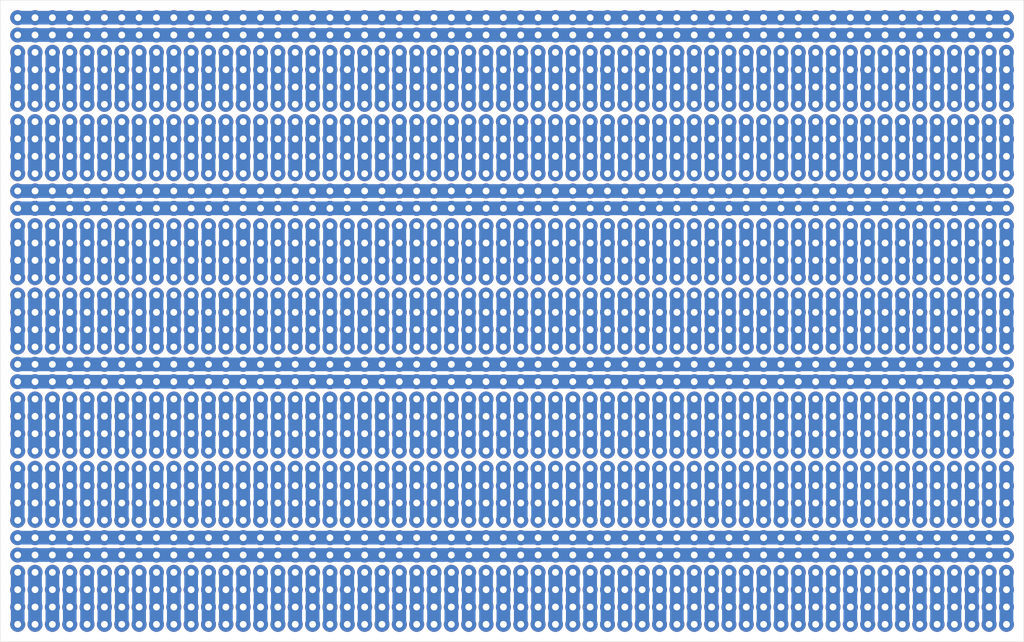
<source format=kicad_pcb>
(kicad_pcb (version 20171130) (host pcbnew "(5.1.8)-1")
  (layers (0 F.Cu signal) (31 B.Cu signal) (34 B.Paste user) (35 F.Paste user) (36 B.SilkS user) (37 F.SilkS user) (38 B.Mask user) (39 F.Mask user) (44 Edge.Cuts user))
  (net 0 "")
  (gr_line (start 25.4 144.78) (end 25.4 50.8) (layer Edge.Cuts) (width 0.05))
  (gr_line (start 175.26 144.78) (end 25.4 144.78) (layer Edge.Cuts) (width 0.05))
  (gr_line (start 175.26 50.8) (end 175.26 144.78) (layer Edge.Cuts) (width 0.05))
  (gr_line (start 25.4 50.8) (end 175.26 50.8) (layer Edge.Cuts) (width 0.05))
  (via (at 27.94 142.24) (size 2.2) (drill 1) (layers F.Cu B.Cu) (net 0))
  (via (at 27.94 139.7) (size 2.2) (drill 1) (layers F.Cu B.Cu) (net 0))
  (via (at 27.94 137.16) (size 2.2) (drill 1) (layers F.Cu B.Cu) (net 0))
  (via (at 27.94 134.62) (size 2.2) (drill 1) (layers F.Cu B.Cu) (net 0))
  (segment (start 27.94 134.62) (end 27.94 142.24) (width 2) (layer B.Cu) (net 0))
  (via (at 27.94 132.08) (size 2.2) (drill 1) (layers F.Cu B.Cu) (net 0))
  (via (at 27.94 129.54) (size 2.2) (drill 1) (layers F.Cu B.Cu) (net 0))
  (segment (start 27.94 132.08) (end 172.72 132.08) (width 2) (layer B.Cu) (net 0))
  (segment (start 27.94 129.54) (end 172.72 129.54) (width 2) (layer B.Cu) (net 0))
  (via (at 27.94 121.92) (size 2.2) (drill 1) (layers F.Cu B.Cu) (net 0))
  (via (at 27.94 127) (size 2.2) (drill 1) (layers F.Cu B.Cu) (net 0))
  (via (at 27.94 124.46) (size 2.2) (drill 1) (layers F.Cu B.Cu) (net 0))
  (via (at 27.94 119.38) (size 2.2) (drill 1) (layers F.Cu B.Cu) (net 0))
  (segment (start 27.94 119.38) (end 27.94 127) (width 2) (layer B.Cu) (net 0))
  (via (at 27.94 111.76) (size 2.2) (drill 1) (layers F.Cu B.Cu) (net 0))
  (via (at 27.94 116.84) (size 2.2) (drill 1) (layers F.Cu B.Cu) (net 0))
  (via (at 27.94 114.3) (size 2.2) (drill 1) (layers F.Cu B.Cu) (net 0))
  (via (at 27.94 109.22) (size 2.2) (drill 1) (layers F.Cu B.Cu) (net 0))
  (segment (start 27.94 109.22) (end 27.94 116.84) (width 2) (layer B.Cu) (net 0))
  (via (at 27.94 106.68) (size 2.2) (drill 1) (layers F.Cu B.Cu) (net 0))
  (via (at 27.94 104.14) (size 2.2) (drill 1) (layers F.Cu B.Cu) (net 0))
  (segment (start 27.94 104.14) (end 172.72 104.14) (width 2) (layer B.Cu) (net 0))
  (segment (start 27.94 106.68) (end 172.72 106.68) (width 2) (layer B.Cu) (net 0))
  (via (at 27.94 96.52) (size 2.2) (drill 1) (layers F.Cu B.Cu) (net 0))
  (via (at 27.94 99.06) (size 2.2) (drill 1) (layers F.Cu B.Cu) (net 0))
  (via (at 27.94 101.6) (size 2.2) (drill 1) (layers F.Cu B.Cu) (net 0))
  (via (at 27.94 93.98) (size 2.2) (drill 1) (layers F.Cu B.Cu) (net 0))
  (segment (start 27.94 93.98) (end 27.94 101.6) (width 2) (layer B.Cu) (net 0))
  (via (at 27.94 86.36) (size 2.2) (drill 1) (layers F.Cu B.Cu) (net 0))
  (via (at 27.94 88.9) (size 2.2) (drill 1) (layers F.Cu B.Cu) (net 0))
  (via (at 27.94 91.44) (size 2.2) (drill 1) (layers F.Cu B.Cu) (net 0))
  (via (at 27.94 83.82) (size 2.2) (drill 1) (layers F.Cu B.Cu) (net 0))
  (segment (start 27.94 83.82) (end 27.94 91.44) (width 2) (layer B.Cu) (net 0))
  (via (at 27.94 81.28) (size 2.2) (drill 1) (layers F.Cu B.Cu) (net 0))
  (via (at 27.94 78.74) (size 2.2) (drill 1) (layers F.Cu B.Cu) (net 0))
  (segment (start 27.94 81.28) (end 172.72 81.28) (width 2) (layer B.Cu) (net 0))
  (segment (start 27.94 78.74) (end 172.72 78.74) (width 2) (layer B.Cu) (net 0))
  (via (at 27.94 76.2) (size 2.2) (drill 1) (layers F.Cu B.Cu) (net 0))
  (via (at 27.94 73.66) (size 2.2) (drill 1) (layers F.Cu B.Cu) (net 0))
  (via (at 27.94 68.58) (size 2.2) (drill 1) (layers F.Cu B.Cu) (net 0))
  (via (at 27.94 71.12) (size 2.2) (drill 1) (layers F.Cu B.Cu) (net 0))
  (segment (start 27.94 68.58) (end 27.94 76.2) (width 2) (layer B.Cu) (net 0))
  (via (at 27.94 66.04) (size 2.2) (drill 1) (layers F.Cu B.Cu) (net 0))
  (via (at 27.94 63.5) (size 2.2) (drill 1) (layers F.Cu B.Cu) (net 0))
  (via (at 27.94 58.42) (size 2.2) (drill 1) (layers F.Cu B.Cu) (net 0))
  (via (at 27.94 60.96) (size 2.2) (drill 1) (layers F.Cu B.Cu) (net 0))
  (segment (start 27.94 58.42) (end 27.94 66.04) (width 2) (layer B.Cu) (net 0))
  (via (at 27.94 55.88) (size 2.2) (drill 1) (layers F.Cu B.Cu) (net 0))
  (via (at 27.94 53.34) (size 2.2) (drill 1) (layers F.Cu B.Cu) (net 0))
  (segment (start 27.94 55.88) (end 172.72 55.88) (width 2) (layer B.Cu) (net 0))
  (segment (start 27.94 53.34) (end 172.72 53.34) (width 2) (layer B.Cu) (net 0))
  (via (at 30.48 60.96) (size 2.2) (drill 1) (layers F.Cu B.Cu) (net 0))
  (via (at 30.48 63.5) (size 2.2) (drill 1) (layers F.Cu B.Cu) (net 0))
  (via (at 30.48 58.42) (size 2.2) (drill 1) (layers F.Cu B.Cu) (net 0))
  (via (at 30.48 55.88) (size 2.2) (drill 1) (layers F.Cu B.Cu) (net 0))
  (via (at 30.48 66.04) (size 2.2) (drill 1) (layers F.Cu B.Cu) (net 0))
  (via (at 30.48 53.34) (size 2.2) (drill 1) (layers F.Cu B.Cu) (net 0))
  (via (at 30.48 119.38) (size 2.2) (drill 1) (layers F.Cu B.Cu) (net 0))
  (via (at 30.48 91.44) (size 2.2) (drill 1) (layers F.Cu B.Cu) (net 0))
  (via (at 30.48 137.16) (size 2.2) (drill 1) (layers F.Cu B.Cu) (net 0))
  (via (at 30.48 132.08) (size 2.2) (drill 1) (layers F.Cu B.Cu) (net 0))
  (via (at 30.48 88.9) (size 2.2) (drill 1) (layers F.Cu B.Cu) (net 0))
  (via (at 30.48 68.58) (size 2.2) (drill 1) (layers F.Cu B.Cu) (net 0))
  (via (at 30.48 71.12) (size 2.2) (drill 1) (layers F.Cu B.Cu) (net 0))
  (via (at 30.48 101.6) (size 2.2) (drill 1) (layers F.Cu B.Cu) (net 0))
  (via (at 30.48 106.68) (size 2.2) (drill 1) (layers F.Cu B.Cu) (net 0))
  (via (at 30.48 76.2) (size 2.2) (drill 1) (layers F.Cu B.Cu) (net 0))
  (via (at 30.48 124.46) (size 2.2) (drill 1) (layers F.Cu B.Cu) (net 0))
  (via (at 30.48 142.24) (size 2.2) (drill 1) (layers F.Cu B.Cu) (net 0))
  (via (at 30.48 104.14) (size 2.2) (drill 1) (layers F.Cu B.Cu) (net 0))
  (via (at 30.48 81.28) (size 2.2) (drill 1) (layers F.Cu B.Cu) (net 0))
  (via (at 30.48 96.52) (size 2.2) (drill 1) (layers F.Cu B.Cu) (net 0))
  (via (at 30.48 99.06) (size 2.2) (drill 1) (layers F.Cu B.Cu) (net 0))
  (via (at 30.48 73.66) (size 2.2) (drill 1) (layers F.Cu B.Cu) (net 0))
  (via (at 30.48 111.76) (size 2.2) (drill 1) (layers F.Cu B.Cu) (net 0))
  (via (at 30.48 121.92) (size 2.2) (drill 1) (layers F.Cu B.Cu) (net 0))
  (via (at 30.48 139.7) (size 2.2) (drill 1) (layers F.Cu B.Cu) (net 0))
  (via (at 30.48 114.3) (size 2.2) (drill 1) (layers F.Cu B.Cu) (net 0))
  (via (at 30.48 116.84) (size 2.2) (drill 1) (layers F.Cu B.Cu) (net 0))
  (via (at 30.48 129.54) (size 2.2) (drill 1) (layers F.Cu B.Cu) (net 0))
  (via (at 30.48 134.62) (size 2.2) (drill 1) (layers F.Cu B.Cu) (net 0))
  (via (at 30.48 109.22) (size 2.2) (drill 1) (layers F.Cu B.Cu) (net 0))
  (via (at 30.48 83.82) (size 2.2) (drill 1) (layers F.Cu B.Cu) (net 0))
  (via (at 30.48 86.36) (size 2.2) (drill 1) (layers F.Cu B.Cu) (net 0))
  (via (at 30.48 127) (size 2.2) (drill 1) (layers F.Cu B.Cu) (net 0))
  (via (at 30.48 78.74) (size 2.2) (drill 1) (layers F.Cu B.Cu) (net 0))
  (via (at 30.48 93.98) (size 2.2) (drill 1) (layers F.Cu B.Cu) (net 0))
  (segment (start 30.48 134.62) (end 30.48 142.24) (width 2) (layer B.Cu) (net 0))
  (segment (start 30.48 83.82) (end 30.48 91.44) (width 2) (layer B.Cu) (net 0))
  (segment (start 30.48 119.38) (end 30.48 127) (width 2) (layer B.Cu) (net 0))
  (segment (start 30.48 58.42) (end 30.48 66.04) (width 2) (layer B.Cu) (net 0))
  (segment (start 30.48 68.58) (end 30.48 76.2) (width 2) (layer B.Cu) (net 0))
  (segment (start 30.48 93.98) (end 30.48 101.6) (width 2) (layer B.Cu) (net 0))
  (segment (start 30.48 109.22) (end 30.48 116.84) (width 2) (layer B.Cu) (net 0))
  (via (at 33.02 60.96) (size 2.2) (drill 1) (layers F.Cu B.Cu) (net 0))
  (via (at 33.02 63.5) (size 2.2) (drill 1) (layers F.Cu B.Cu) (net 0))
  (via (at 33.02 58.42) (size 2.2) (drill 1) (layers F.Cu B.Cu) (net 0))
  (via (at 33.02 55.88) (size 2.2) (drill 1) (layers F.Cu B.Cu) (net 0))
  (via (at 33.02 66.04) (size 2.2) (drill 1) (layers F.Cu B.Cu) (net 0))
  (via (at 33.02 53.34) (size 2.2) (drill 1) (layers F.Cu B.Cu) (net 0))
  (via (at 33.02 119.38) (size 2.2) (drill 1) (layers F.Cu B.Cu) (net 0))
  (via (at 33.02 91.44) (size 2.2) (drill 1) (layers F.Cu B.Cu) (net 0))
  (via (at 33.02 137.16) (size 2.2) (drill 1) (layers F.Cu B.Cu) (net 0))
  (via (at 33.02 132.08) (size 2.2) (drill 1) (layers F.Cu B.Cu) (net 0))
  (via (at 33.02 88.9) (size 2.2) (drill 1) (layers F.Cu B.Cu) (net 0))
  (via (at 33.02 68.58) (size 2.2) (drill 1) (layers F.Cu B.Cu) (net 0))
  (via (at 33.02 71.12) (size 2.2) (drill 1) (layers F.Cu B.Cu) (net 0))
  (via (at 33.02 101.6) (size 2.2) (drill 1) (layers F.Cu B.Cu) (net 0))
  (via (at 33.02 106.68) (size 2.2) (drill 1) (layers F.Cu B.Cu) (net 0))
  (via (at 33.02 76.2) (size 2.2) (drill 1) (layers F.Cu B.Cu) (net 0))
  (via (at 33.02 124.46) (size 2.2) (drill 1) (layers F.Cu B.Cu) (net 0))
  (via (at 33.02 142.24) (size 2.2) (drill 1) (layers F.Cu B.Cu) (net 0))
  (via (at 33.02 104.14) (size 2.2) (drill 1) (layers F.Cu B.Cu) (net 0))
  (via (at 33.02 81.28) (size 2.2) (drill 1) (layers F.Cu B.Cu) (net 0))
  (via (at 33.02 96.52) (size 2.2) (drill 1) (layers F.Cu B.Cu) (net 0))
  (via (at 33.02 99.06) (size 2.2) (drill 1) (layers F.Cu B.Cu) (net 0))
  (via (at 33.02 73.66) (size 2.2) (drill 1) (layers F.Cu B.Cu) (net 0))
  (via (at 33.02 111.76) (size 2.2) (drill 1) (layers F.Cu B.Cu) (net 0))
  (via (at 33.02 121.92) (size 2.2) (drill 1) (layers F.Cu B.Cu) (net 0))
  (via (at 33.02 139.7) (size 2.2) (drill 1) (layers F.Cu B.Cu) (net 0))
  (via (at 33.02 114.3) (size 2.2) (drill 1) (layers F.Cu B.Cu) (net 0))
  (via (at 33.02 116.84) (size 2.2) (drill 1) (layers F.Cu B.Cu) (net 0))
  (via (at 33.02 129.54) (size 2.2) (drill 1) (layers F.Cu B.Cu) (net 0))
  (via (at 33.02 134.62) (size 2.2) (drill 1) (layers F.Cu B.Cu) (net 0))
  (via (at 33.02 109.22) (size 2.2) (drill 1) (layers F.Cu B.Cu) (net 0))
  (via (at 33.02 83.82) (size 2.2) (drill 1) (layers F.Cu B.Cu) (net 0))
  (via (at 33.02 86.36) (size 2.2) (drill 1) (layers F.Cu B.Cu) (net 0))
  (via (at 33.02 127) (size 2.2) (drill 1) (layers F.Cu B.Cu) (net 0))
  (via (at 33.02 78.74) (size 2.2) (drill 1) (layers F.Cu B.Cu) (net 0))
  (via (at 33.02 93.98) (size 2.2) (drill 1) (layers F.Cu B.Cu) (net 0))
  (segment (start 33.02 134.62) (end 33.02 142.24) (width 2) (layer B.Cu) (net 0))
  (segment (start 33.02 83.82) (end 33.02 91.44) (width 2) (layer B.Cu) (net 0))
  (segment (start 33.02 119.38) (end 33.02 127) (width 2) (layer B.Cu) (net 0))
  (segment (start 33.02 58.42) (end 33.02 66.04) (width 2) (layer B.Cu) (net 0))
  (segment (start 33.02 68.58) (end 33.02 76.2) (width 2) (layer B.Cu) (net 0))
  (segment (start 33.02 93.98) (end 33.02 101.6) (width 2) (layer B.Cu) (net 0))
  (segment (start 33.02 109.22) (end 33.02 116.84) (width 2) (layer B.Cu) (net 0))
  (via (at 35.56 60.96) (size 2.2) (drill 1) (layers F.Cu B.Cu) (net 0))
  (via (at 35.56 63.5) (size 2.2) (drill 1) (layers F.Cu B.Cu) (net 0))
  (via (at 35.56 58.42) (size 2.2) (drill 1) (layers F.Cu B.Cu) (net 0))
  (via (at 35.56 55.88) (size 2.2) (drill 1) (layers F.Cu B.Cu) (net 0))
  (via (at 35.56 66.04) (size 2.2) (drill 1) (layers F.Cu B.Cu) (net 0))
  (via (at 35.56 53.34) (size 2.2) (drill 1) (layers F.Cu B.Cu) (net 0))
  (via (at 35.56 119.38) (size 2.2) (drill 1) (layers F.Cu B.Cu) (net 0))
  (via (at 35.56 91.44) (size 2.2) (drill 1) (layers F.Cu B.Cu) (net 0))
  (via (at 35.56 137.16) (size 2.2) (drill 1) (layers F.Cu B.Cu) (net 0))
  (via (at 35.56 132.08) (size 2.2) (drill 1) (layers F.Cu B.Cu) (net 0))
  (via (at 35.56 88.9) (size 2.2) (drill 1) (layers F.Cu B.Cu) (net 0))
  (via (at 35.56 68.58) (size 2.2) (drill 1) (layers F.Cu B.Cu) (net 0))
  (via (at 35.56 71.12) (size 2.2) (drill 1) (layers F.Cu B.Cu) (net 0))
  (via (at 35.56 101.6) (size 2.2) (drill 1) (layers F.Cu B.Cu) (net 0))
  (via (at 35.56 106.68) (size 2.2) (drill 1) (layers F.Cu B.Cu) (net 0))
  (via (at 35.56 76.2) (size 2.2) (drill 1) (layers F.Cu B.Cu) (net 0))
  (via (at 35.56 124.46) (size 2.2) (drill 1) (layers F.Cu B.Cu) (net 0))
  (via (at 35.56 142.24) (size 2.2) (drill 1) (layers F.Cu B.Cu) (net 0))
  (via (at 35.56 104.14) (size 2.2) (drill 1) (layers F.Cu B.Cu) (net 0))
  (via (at 35.56 81.28) (size 2.2) (drill 1) (layers F.Cu B.Cu) (net 0))
  (via (at 35.56 96.52) (size 2.2) (drill 1) (layers F.Cu B.Cu) (net 0))
  (via (at 35.56 99.06) (size 2.2) (drill 1) (layers F.Cu B.Cu) (net 0))
  (via (at 35.56 73.66) (size 2.2) (drill 1) (layers F.Cu B.Cu) (net 0))
  (via (at 35.56 111.76) (size 2.2) (drill 1) (layers F.Cu B.Cu) (net 0))
  (via (at 35.56 121.92) (size 2.2) (drill 1) (layers F.Cu B.Cu) (net 0))
  (via (at 35.56 139.7) (size 2.2) (drill 1) (layers F.Cu B.Cu) (net 0))
  (via (at 35.56 114.3) (size 2.2) (drill 1) (layers F.Cu B.Cu) (net 0))
  (via (at 35.56 116.84) (size 2.2) (drill 1) (layers F.Cu B.Cu) (net 0))
  (via (at 35.56 129.54) (size 2.2) (drill 1) (layers F.Cu B.Cu) (net 0))
  (via (at 35.56 134.62) (size 2.2) (drill 1) (layers F.Cu B.Cu) (net 0))
  (via (at 35.56 109.22) (size 2.2) (drill 1) (layers F.Cu B.Cu) (net 0))
  (via (at 35.56 83.82) (size 2.2) (drill 1) (layers F.Cu B.Cu) (net 0))
  (via (at 35.56 86.36) (size 2.2) (drill 1) (layers F.Cu B.Cu) (net 0))
  (via (at 35.56 127) (size 2.2) (drill 1) (layers F.Cu B.Cu) (net 0))
  (via (at 35.56 78.74) (size 2.2) (drill 1) (layers F.Cu B.Cu) (net 0))
  (via (at 35.56 93.98) (size 2.2) (drill 1) (layers F.Cu B.Cu) (net 0))
  (segment (start 35.56 134.62) (end 35.56 142.24) (width 2) (layer B.Cu) (net 0))
  (segment (start 35.56 83.82) (end 35.56 91.44) (width 2) (layer B.Cu) (net 0))
  (segment (start 35.56 119.38) (end 35.56 127) (width 2) (layer B.Cu) (net 0))
  (segment (start 35.56 58.42) (end 35.56 66.04) (width 2) (layer B.Cu) (net 0))
  (segment (start 35.56 68.58) (end 35.56 76.2) (width 2) (layer B.Cu) (net 0))
  (segment (start 35.56 93.98) (end 35.56 101.6) (width 2) (layer B.Cu) (net 0))
  (segment (start 35.56 109.22) (end 35.56 116.84) (width 2) (layer B.Cu) (net 0))
  (via (at 40.64 60.96) (size 2.2) (drill 1) (layers F.Cu B.Cu) (net 0))
  (via (at 38.1 60.96) (size 2.2) (drill 1) (layers F.Cu B.Cu) (net 0))
  (via (at 38.1 63.5) (size 2.2) (drill 1) (layers F.Cu B.Cu) (net 0))
  (via (at 38.1 58.42) (size 2.2) (drill 1) (layers F.Cu B.Cu) (net 0))
  (via (at 38.1 55.88) (size 2.2) (drill 1) (layers F.Cu B.Cu) (net 0))
  (via (at 40.64 63.5) (size 2.2) (drill 1) (layers F.Cu B.Cu) (net 0))
  (via (at 38.1 66.04) (size 2.2) (drill 1) (layers F.Cu B.Cu) (net 0))
  (via (at 38.1 53.34) (size 2.2) (drill 1) (layers F.Cu B.Cu) (net 0))
  (via (at 40.64 58.42) (size 2.2) (drill 1) (layers F.Cu B.Cu) (net 0))
  (via (at 38.1 119.38) (size 2.2) (drill 1) (layers F.Cu B.Cu) (net 0))
  (via (at 38.1 91.44) (size 2.2) (drill 1) (layers F.Cu B.Cu) (net 0))
  (via (at 38.1 137.16) (size 2.2) (drill 1) (layers F.Cu B.Cu) (net 0))
  (via (at 38.1 132.08) (size 2.2) (drill 1) (layers F.Cu B.Cu) (net 0))
  (via (at 38.1 88.9) (size 2.2) (drill 1) (layers F.Cu B.Cu) (net 0))
  (via (at 38.1 68.58) (size 2.2) (drill 1) (layers F.Cu B.Cu) (net 0))
  (via (at 38.1 71.12) (size 2.2) (drill 1) (layers F.Cu B.Cu) (net 0))
  (via (at 40.64 55.88) (size 2.2) (drill 1) (layers F.Cu B.Cu) (net 0))
  (via (at 38.1 101.6) (size 2.2) (drill 1) (layers F.Cu B.Cu) (net 0))
  (via (at 38.1 106.68) (size 2.2) (drill 1) (layers F.Cu B.Cu) (net 0))
  (via (at 38.1 76.2) (size 2.2) (drill 1) (layers F.Cu B.Cu) (net 0))
  (via (at 38.1 124.46) (size 2.2) (drill 1) (layers F.Cu B.Cu) (net 0))
  (via (at 38.1 142.24) (size 2.2) (drill 1) (layers F.Cu B.Cu) (net 0))
  (via (at 38.1 104.14) (size 2.2) (drill 1) (layers F.Cu B.Cu) (net 0))
  (via (at 38.1 81.28) (size 2.2) (drill 1) (layers F.Cu B.Cu) (net 0))
  (via (at 38.1 96.52) (size 2.2) (drill 1) (layers F.Cu B.Cu) (net 0))
  (via (at 38.1 99.06) (size 2.2) (drill 1) (layers F.Cu B.Cu) (net 0))
  (via (at 38.1 73.66) (size 2.2) (drill 1) (layers F.Cu B.Cu) (net 0))
  (via (at 38.1 111.76) (size 2.2) (drill 1) (layers F.Cu B.Cu) (net 0))
  (via (at 38.1 121.92) (size 2.2) (drill 1) (layers F.Cu B.Cu) (net 0))
  (via (at 38.1 139.7) (size 2.2) (drill 1) (layers F.Cu B.Cu) (net 0))
  (via (at 38.1 114.3) (size 2.2) (drill 1) (layers F.Cu B.Cu) (net 0))
  (via (at 38.1 116.84) (size 2.2) (drill 1) (layers F.Cu B.Cu) (net 0))
  (via (at 38.1 129.54) (size 2.2) (drill 1) (layers F.Cu B.Cu) (net 0))
  (via (at 38.1 134.62) (size 2.2) (drill 1) (layers F.Cu B.Cu) (net 0))
  (via (at 38.1 109.22) (size 2.2) (drill 1) (layers F.Cu B.Cu) (net 0))
  (via (at 38.1 83.82) (size 2.2) (drill 1) (layers F.Cu B.Cu) (net 0))
  (via (at 38.1 86.36) (size 2.2) (drill 1) (layers F.Cu B.Cu) (net 0))
  (via (at 38.1 127) (size 2.2) (drill 1) (layers F.Cu B.Cu) (net 0))
  (via (at 38.1 78.74) (size 2.2) (drill 1) (layers F.Cu B.Cu) (net 0))
  (via (at 38.1 93.98) (size 2.2) (drill 1) (layers F.Cu B.Cu) (net 0))
  (via (at 45.72 86.36) (size 2.2) (drill 1) (layers F.Cu B.Cu) (net 0))
  (via (at 45.72 127) (size 2.2) (drill 1) (layers F.Cu B.Cu) (net 0))
  (via (at 45.72 78.74) (size 2.2) (drill 1) (layers F.Cu B.Cu) (net 0))
  (via (at 45.72 93.98) (size 2.2) (drill 1) (layers F.Cu B.Cu) (net 0))
  (via (at 43.18 104.14) (size 2.2) (drill 1) (layers F.Cu B.Cu) (net 0))
  (via (at 43.18 81.28) (size 2.2) (drill 1) (layers F.Cu B.Cu) (net 0))
  (via (at 43.18 96.52) (size 2.2) (drill 1) (layers F.Cu B.Cu) (net 0))
  (via (at 43.18 99.06) (size 2.2) (drill 1) (layers F.Cu B.Cu) (net 0))
  (via (at 43.18 73.66) (size 2.2) (drill 1) (layers F.Cu B.Cu) (net 0))
  (via (at 43.18 111.76) (size 2.2) (drill 1) (layers F.Cu B.Cu) (net 0))
  (via (at 43.18 121.92) (size 2.2) (drill 1) (layers F.Cu B.Cu) (net 0))
  (via (at 43.18 139.7) (size 2.2) (drill 1) (layers F.Cu B.Cu) (net 0))
  (via (at 43.18 114.3) (size 2.2) (drill 1) (layers F.Cu B.Cu) (net 0))
  (via (at 43.18 116.84) (size 2.2) (drill 1) (layers F.Cu B.Cu) (net 0))
  (via (at 43.18 129.54) (size 2.2) (drill 1) (layers F.Cu B.Cu) (net 0))
  (via (at 43.18 134.62) (size 2.2) (drill 1) (layers F.Cu B.Cu) (net 0))
  (via (at 43.18 109.22) (size 2.2) (drill 1) (layers F.Cu B.Cu) (net 0))
  (via (at 43.18 83.82) (size 2.2) (drill 1) (layers F.Cu B.Cu) (net 0))
  (via (at 43.18 86.36) (size 2.2) (drill 1) (layers F.Cu B.Cu) (net 0))
  (via (at 43.18 127) (size 2.2) (drill 1) (layers F.Cu B.Cu) (net 0))
  (via (at 43.18 78.74) (size 2.2) (drill 1) (layers F.Cu B.Cu) (net 0))
  (via (at 43.18 93.98) (size 2.2) (drill 1) (layers F.Cu B.Cu) (net 0))
  (via (at 45.72 134.62) (size 2.2) (drill 1) (layers F.Cu B.Cu) (net 0))
  (via (at 45.72 60.96) (size 2.2) (drill 1) (layers F.Cu B.Cu) (net 0))
  (via (at 45.72 63.5) (size 2.2) (drill 1) (layers F.Cu B.Cu) (net 0))
  (via (at 45.72 66.04) (size 2.2) (drill 1) (layers F.Cu B.Cu) (net 0))
  (via (at 45.72 55.88) (size 2.2) (drill 1) (layers F.Cu B.Cu) (net 0))
  (via (at 45.72 53.34) (size 2.2) (drill 1) (layers F.Cu B.Cu) (net 0))
  (via (at 45.72 119.38) (size 2.2) (drill 1) (layers F.Cu B.Cu) (net 0))
  (via (at 45.72 91.44) (size 2.2) (drill 1) (layers F.Cu B.Cu) (net 0))
  (via (at 45.72 137.16) (size 2.2) (drill 1) (layers F.Cu B.Cu) (net 0))
  (via (at 45.72 132.08) (size 2.2) (drill 1) (layers F.Cu B.Cu) (net 0))
  (via (at 45.72 88.9) (size 2.2) (drill 1) (layers F.Cu B.Cu) (net 0))
  (via (at 45.72 68.58) (size 2.2) (drill 1) (layers F.Cu B.Cu) (net 0))
  (via (at 45.72 71.12) (size 2.2) (drill 1) (layers F.Cu B.Cu) (net 0))
  (via (at 45.72 101.6) (size 2.2) (drill 1) (layers F.Cu B.Cu) (net 0))
  (via (at 45.72 106.68) (size 2.2) (drill 1) (layers F.Cu B.Cu) (net 0))
  (via (at 45.72 76.2) (size 2.2) (drill 1) (layers F.Cu B.Cu) (net 0))
  (via (at 45.72 124.46) (size 2.2) (drill 1) (layers F.Cu B.Cu) (net 0))
  (via (at 45.72 142.24) (size 2.2) (drill 1) (layers F.Cu B.Cu) (net 0))
  (via (at 45.72 104.14) (size 2.2) (drill 1) (layers F.Cu B.Cu) (net 0))
  (via (at 45.72 81.28) (size 2.2) (drill 1) (layers F.Cu B.Cu) (net 0))
  (via (at 45.72 96.52) (size 2.2) (drill 1) (layers F.Cu B.Cu) (net 0))
  (via (at 45.72 99.06) (size 2.2) (drill 1) (layers F.Cu B.Cu) (net 0))
  (via (at 45.72 73.66) (size 2.2) (drill 1) (layers F.Cu B.Cu) (net 0))
  (via (at 45.72 111.76) (size 2.2) (drill 1) (layers F.Cu B.Cu) (net 0))
  (via (at 45.72 121.92) (size 2.2) (drill 1) (layers F.Cu B.Cu) (net 0))
  (via (at 45.72 139.7) (size 2.2) (drill 1) (layers F.Cu B.Cu) (net 0))
  (via (at 45.72 114.3) (size 2.2) (drill 1) (layers F.Cu B.Cu) (net 0))
  (via (at 45.72 116.84) (size 2.2) (drill 1) (layers F.Cu B.Cu) (net 0))
  (via (at 45.72 129.54) (size 2.2) (drill 1) (layers F.Cu B.Cu) (net 0))
  (via (at 45.72 109.22) (size 2.2) (drill 1) (layers F.Cu B.Cu) (net 0))
  (via (at 45.72 58.42) (size 2.2) (drill 1) (layers F.Cu B.Cu) (net 0))
  (via (at 45.72 83.82) (size 2.2) (drill 1) (layers F.Cu B.Cu) (net 0))
  (segment (start 38.1 134.62) (end 38.1 142.24) (width 2) (layer B.Cu) (net 0))
  (segment (start 38.1 83.82) (end 38.1 91.44) (width 2) (layer B.Cu) (net 0))
  (segment (start 38.1 119.38) (end 38.1 127) (width 2) (layer B.Cu) (net 0))
  (segment (start 40.64 119.38) (end 40.64 127) (width 2) (layer B.Cu) (net 0))
  (segment (start 45.72 83.82) (end 45.72 91.44) (width 2) (layer B.Cu) (net 0))
  (segment (start 43.18 58.42) (end 43.18 66.04) (width 2) (layer B.Cu) (net 0))
  (segment (start 40.64 58.42) (end 40.64 66.04) (width 2) (layer B.Cu) (net 0))
  (segment (start 43.18 119.38) (end 43.18 127) (width 2) (layer B.Cu) (net 0))
  (segment (start 43.18 83.82) (end 43.18 91.44) (width 2) (layer B.Cu) (net 0))
  (segment (start 43.18 134.62) (end 43.18 142.24) (width 2) (layer B.Cu) (net 0))
  (segment (start 40.64 109.22) (end 40.64 116.84) (width 2) (layer B.Cu) (net 0))
  (segment (start 40.64 93.98) (end 40.64 101.6) (width 2) (layer B.Cu) (net 0))
  (segment (start 40.64 68.58) (end 40.64 76.2) (width 2) (layer B.Cu) (net 0))
  (segment (start 40.64 134.62) (end 40.64 142.24) (width 2) (layer B.Cu) (net 0))
  (segment (start 40.64 83.82) (end 40.64 91.44) (width 2) (layer B.Cu) (net 0))
  (segment (start 38.1 58.42) (end 38.1 66.04) (width 2) (layer B.Cu) (net 0))
  (segment (start 38.1 68.58) (end 38.1 76.2) (width 2) (layer B.Cu) (net 0))
  (segment (start 38.1 93.98) (end 38.1 101.6) (width 2) (layer B.Cu) (net 0))
  (segment (start 38.1 109.22) (end 38.1 116.84) (width 2) (layer B.Cu) (net 0))
  (segment (start 45.72 58.42) (end 45.72 66.04) (width 2) (layer B.Cu) (net 0))
  (segment (start 43.18 93.98) (end 43.18 101.6) (width 2) (layer B.Cu) (net 0))
  (segment (start 43.18 68.58) (end 43.18 76.2) (width 2) (layer B.Cu) (net 0))
  (segment (start 43.18 109.22) (end 43.18 116.84) (width 2) (layer B.Cu) (net 0))
  (segment (start 45.72 109.22) (end 45.72 116.84) (width 2) (layer B.Cu) (net 0))
  (segment (start 45.72 93.98) (end 45.72 101.6) (width 2) (layer B.Cu) (net 0))
  (segment (start 45.72 68.58) (end 45.72 76.2) (width 2) (layer B.Cu) (net 0))
  (segment (start 45.72 134.62) (end 45.72 142.24) (width 2) (layer B.Cu) (net 0))
  (segment (start 45.72 119.38) (end 45.72 127) (width 2) (layer B.Cu) (net 0))
  (via (at 40.64 66.04) (size 2.2) (drill 1) (layers F.Cu B.Cu) (net 0))
  (via (at 40.64 53.34) (size 2.2) (drill 1) (layers F.Cu B.Cu) (net 0))
  (via (at 40.64 119.38) (size 2.2) (drill 1) (layers F.Cu B.Cu) (net 0))
  (via (at 40.64 91.44) (size 2.2) (drill 1) (layers F.Cu B.Cu) (net 0))
  (via (at 40.64 137.16) (size 2.2) (drill 1) (layers F.Cu B.Cu) (net 0))
  (via (at 40.64 132.08) (size 2.2) (drill 1) (layers F.Cu B.Cu) (net 0))
  (via (at 40.64 88.9) (size 2.2) (drill 1) (layers F.Cu B.Cu) (net 0))
  (via (at 40.64 68.58) (size 2.2) (drill 1) (layers F.Cu B.Cu) (net 0))
  (via (at 40.64 71.12) (size 2.2) (drill 1) (layers F.Cu B.Cu) (net 0))
  (via (at 40.64 101.6) (size 2.2) (drill 1) (layers F.Cu B.Cu) (net 0))
  (via (at 40.64 106.68) (size 2.2) (drill 1) (layers F.Cu B.Cu) (net 0))
  (via (at 40.64 76.2) (size 2.2) (drill 1) (layers F.Cu B.Cu) (net 0))
  (via (at 40.64 124.46) (size 2.2) (drill 1) (layers F.Cu B.Cu) (net 0))
  (via (at 40.64 142.24) (size 2.2) (drill 1) (layers F.Cu B.Cu) (net 0))
  (via (at 40.64 104.14) (size 2.2) (drill 1) (layers F.Cu B.Cu) (net 0))
  (via (at 40.64 81.28) (size 2.2) (drill 1) (layers F.Cu B.Cu) (net 0))
  (via (at 40.64 96.52) (size 2.2) (drill 1) (layers F.Cu B.Cu) (net 0))
  (via (at 40.64 99.06) (size 2.2) (drill 1) (layers F.Cu B.Cu) (net 0))
  (via (at 40.64 73.66) (size 2.2) (drill 1) (layers F.Cu B.Cu) (net 0))
  (via (at 40.64 111.76) (size 2.2) (drill 1) (layers F.Cu B.Cu) (net 0))
  (via (at 40.64 121.92) (size 2.2) (drill 1) (layers F.Cu B.Cu) (net 0))
  (via (at 40.64 139.7) (size 2.2) (drill 1) (layers F.Cu B.Cu) (net 0))
  (via (at 40.64 114.3) (size 2.2) (drill 1) (layers F.Cu B.Cu) (net 0))
  (via (at 40.64 116.84) (size 2.2) (drill 1) (layers F.Cu B.Cu) (net 0))
  (via (at 40.64 129.54) (size 2.2) (drill 1) (layers F.Cu B.Cu) (net 0))
  (via (at 40.64 134.62) (size 2.2) (drill 1) (layers F.Cu B.Cu) (net 0))
  (via (at 40.64 109.22) (size 2.2) (drill 1) (layers F.Cu B.Cu) (net 0))
  (via (at 40.64 83.82) (size 2.2) (drill 1) (layers F.Cu B.Cu) (net 0))
  (via (at 40.64 86.36) (size 2.2) (drill 1) (layers F.Cu B.Cu) (net 0))
  (via (at 40.64 127) (size 2.2) (drill 1) (layers F.Cu B.Cu) (net 0))
  (via (at 40.64 78.74) (size 2.2) (drill 1) (layers F.Cu B.Cu) (net 0))
  (via (at 40.64 93.98) (size 2.2) (drill 1) (layers F.Cu B.Cu) (net 0))
  (via (at 43.18 124.46) (size 2.2) (drill 1) (layers F.Cu B.Cu) (net 0))
  (via (at 43.18 60.96) (size 2.2) (drill 1) (layers F.Cu B.Cu) (net 0))
  (via (at 43.18 58.42) (size 2.2) (drill 1) (layers F.Cu B.Cu) (net 0))
  (via (at 43.18 55.88) (size 2.2) (drill 1) (layers F.Cu B.Cu) (net 0))
  (via (at 43.18 66.04) (size 2.2) (drill 1) (layers F.Cu B.Cu) (net 0))
  (via (at 43.18 53.34) (size 2.2) (drill 1) (layers F.Cu B.Cu) (net 0))
  (via (at 43.18 119.38) (size 2.2) (drill 1) (layers F.Cu B.Cu) (net 0))
  (via (at 43.18 91.44) (size 2.2) (drill 1) (layers F.Cu B.Cu) (net 0))
  (via (at 43.18 137.16) (size 2.2) (drill 1) (layers F.Cu B.Cu) (net 0))
  (via (at 43.18 132.08) (size 2.2) (drill 1) (layers F.Cu B.Cu) (net 0))
  (via (at 43.18 88.9) (size 2.2) (drill 1) (layers F.Cu B.Cu) (net 0))
  (via (at 43.18 68.58) (size 2.2) (drill 1) (layers F.Cu B.Cu) (net 0))
  (via (at 43.18 71.12) (size 2.2) (drill 1) (layers F.Cu B.Cu) (net 0))
  (via (at 43.18 101.6) (size 2.2) (drill 1) (layers F.Cu B.Cu) (net 0))
  (via (at 43.18 106.68) (size 2.2) (drill 1) (layers F.Cu B.Cu) (net 0))
  (via (at 43.18 76.2) (size 2.2) (drill 1) (layers F.Cu B.Cu) (net 0))
  (via (at 43.18 63.5) (size 2.2) (drill 1) (layers F.Cu B.Cu) (net 0))
  (via (at 43.18 142.24) (size 2.2) (drill 1) (layers F.Cu B.Cu) (net 0))
  (via (at 50.8 60.96) (size 2.2) (drill 1) (layers F.Cu B.Cu) (net 0))
  (via (at 48.26 60.96) (size 2.2) (drill 1) (layers F.Cu B.Cu) (net 0))
  (via (at 48.26 63.5) (size 2.2) (drill 1) (layers F.Cu B.Cu) (net 0))
  (via (at 48.26 58.42) (size 2.2) (drill 1) (layers F.Cu B.Cu) (net 0))
  (via (at 48.26 55.88) (size 2.2) (drill 1) (layers F.Cu B.Cu) (net 0))
  (via (at 50.8 63.5) (size 2.2) (drill 1) (layers F.Cu B.Cu) (net 0))
  (via (at 48.26 66.04) (size 2.2) (drill 1) (layers F.Cu B.Cu) (net 0))
  (via (at 48.26 53.34) (size 2.2) (drill 1) (layers F.Cu B.Cu) (net 0))
  (via (at 50.8 58.42) (size 2.2) (drill 1) (layers F.Cu B.Cu) (net 0))
  (via (at 48.26 119.38) (size 2.2) (drill 1) (layers F.Cu B.Cu) (net 0))
  (via (at 48.26 91.44) (size 2.2) (drill 1) (layers F.Cu B.Cu) (net 0))
  (via (at 48.26 137.16) (size 2.2) (drill 1) (layers F.Cu B.Cu) (net 0))
  (via (at 48.26 132.08) (size 2.2) (drill 1) (layers F.Cu B.Cu) (net 0))
  (via (at 48.26 88.9) (size 2.2) (drill 1) (layers F.Cu B.Cu) (net 0))
  (via (at 48.26 68.58) (size 2.2) (drill 1) (layers F.Cu B.Cu) (net 0))
  (via (at 48.26 71.12) (size 2.2) (drill 1) (layers F.Cu B.Cu) (net 0))
  (via (at 50.8 55.88) (size 2.2) (drill 1) (layers F.Cu B.Cu) (net 0))
  (via (at 48.26 101.6) (size 2.2) (drill 1) (layers F.Cu B.Cu) (net 0))
  (via (at 48.26 106.68) (size 2.2) (drill 1) (layers F.Cu B.Cu) (net 0))
  (via (at 48.26 76.2) (size 2.2) (drill 1) (layers F.Cu B.Cu) (net 0))
  (via (at 48.26 124.46) (size 2.2) (drill 1) (layers F.Cu B.Cu) (net 0))
  (via (at 48.26 142.24) (size 2.2) (drill 1) (layers F.Cu B.Cu) (net 0))
  (via (at 48.26 104.14) (size 2.2) (drill 1) (layers F.Cu B.Cu) (net 0))
  (via (at 48.26 81.28) (size 2.2) (drill 1) (layers F.Cu B.Cu) (net 0))
  (via (at 48.26 96.52) (size 2.2) (drill 1) (layers F.Cu B.Cu) (net 0))
  (via (at 48.26 99.06) (size 2.2) (drill 1) (layers F.Cu B.Cu) (net 0))
  (via (at 48.26 73.66) (size 2.2) (drill 1) (layers F.Cu B.Cu) (net 0))
  (via (at 48.26 111.76) (size 2.2) (drill 1) (layers F.Cu B.Cu) (net 0))
  (via (at 48.26 121.92) (size 2.2) (drill 1) (layers F.Cu B.Cu) (net 0))
  (via (at 48.26 139.7) (size 2.2) (drill 1) (layers F.Cu B.Cu) (net 0))
  (via (at 48.26 114.3) (size 2.2) (drill 1) (layers F.Cu B.Cu) (net 0))
  (via (at 48.26 116.84) (size 2.2) (drill 1) (layers F.Cu B.Cu) (net 0))
  (via (at 48.26 129.54) (size 2.2) (drill 1) (layers F.Cu B.Cu) (net 0))
  (via (at 48.26 134.62) (size 2.2) (drill 1) (layers F.Cu B.Cu) (net 0))
  (via (at 48.26 109.22) (size 2.2) (drill 1) (layers F.Cu B.Cu) (net 0))
  (via (at 48.26 83.82) (size 2.2) (drill 1) (layers F.Cu B.Cu) (net 0))
  (via (at 48.26 86.36) (size 2.2) (drill 1) (layers F.Cu B.Cu) (net 0))
  (via (at 48.26 127) (size 2.2) (drill 1) (layers F.Cu B.Cu) (net 0))
  (via (at 48.26 78.74) (size 2.2) (drill 1) (layers F.Cu B.Cu) (net 0))
  (via (at 48.26 93.98) (size 2.2) (drill 1) (layers F.Cu B.Cu) (net 0))
  (via (at 55.88 86.36) (size 2.2) (drill 1) (layers F.Cu B.Cu) (net 0))
  (via (at 55.88 127) (size 2.2) (drill 1) (layers F.Cu B.Cu) (net 0))
  (via (at 55.88 78.74) (size 2.2) (drill 1) (layers F.Cu B.Cu) (net 0))
  (via (at 55.88 93.98) (size 2.2) (drill 1) (layers F.Cu B.Cu) (net 0))
  (via (at 53.34 104.14) (size 2.2) (drill 1) (layers F.Cu B.Cu) (net 0))
  (via (at 53.34 81.28) (size 2.2) (drill 1) (layers F.Cu B.Cu) (net 0))
  (via (at 53.34 96.52) (size 2.2) (drill 1) (layers F.Cu B.Cu) (net 0))
  (via (at 53.34 99.06) (size 2.2) (drill 1) (layers F.Cu B.Cu) (net 0))
  (via (at 53.34 73.66) (size 2.2) (drill 1) (layers F.Cu B.Cu) (net 0))
  (via (at 53.34 111.76) (size 2.2) (drill 1) (layers F.Cu B.Cu) (net 0))
  (via (at 53.34 121.92) (size 2.2) (drill 1) (layers F.Cu B.Cu) (net 0))
  (via (at 53.34 139.7) (size 2.2) (drill 1) (layers F.Cu B.Cu) (net 0))
  (via (at 53.34 114.3) (size 2.2) (drill 1) (layers F.Cu B.Cu) (net 0))
  (via (at 53.34 116.84) (size 2.2) (drill 1) (layers F.Cu B.Cu) (net 0))
  (via (at 53.34 129.54) (size 2.2) (drill 1) (layers F.Cu B.Cu) (net 0))
  (via (at 53.34 134.62) (size 2.2) (drill 1) (layers F.Cu B.Cu) (net 0))
  (via (at 53.34 109.22) (size 2.2) (drill 1) (layers F.Cu B.Cu) (net 0))
  (via (at 53.34 83.82) (size 2.2) (drill 1) (layers F.Cu B.Cu) (net 0))
  (via (at 53.34 86.36) (size 2.2) (drill 1) (layers F.Cu B.Cu) (net 0))
  (via (at 53.34 127) (size 2.2) (drill 1) (layers F.Cu B.Cu) (net 0))
  (via (at 53.34 78.74) (size 2.2) (drill 1) (layers F.Cu B.Cu) (net 0))
  (via (at 53.34 93.98) (size 2.2) (drill 1) (layers F.Cu B.Cu) (net 0))
  (via (at 55.88 134.62) (size 2.2) (drill 1) (layers F.Cu B.Cu) (net 0))
  (via (at 55.88 60.96) (size 2.2) (drill 1) (layers F.Cu B.Cu) (net 0))
  (via (at 55.88 63.5) (size 2.2) (drill 1) (layers F.Cu B.Cu) (net 0))
  (via (at 55.88 66.04) (size 2.2) (drill 1) (layers F.Cu B.Cu) (net 0))
  (via (at 55.88 55.88) (size 2.2) (drill 1) (layers F.Cu B.Cu) (net 0))
  (via (at 55.88 53.34) (size 2.2) (drill 1) (layers F.Cu B.Cu) (net 0))
  (via (at 55.88 119.38) (size 2.2) (drill 1) (layers F.Cu B.Cu) (net 0))
  (via (at 55.88 91.44) (size 2.2) (drill 1) (layers F.Cu B.Cu) (net 0))
  (via (at 55.88 137.16) (size 2.2) (drill 1) (layers F.Cu B.Cu) (net 0))
  (via (at 55.88 132.08) (size 2.2) (drill 1) (layers F.Cu B.Cu) (net 0))
  (via (at 55.88 88.9) (size 2.2) (drill 1) (layers F.Cu B.Cu) (net 0))
  (via (at 55.88 68.58) (size 2.2) (drill 1) (layers F.Cu B.Cu) (net 0))
  (via (at 55.88 71.12) (size 2.2) (drill 1) (layers F.Cu B.Cu) (net 0))
  (via (at 55.88 101.6) (size 2.2) (drill 1) (layers F.Cu B.Cu) (net 0))
  (via (at 55.88 106.68) (size 2.2) (drill 1) (layers F.Cu B.Cu) (net 0))
  (via (at 55.88 76.2) (size 2.2) (drill 1) (layers F.Cu B.Cu) (net 0))
  (via (at 55.88 124.46) (size 2.2) (drill 1) (layers F.Cu B.Cu) (net 0))
  (via (at 55.88 142.24) (size 2.2) (drill 1) (layers F.Cu B.Cu) (net 0))
  (via (at 55.88 104.14) (size 2.2) (drill 1) (layers F.Cu B.Cu) (net 0))
  (via (at 55.88 81.28) (size 2.2) (drill 1) (layers F.Cu B.Cu) (net 0))
  (via (at 55.88 96.52) (size 2.2) (drill 1) (layers F.Cu B.Cu) (net 0))
  (via (at 55.88 99.06) (size 2.2) (drill 1) (layers F.Cu B.Cu) (net 0))
  (via (at 55.88 73.66) (size 2.2) (drill 1) (layers F.Cu B.Cu) (net 0))
  (via (at 55.88 111.76) (size 2.2) (drill 1) (layers F.Cu B.Cu) (net 0))
  (via (at 55.88 121.92) (size 2.2) (drill 1) (layers F.Cu B.Cu) (net 0))
  (via (at 55.88 139.7) (size 2.2) (drill 1) (layers F.Cu B.Cu) (net 0))
  (via (at 55.88 114.3) (size 2.2) (drill 1) (layers F.Cu B.Cu) (net 0))
  (via (at 55.88 116.84) (size 2.2) (drill 1) (layers F.Cu B.Cu) (net 0))
  (via (at 55.88 129.54) (size 2.2) (drill 1) (layers F.Cu B.Cu) (net 0))
  (via (at 55.88 109.22) (size 2.2) (drill 1) (layers F.Cu B.Cu) (net 0))
  (via (at 55.88 58.42) (size 2.2) (drill 1) (layers F.Cu B.Cu) (net 0))
  (via (at 55.88 83.82) (size 2.2) (drill 1) (layers F.Cu B.Cu) (net 0))
  (segment (start 48.26 134.62) (end 48.26 142.24) (width 2) (layer B.Cu) (net 0))
  (segment (start 48.26 83.82) (end 48.26 91.44) (width 2) (layer B.Cu) (net 0))
  (segment (start 48.26 119.38) (end 48.26 127) (width 2) (layer B.Cu) (net 0))
  (segment (start 50.8 119.38) (end 50.8 127) (width 2) (layer B.Cu) (net 0))
  (segment (start 55.88 83.82) (end 55.88 91.44) (width 2) (layer B.Cu) (net 0))
  (segment (start 53.34 58.42) (end 53.34 66.04) (width 2) (layer B.Cu) (net 0))
  (segment (start 50.8 58.42) (end 50.8 66.04) (width 2) (layer B.Cu) (net 0))
  (segment (start 53.34 119.38) (end 53.34 127) (width 2) (layer B.Cu) (net 0))
  (segment (start 53.34 83.82) (end 53.34 91.44) (width 2) (layer B.Cu) (net 0))
  (segment (start 53.34 134.62) (end 53.34 142.24) (width 2) (layer B.Cu) (net 0))
  (segment (start 50.8 109.22) (end 50.8 116.84) (width 2) (layer B.Cu) (net 0))
  (segment (start 50.8 93.98) (end 50.8 101.6) (width 2) (layer B.Cu) (net 0))
  (segment (start 50.8 68.58) (end 50.8 76.2) (width 2) (layer B.Cu) (net 0))
  (segment (start 50.8 134.62) (end 50.8 142.24) (width 2) (layer B.Cu) (net 0))
  (segment (start 50.8 83.82) (end 50.8 91.44) (width 2) (layer B.Cu) (net 0))
  (segment (start 48.26 58.42) (end 48.26 66.04) (width 2) (layer B.Cu) (net 0))
  (segment (start 48.26 68.58) (end 48.26 76.2) (width 2) (layer B.Cu) (net 0))
  (segment (start 48.26 93.98) (end 48.26 101.6) (width 2) (layer B.Cu) (net 0))
  (segment (start 48.26 109.22) (end 48.26 116.84) (width 2) (layer B.Cu) (net 0))
  (segment (start 55.88 58.42) (end 55.88 66.04) (width 2) (layer B.Cu) (net 0))
  (segment (start 53.34 93.98) (end 53.34 101.6) (width 2) (layer B.Cu) (net 0))
  (segment (start 53.34 68.58) (end 53.34 76.2) (width 2) (layer B.Cu) (net 0))
  (segment (start 53.34 109.22) (end 53.34 116.84) (width 2) (layer B.Cu) (net 0))
  (segment (start 55.88 109.22) (end 55.88 116.84) (width 2) (layer B.Cu) (net 0))
  (segment (start 55.88 93.98) (end 55.88 101.6) (width 2) (layer B.Cu) (net 0))
  (segment (start 55.88 68.58) (end 55.88 76.2) (width 2) (layer B.Cu) (net 0))
  (segment (start 55.88 134.62) (end 55.88 142.24) (width 2) (layer B.Cu) (net 0))
  (segment (start 55.88 119.38) (end 55.88 127) (width 2) (layer B.Cu) (net 0))
  (via (at 50.8 66.04) (size 2.2) (drill 1) (layers F.Cu B.Cu) (net 0))
  (via (at 50.8 53.34) (size 2.2) (drill 1) (layers F.Cu B.Cu) (net 0))
  (via (at 50.8 119.38) (size 2.2) (drill 1) (layers F.Cu B.Cu) (net 0))
  (via (at 50.8 91.44) (size 2.2) (drill 1) (layers F.Cu B.Cu) (net 0))
  (via (at 50.8 137.16) (size 2.2) (drill 1) (layers F.Cu B.Cu) (net 0))
  (via (at 50.8 132.08) (size 2.2) (drill 1) (layers F.Cu B.Cu) (net 0))
  (via (at 50.8 88.9) (size 2.2) (drill 1) (layers F.Cu B.Cu) (net 0))
  (via (at 50.8 68.58) (size 2.2) (drill 1) (layers F.Cu B.Cu) (net 0))
  (via (at 50.8 71.12) (size 2.2) (drill 1) (layers F.Cu B.Cu) (net 0))
  (via (at 50.8 101.6) (size 2.2) (drill 1) (layers F.Cu B.Cu) (net 0))
  (via (at 50.8 106.68) (size 2.2) (drill 1) (layers F.Cu B.Cu) (net 0))
  (via (at 50.8 76.2) (size 2.2) (drill 1) (layers F.Cu B.Cu) (net 0))
  (via (at 50.8 124.46) (size 2.2) (drill 1) (layers F.Cu B.Cu) (net 0))
  (via (at 50.8 142.24) (size 2.2) (drill 1) (layers F.Cu B.Cu) (net 0))
  (via (at 50.8 104.14) (size 2.2) (drill 1) (layers F.Cu B.Cu) (net 0))
  (via (at 50.8 81.28) (size 2.2) (drill 1) (layers F.Cu B.Cu) (net 0))
  (via (at 50.8 96.52) (size 2.2) (drill 1) (layers F.Cu B.Cu) (net 0))
  (via (at 50.8 99.06) (size 2.2) (drill 1) (layers F.Cu B.Cu) (net 0))
  (via (at 50.8 73.66) (size 2.2) (drill 1) (layers F.Cu B.Cu) (net 0))
  (via (at 50.8 111.76) (size 2.2) (drill 1) (layers F.Cu B.Cu) (net 0))
  (via (at 50.8 121.92) (size 2.2) (drill 1) (layers F.Cu B.Cu) (net 0))
  (via (at 50.8 139.7) (size 2.2) (drill 1) (layers F.Cu B.Cu) (net 0))
  (via (at 50.8 114.3) (size 2.2) (drill 1) (layers F.Cu B.Cu) (net 0))
  (via (at 50.8 116.84) (size 2.2) (drill 1) (layers F.Cu B.Cu) (net 0))
  (via (at 50.8 129.54) (size 2.2) (drill 1) (layers F.Cu B.Cu) (net 0))
  (via (at 50.8 134.62) (size 2.2) (drill 1) (layers F.Cu B.Cu) (net 0))
  (via (at 50.8 109.22) (size 2.2) (drill 1) (layers F.Cu B.Cu) (net 0))
  (via (at 50.8 83.82) (size 2.2) (drill 1) (layers F.Cu B.Cu) (net 0))
  (via (at 50.8 86.36) (size 2.2) (drill 1) (layers F.Cu B.Cu) (net 0))
  (via (at 50.8 127) (size 2.2) (drill 1) (layers F.Cu B.Cu) (net 0))
  (via (at 50.8 78.74) (size 2.2) (drill 1) (layers F.Cu B.Cu) (net 0))
  (via (at 50.8 93.98) (size 2.2) (drill 1) (layers F.Cu B.Cu) (net 0))
  (via (at 53.34 124.46) (size 2.2) (drill 1) (layers F.Cu B.Cu) (net 0))
  (via (at 53.34 60.96) (size 2.2) (drill 1) (layers F.Cu B.Cu) (net 0))
  (via (at 53.34 58.42) (size 2.2) (drill 1) (layers F.Cu B.Cu) (net 0))
  (via (at 53.34 55.88) (size 2.2) (drill 1) (layers F.Cu B.Cu) (net 0))
  (via (at 53.34 66.04) (size 2.2) (drill 1) (layers F.Cu B.Cu) (net 0))
  (via (at 53.34 53.34) (size 2.2) (drill 1) (layers F.Cu B.Cu) (net 0))
  (via (at 53.34 119.38) (size 2.2) (drill 1) (layers F.Cu B.Cu) (net 0))
  (via (at 53.34 91.44) (size 2.2) (drill 1) (layers F.Cu B.Cu) (net 0))
  (via (at 53.34 137.16) (size 2.2) (drill 1) (layers F.Cu B.Cu) (net 0))
  (via (at 53.34 132.08) (size 2.2) (drill 1) (layers F.Cu B.Cu) (net 0))
  (via (at 53.34 88.9) (size 2.2) (drill 1) (layers F.Cu B.Cu) (net 0))
  (via (at 53.34 68.58) (size 2.2) (drill 1) (layers F.Cu B.Cu) (net 0))
  (via (at 53.34 71.12) (size 2.2) (drill 1) (layers F.Cu B.Cu) (net 0))
  (via (at 53.34 101.6) (size 2.2) (drill 1) (layers F.Cu B.Cu) (net 0))
  (via (at 53.34 106.68) (size 2.2) (drill 1) (layers F.Cu B.Cu) (net 0))
  (via (at 53.34 76.2) (size 2.2) (drill 1) (layers F.Cu B.Cu) (net 0))
  (via (at 53.34 63.5) (size 2.2) (drill 1) (layers F.Cu B.Cu) (net 0))
  (via (at 53.34 142.24) (size 2.2) (drill 1) (layers F.Cu B.Cu) (net 0))
  (via (at 60.96 60.96) (size 2.2) (drill 1) (layers F.Cu B.Cu) (net 0))
  (via (at 58.42 60.96) (size 2.2) (drill 1) (layers F.Cu B.Cu) (net 0))
  (via (at 58.42 63.5) (size 2.2) (drill 1) (layers F.Cu B.Cu) (net 0))
  (via (at 58.42 58.42) (size 2.2) (drill 1) (layers F.Cu B.Cu) (net 0))
  (via (at 58.42 55.88) (size 2.2) (drill 1) (layers F.Cu B.Cu) (net 0))
  (via (at 60.96 63.5) (size 2.2) (drill 1) (layers F.Cu B.Cu) (net 0))
  (via (at 58.42 66.04) (size 2.2) (drill 1) (layers F.Cu B.Cu) (net 0))
  (via (at 58.42 53.34) (size 2.2) (drill 1) (layers F.Cu B.Cu) (net 0))
  (via (at 60.96 58.42) (size 2.2) (drill 1) (layers F.Cu B.Cu) (net 0))
  (via (at 58.42 119.38) (size 2.2) (drill 1) (layers F.Cu B.Cu) (net 0))
  (via (at 58.42 91.44) (size 2.2) (drill 1) (layers F.Cu B.Cu) (net 0))
  (via (at 58.42 137.16) (size 2.2) (drill 1) (layers F.Cu B.Cu) (net 0))
  (via (at 58.42 132.08) (size 2.2) (drill 1) (layers F.Cu B.Cu) (net 0))
  (via (at 58.42 88.9) (size 2.2) (drill 1) (layers F.Cu B.Cu) (net 0))
  (via (at 58.42 68.58) (size 2.2) (drill 1) (layers F.Cu B.Cu) (net 0))
  (via (at 58.42 71.12) (size 2.2) (drill 1) (layers F.Cu B.Cu) (net 0))
  (via (at 60.96 55.88) (size 2.2) (drill 1) (layers F.Cu B.Cu) (net 0))
  (via (at 58.42 101.6) (size 2.2) (drill 1) (layers F.Cu B.Cu) (net 0))
  (via (at 58.42 106.68) (size 2.2) (drill 1) (layers F.Cu B.Cu) (net 0))
  (via (at 58.42 76.2) (size 2.2) (drill 1) (layers F.Cu B.Cu) (net 0))
  (via (at 58.42 124.46) (size 2.2) (drill 1) (layers F.Cu B.Cu) (net 0))
  (via (at 58.42 142.24) (size 2.2) (drill 1) (layers F.Cu B.Cu) (net 0))
  (via (at 58.42 104.14) (size 2.2) (drill 1) (layers F.Cu B.Cu) (net 0))
  (via (at 58.42 81.28) (size 2.2) (drill 1) (layers F.Cu B.Cu) (net 0))
  (via (at 58.42 96.52) (size 2.2) (drill 1) (layers F.Cu B.Cu) (net 0))
  (via (at 58.42 99.06) (size 2.2) (drill 1) (layers F.Cu B.Cu) (net 0))
  (via (at 58.42 73.66) (size 2.2) (drill 1) (layers F.Cu B.Cu) (net 0))
  (via (at 58.42 111.76) (size 2.2) (drill 1) (layers F.Cu B.Cu) (net 0))
  (via (at 58.42 121.92) (size 2.2) (drill 1) (layers F.Cu B.Cu) (net 0))
  (via (at 58.42 139.7) (size 2.2) (drill 1) (layers F.Cu B.Cu) (net 0))
  (via (at 58.42 114.3) (size 2.2) (drill 1) (layers F.Cu B.Cu) (net 0))
  (via (at 58.42 116.84) (size 2.2) (drill 1) (layers F.Cu B.Cu) (net 0))
  (via (at 58.42 129.54) (size 2.2) (drill 1) (layers F.Cu B.Cu) (net 0))
  (via (at 58.42 134.62) (size 2.2) (drill 1) (layers F.Cu B.Cu) (net 0))
  (via (at 58.42 109.22) (size 2.2) (drill 1) (layers F.Cu B.Cu) (net 0))
  (via (at 58.42 83.82) (size 2.2) (drill 1) (layers F.Cu B.Cu) (net 0))
  (via (at 58.42 86.36) (size 2.2) (drill 1) (layers F.Cu B.Cu) (net 0))
  (via (at 58.42 127) (size 2.2) (drill 1) (layers F.Cu B.Cu) (net 0))
  (via (at 58.42 78.74) (size 2.2) (drill 1) (layers F.Cu B.Cu) (net 0))
  (via (at 58.42 93.98) (size 2.2) (drill 1) (layers F.Cu B.Cu) (net 0))
  (via (at 66.04 86.36) (size 2.2) (drill 1) (layers F.Cu B.Cu) (net 0))
  (via (at 66.04 127) (size 2.2) (drill 1) (layers F.Cu B.Cu) (net 0))
  (via (at 66.04 78.74) (size 2.2) (drill 1) (layers F.Cu B.Cu) (net 0))
  (via (at 66.04 93.98) (size 2.2) (drill 1) (layers F.Cu B.Cu) (net 0))
  (via (at 63.5 104.14) (size 2.2) (drill 1) (layers F.Cu B.Cu) (net 0))
  (via (at 63.5 81.28) (size 2.2) (drill 1) (layers F.Cu B.Cu) (net 0))
  (via (at 63.5 96.52) (size 2.2) (drill 1) (layers F.Cu B.Cu) (net 0))
  (via (at 63.5 99.06) (size 2.2) (drill 1) (layers F.Cu B.Cu) (net 0))
  (via (at 63.5 73.66) (size 2.2) (drill 1) (layers F.Cu B.Cu) (net 0))
  (via (at 63.5 111.76) (size 2.2) (drill 1) (layers F.Cu B.Cu) (net 0))
  (via (at 63.5 121.92) (size 2.2) (drill 1) (layers F.Cu B.Cu) (net 0))
  (via (at 63.5 139.7) (size 2.2) (drill 1) (layers F.Cu B.Cu) (net 0))
  (via (at 63.5 114.3) (size 2.2) (drill 1) (layers F.Cu B.Cu) (net 0))
  (via (at 63.5 116.84) (size 2.2) (drill 1) (layers F.Cu B.Cu) (net 0))
  (via (at 63.5 129.54) (size 2.2) (drill 1) (layers F.Cu B.Cu) (net 0))
  (via (at 63.5 134.62) (size 2.2) (drill 1) (layers F.Cu B.Cu) (net 0))
  (via (at 63.5 109.22) (size 2.2) (drill 1) (layers F.Cu B.Cu) (net 0))
  (via (at 63.5 83.82) (size 2.2) (drill 1) (layers F.Cu B.Cu) (net 0))
  (via (at 63.5 86.36) (size 2.2) (drill 1) (layers F.Cu B.Cu) (net 0))
  (via (at 63.5 127) (size 2.2) (drill 1) (layers F.Cu B.Cu) (net 0))
  (via (at 63.5 78.74) (size 2.2) (drill 1) (layers F.Cu B.Cu) (net 0))
  (via (at 63.5 93.98) (size 2.2) (drill 1) (layers F.Cu B.Cu) (net 0))
  (via (at 66.04 134.62) (size 2.2) (drill 1) (layers F.Cu B.Cu) (net 0))
  (via (at 66.04 60.96) (size 2.2) (drill 1) (layers F.Cu B.Cu) (net 0))
  (via (at 66.04 63.5) (size 2.2) (drill 1) (layers F.Cu B.Cu) (net 0))
  (via (at 66.04 66.04) (size 2.2) (drill 1) (layers F.Cu B.Cu) (net 0))
  (via (at 66.04 55.88) (size 2.2) (drill 1) (layers F.Cu B.Cu) (net 0))
  (via (at 66.04 53.34) (size 2.2) (drill 1) (layers F.Cu B.Cu) (net 0))
  (via (at 66.04 119.38) (size 2.2) (drill 1) (layers F.Cu B.Cu) (net 0))
  (via (at 66.04 91.44) (size 2.2) (drill 1) (layers F.Cu B.Cu) (net 0))
  (via (at 66.04 137.16) (size 2.2) (drill 1) (layers F.Cu B.Cu) (net 0))
  (via (at 66.04 132.08) (size 2.2) (drill 1) (layers F.Cu B.Cu) (net 0))
  (via (at 66.04 88.9) (size 2.2) (drill 1) (layers F.Cu B.Cu) (net 0))
  (via (at 66.04 68.58) (size 2.2) (drill 1) (layers F.Cu B.Cu) (net 0))
  (via (at 66.04 71.12) (size 2.2) (drill 1) (layers F.Cu B.Cu) (net 0))
  (via (at 66.04 101.6) (size 2.2) (drill 1) (layers F.Cu B.Cu) (net 0))
  (via (at 66.04 106.68) (size 2.2) (drill 1) (layers F.Cu B.Cu) (net 0))
  (via (at 66.04 76.2) (size 2.2) (drill 1) (layers F.Cu B.Cu) (net 0))
  (via (at 66.04 124.46) (size 2.2) (drill 1) (layers F.Cu B.Cu) (net 0))
  (via (at 66.04 142.24) (size 2.2) (drill 1) (layers F.Cu B.Cu) (net 0))
  (via (at 66.04 104.14) (size 2.2) (drill 1) (layers F.Cu B.Cu) (net 0))
  (via (at 66.04 81.28) (size 2.2) (drill 1) (layers F.Cu B.Cu) (net 0))
  (via (at 66.04 96.52) (size 2.2) (drill 1) (layers F.Cu B.Cu) (net 0))
  (via (at 66.04 99.06) (size 2.2) (drill 1) (layers F.Cu B.Cu) (net 0))
  (via (at 66.04 73.66) (size 2.2) (drill 1) (layers F.Cu B.Cu) (net 0))
  (via (at 66.04 111.76) (size 2.2) (drill 1) (layers F.Cu B.Cu) (net 0))
  (via (at 66.04 121.92) (size 2.2) (drill 1) (layers F.Cu B.Cu) (net 0))
  (via (at 66.04 139.7) (size 2.2) (drill 1) (layers F.Cu B.Cu) (net 0))
  (via (at 66.04 114.3) (size 2.2) (drill 1) (layers F.Cu B.Cu) (net 0))
  (via (at 66.04 116.84) (size 2.2) (drill 1) (layers F.Cu B.Cu) (net 0))
  (via (at 66.04 129.54) (size 2.2) (drill 1) (layers F.Cu B.Cu) (net 0))
  (via (at 66.04 109.22) (size 2.2) (drill 1) (layers F.Cu B.Cu) (net 0))
  (via (at 66.04 58.42) (size 2.2) (drill 1) (layers F.Cu B.Cu) (net 0))
  (via (at 66.04 83.82) (size 2.2) (drill 1) (layers F.Cu B.Cu) (net 0))
  (segment (start 58.42 134.62) (end 58.42 142.24) (width 2) (layer B.Cu) (net 0))
  (segment (start 58.42 83.82) (end 58.42 91.44) (width 2) (layer B.Cu) (net 0))
  (segment (start 58.42 119.38) (end 58.42 127) (width 2) (layer B.Cu) (net 0))
  (segment (start 60.96 119.38) (end 60.96 127) (width 2) (layer B.Cu) (net 0))
  (segment (start 66.04 83.82) (end 66.04 91.44) (width 2) (layer B.Cu) (net 0))
  (segment (start 63.5 58.42) (end 63.5 66.04) (width 2) (layer B.Cu) (net 0))
  (segment (start 60.96 58.42) (end 60.96 66.04) (width 2) (layer B.Cu) (net 0))
  (segment (start 63.5 119.38) (end 63.5 127) (width 2) (layer B.Cu) (net 0))
  (segment (start 63.5 83.82) (end 63.5 91.44) (width 2) (layer B.Cu) (net 0))
  (segment (start 63.5 134.62) (end 63.5 142.24) (width 2) (layer B.Cu) (net 0))
  (segment (start 60.96 109.22) (end 60.96 116.84) (width 2) (layer B.Cu) (net 0))
  (segment (start 60.96 93.98) (end 60.96 101.6) (width 2) (layer B.Cu) (net 0))
  (segment (start 60.96 68.58) (end 60.96 76.2) (width 2) (layer B.Cu) (net 0))
  (segment (start 60.96 134.62) (end 60.96 142.24) (width 2) (layer B.Cu) (net 0))
  (segment (start 60.96 83.82) (end 60.96 91.44) (width 2) (layer B.Cu) (net 0))
  (segment (start 58.42 58.42) (end 58.42 66.04) (width 2) (layer B.Cu) (net 0))
  (segment (start 58.42 68.58) (end 58.42 76.2) (width 2) (layer B.Cu) (net 0))
  (segment (start 58.42 93.98) (end 58.42 101.6) (width 2) (layer B.Cu) (net 0))
  (segment (start 58.42 109.22) (end 58.42 116.84) (width 2) (layer B.Cu) (net 0))
  (segment (start 66.04 58.42) (end 66.04 66.04) (width 2) (layer B.Cu) (net 0))
  (segment (start 63.5 93.98) (end 63.5 101.6) (width 2) (layer B.Cu) (net 0))
  (segment (start 63.5 68.58) (end 63.5 76.2) (width 2) (layer B.Cu) (net 0))
  (segment (start 63.5 109.22) (end 63.5 116.84) (width 2) (layer B.Cu) (net 0))
  (segment (start 66.04 109.22) (end 66.04 116.84) (width 2) (layer B.Cu) (net 0))
  (segment (start 66.04 93.98) (end 66.04 101.6) (width 2) (layer B.Cu) (net 0))
  (segment (start 66.04 68.58) (end 66.04 76.2) (width 2) (layer B.Cu) (net 0))
  (segment (start 66.04 134.62) (end 66.04 142.24) (width 2) (layer B.Cu) (net 0))
  (segment (start 66.04 119.38) (end 66.04 127) (width 2) (layer B.Cu) (net 0))
  (via (at 60.96 66.04) (size 2.2) (drill 1) (layers F.Cu B.Cu) (net 0))
  (via (at 60.96 53.34) (size 2.2) (drill 1) (layers F.Cu B.Cu) (net 0))
  (via (at 60.96 119.38) (size 2.2) (drill 1) (layers F.Cu B.Cu) (net 0))
  (via (at 60.96 91.44) (size 2.2) (drill 1) (layers F.Cu B.Cu) (net 0))
  (via (at 60.96 137.16) (size 2.2) (drill 1) (layers F.Cu B.Cu) (net 0))
  (via (at 60.96 132.08) (size 2.2) (drill 1) (layers F.Cu B.Cu) (net 0))
  (via (at 60.96 88.9) (size 2.2) (drill 1) (layers F.Cu B.Cu) (net 0))
  (via (at 60.96 68.58) (size 2.2) (drill 1) (layers F.Cu B.Cu) (net 0))
  (via (at 60.96 71.12) (size 2.2) (drill 1) (layers F.Cu B.Cu) (net 0))
  (via (at 60.96 101.6) (size 2.2) (drill 1) (layers F.Cu B.Cu) (net 0))
  (via (at 60.96 106.68) (size 2.2) (drill 1) (layers F.Cu B.Cu) (net 0))
  (via (at 60.96 76.2) (size 2.2) (drill 1) (layers F.Cu B.Cu) (net 0))
  (via (at 60.96 124.46) (size 2.2) (drill 1) (layers F.Cu B.Cu) (net 0))
  (via (at 60.96 142.24) (size 2.2) (drill 1) (layers F.Cu B.Cu) (net 0))
  (via (at 60.96 104.14) (size 2.2) (drill 1) (layers F.Cu B.Cu) (net 0))
  (via (at 60.96 81.28) (size 2.2) (drill 1) (layers F.Cu B.Cu) (net 0))
  (via (at 60.96 96.52) (size 2.2) (drill 1) (layers F.Cu B.Cu) (net 0))
  (via (at 60.96 99.06) (size 2.2) (drill 1) (layers F.Cu B.Cu) (net 0))
  (via (at 60.96 73.66) (size 2.2) (drill 1) (layers F.Cu B.Cu) (net 0))
  (via (at 60.96 111.76) (size 2.2) (drill 1) (layers F.Cu B.Cu) (net 0))
  (via (at 60.96 121.92) (size 2.2) (drill 1) (layers F.Cu B.Cu) (net 0))
  (via (at 60.96 139.7) (size 2.2) (drill 1) (layers F.Cu B.Cu) (net 0))
  (via (at 60.96 114.3) (size 2.2) (drill 1) (layers F.Cu B.Cu) (net 0))
  (via (at 60.96 116.84) (size 2.2) (drill 1) (layers F.Cu B.Cu) (net 0))
  (via (at 60.96 129.54) (size 2.2) (drill 1) (layers F.Cu B.Cu) (net 0))
  (via (at 60.96 134.62) (size 2.2) (drill 1) (layers F.Cu B.Cu) (net 0))
  (via (at 60.96 109.22) (size 2.2) (drill 1) (layers F.Cu B.Cu) (net 0))
  (via (at 60.96 83.82) (size 2.2) (drill 1) (layers F.Cu B.Cu) (net 0))
  (via (at 60.96 86.36) (size 2.2) (drill 1) (layers F.Cu B.Cu) (net 0))
  (via (at 60.96 127) (size 2.2) (drill 1) (layers F.Cu B.Cu) (net 0))
  (via (at 60.96 78.74) (size 2.2) (drill 1) (layers F.Cu B.Cu) (net 0))
  (via (at 60.96 93.98) (size 2.2) (drill 1) (layers F.Cu B.Cu) (net 0))
  (via (at 63.5 124.46) (size 2.2) (drill 1) (layers F.Cu B.Cu) (net 0))
  (via (at 63.5 60.96) (size 2.2) (drill 1) (layers F.Cu B.Cu) (net 0))
  (via (at 63.5 58.42) (size 2.2) (drill 1) (layers F.Cu B.Cu) (net 0))
  (via (at 63.5 55.88) (size 2.2) (drill 1) (layers F.Cu B.Cu) (net 0))
  (via (at 63.5 66.04) (size 2.2) (drill 1) (layers F.Cu B.Cu) (net 0))
  (via (at 63.5 53.34) (size 2.2) (drill 1) (layers F.Cu B.Cu) (net 0))
  (via (at 63.5 119.38) (size 2.2) (drill 1) (layers F.Cu B.Cu) (net 0))
  (via (at 63.5 91.44) (size 2.2) (drill 1) (layers F.Cu B.Cu) (net 0))
  (via (at 63.5 137.16) (size 2.2) (drill 1) (layers F.Cu B.Cu) (net 0))
  (via (at 63.5 132.08) (size 2.2) (drill 1) (layers F.Cu B.Cu) (net 0))
  (via (at 63.5 88.9) (size 2.2) (drill 1) (layers F.Cu B.Cu) (net 0))
  (via (at 63.5 68.58) (size 2.2) (drill 1) (layers F.Cu B.Cu) (net 0))
  (via (at 63.5 71.12) (size 2.2) (drill 1) (layers F.Cu B.Cu) (net 0))
  (via (at 63.5 101.6) (size 2.2) (drill 1) (layers F.Cu B.Cu) (net 0))
  (via (at 63.5 106.68) (size 2.2) (drill 1) (layers F.Cu B.Cu) (net 0))
  (via (at 63.5 76.2) (size 2.2) (drill 1) (layers F.Cu B.Cu) (net 0))
  (via (at 63.5 63.5) (size 2.2) (drill 1) (layers F.Cu B.Cu) (net 0))
  (via (at 63.5 142.24) (size 2.2) (drill 1) (layers F.Cu B.Cu) (net 0))
  (via (at 71.12 60.96) (size 2.2) (drill 1) (layers F.Cu B.Cu) (net 0))
  (via (at 68.58 60.96) (size 2.2) (drill 1) (layers F.Cu B.Cu) (net 0))
  (via (at 68.58 63.5) (size 2.2) (drill 1) (layers F.Cu B.Cu) (net 0))
  (via (at 68.58 58.42) (size 2.2) (drill 1) (layers F.Cu B.Cu) (net 0))
  (via (at 68.58 55.88) (size 2.2) (drill 1) (layers F.Cu B.Cu) (net 0))
  (via (at 71.12 63.5) (size 2.2) (drill 1) (layers F.Cu B.Cu) (net 0))
  (via (at 68.58 66.04) (size 2.2) (drill 1) (layers F.Cu B.Cu) (net 0))
  (via (at 68.58 53.34) (size 2.2) (drill 1) (layers F.Cu B.Cu) (net 0))
  (via (at 71.12 58.42) (size 2.2) (drill 1) (layers F.Cu B.Cu) (net 0))
  (via (at 68.58 119.38) (size 2.2) (drill 1) (layers F.Cu B.Cu) (net 0))
  (via (at 68.58 91.44) (size 2.2) (drill 1) (layers F.Cu B.Cu) (net 0))
  (via (at 68.58 137.16) (size 2.2) (drill 1) (layers F.Cu B.Cu) (net 0))
  (via (at 68.58 132.08) (size 2.2) (drill 1) (layers F.Cu B.Cu) (net 0))
  (via (at 68.58 88.9) (size 2.2) (drill 1) (layers F.Cu B.Cu) (net 0))
  (via (at 68.58 68.58) (size 2.2) (drill 1) (layers F.Cu B.Cu) (net 0))
  (via (at 68.58 71.12) (size 2.2) (drill 1) (layers F.Cu B.Cu) (net 0))
  (via (at 71.12 55.88) (size 2.2) (drill 1) (layers F.Cu B.Cu) (net 0))
  (via (at 68.58 101.6) (size 2.2) (drill 1) (layers F.Cu B.Cu) (net 0))
  (via (at 68.58 106.68) (size 2.2) (drill 1) (layers F.Cu B.Cu) (net 0))
  (via (at 68.58 76.2) (size 2.2) (drill 1) (layers F.Cu B.Cu) (net 0))
  (via (at 68.58 124.46) (size 2.2) (drill 1) (layers F.Cu B.Cu) (net 0))
  (via (at 68.58 142.24) (size 2.2) (drill 1) (layers F.Cu B.Cu) (net 0))
  (via (at 68.58 104.14) (size 2.2) (drill 1) (layers F.Cu B.Cu) (net 0))
  (via (at 68.58 81.28) (size 2.2) (drill 1) (layers F.Cu B.Cu) (net 0))
  (via (at 68.58 96.52) (size 2.2) (drill 1) (layers F.Cu B.Cu) (net 0))
  (via (at 68.58 99.06) (size 2.2) (drill 1) (layers F.Cu B.Cu) (net 0))
  (via (at 68.58 73.66) (size 2.2) (drill 1) (layers F.Cu B.Cu) (net 0))
  (via (at 68.58 111.76) (size 2.2) (drill 1) (layers F.Cu B.Cu) (net 0))
  (via (at 68.58 121.92) (size 2.2) (drill 1) (layers F.Cu B.Cu) (net 0))
  (via (at 68.58 139.7) (size 2.2) (drill 1) (layers F.Cu B.Cu) (net 0))
  (via (at 68.58 114.3) (size 2.2) (drill 1) (layers F.Cu B.Cu) (net 0))
  (via (at 68.58 116.84) (size 2.2) (drill 1) (layers F.Cu B.Cu) (net 0))
  (via (at 68.58 129.54) (size 2.2) (drill 1) (layers F.Cu B.Cu) (net 0))
  (via (at 68.58 134.62) (size 2.2) (drill 1) (layers F.Cu B.Cu) (net 0))
  (via (at 68.58 109.22) (size 2.2) (drill 1) (layers F.Cu B.Cu) (net 0))
  (via (at 68.58 83.82) (size 2.2) (drill 1) (layers F.Cu B.Cu) (net 0))
  (via (at 68.58 86.36) (size 2.2) (drill 1) (layers F.Cu B.Cu) (net 0))
  (via (at 68.58 127) (size 2.2) (drill 1) (layers F.Cu B.Cu) (net 0))
  (via (at 68.58 78.74) (size 2.2) (drill 1) (layers F.Cu B.Cu) (net 0))
  (via (at 68.58 93.98) (size 2.2) (drill 1) (layers F.Cu B.Cu) (net 0))
  (via (at 104.14 83.82) (size 2.2) (drill 1) (layers F.Cu B.Cu) (net 0))
  (via (at 104.14 86.36) (size 2.2) (drill 1) (layers F.Cu B.Cu) (net 0))
  (via (at 104.14 127) (size 2.2) (drill 1) (layers F.Cu B.Cu) (net 0))
  (via (at 104.14 78.74) (size 2.2) (drill 1) (layers F.Cu B.Cu) (net 0))
  (via (at 104.14 93.98) (size 2.2) (drill 1) (layers F.Cu B.Cu) (net 0))
  (via (at 106.68 134.62) (size 2.2) (drill 1) (layers F.Cu B.Cu) (net 0))
  (via (at 106.68 60.96) (size 2.2) (drill 1) (layers F.Cu B.Cu) (net 0))
  (via (at 106.68 63.5) (size 2.2) (drill 1) (layers F.Cu B.Cu) (net 0))
  (via (at 106.68 66.04) (size 2.2) (drill 1) (layers F.Cu B.Cu) (net 0))
  (via (at 106.68 55.88) (size 2.2) (drill 1) (layers F.Cu B.Cu) (net 0))
  (via (at 106.68 53.34) (size 2.2) (drill 1) (layers F.Cu B.Cu) (net 0))
  (via (at 106.68 119.38) (size 2.2) (drill 1) (layers F.Cu B.Cu) (net 0))
  (via (at 106.68 91.44) (size 2.2) (drill 1) (layers F.Cu B.Cu) (net 0))
  (via (at 106.68 137.16) (size 2.2) (drill 1) (layers F.Cu B.Cu) (net 0))
  (via (at 106.68 132.08) (size 2.2) (drill 1) (layers F.Cu B.Cu) (net 0))
  (via (at 106.68 88.9) (size 2.2) (drill 1) (layers F.Cu B.Cu) (net 0))
  (via (at 106.68 68.58) (size 2.2) (drill 1) (layers F.Cu B.Cu) (net 0))
  (via (at 106.68 71.12) (size 2.2) (drill 1) (layers F.Cu B.Cu) (net 0))
  (via (at 106.68 101.6) (size 2.2) (drill 1) (layers F.Cu B.Cu) (net 0))
  (via (at 106.68 106.68) (size 2.2) (drill 1) (layers F.Cu B.Cu) (net 0))
  (via (at 106.68 76.2) (size 2.2) (drill 1) (layers F.Cu B.Cu) (net 0))
  (via (at 106.68 124.46) (size 2.2) (drill 1) (layers F.Cu B.Cu) (net 0))
  (via (at 106.68 142.24) (size 2.2) (drill 1) (layers F.Cu B.Cu) (net 0))
  (via (at 106.68 104.14) (size 2.2) (drill 1) (layers F.Cu B.Cu) (net 0))
  (via (at 106.68 81.28) (size 2.2) (drill 1) (layers F.Cu B.Cu) (net 0))
  (via (at 106.68 96.52) (size 2.2) (drill 1) (layers F.Cu B.Cu) (net 0))
  (via (at 106.68 99.06) (size 2.2) (drill 1) (layers F.Cu B.Cu) (net 0))
  (via (at 106.68 73.66) (size 2.2) (drill 1) (layers F.Cu B.Cu) (net 0))
  (via (at 106.68 111.76) (size 2.2) (drill 1) (layers F.Cu B.Cu) (net 0))
  (via (at 106.68 121.92) (size 2.2) (drill 1) (layers F.Cu B.Cu) (net 0))
  (via (at 106.68 139.7) (size 2.2) (drill 1) (layers F.Cu B.Cu) (net 0))
  (via (at 106.68 114.3) (size 2.2) (drill 1) (layers F.Cu B.Cu) (net 0))
  (via (at 106.68 116.84) (size 2.2) (drill 1) (layers F.Cu B.Cu) (net 0))
  (via (at 106.68 129.54) (size 2.2) (drill 1) (layers F.Cu B.Cu) (net 0))
  (via (at 106.68 109.22) (size 2.2) (drill 1) (layers F.Cu B.Cu) (net 0))
  (via (at 106.68 58.42) (size 2.2) (drill 1) (layers F.Cu B.Cu) (net 0))
  (via (at 106.68 83.82) (size 2.2) (drill 1) (layers F.Cu B.Cu) (net 0))
  (via (at 101.6 66.04) (size 2.2) (drill 1) (layers F.Cu B.Cu) (net 0))
  (via (at 101.6 53.34) (size 2.2) (drill 1) (layers F.Cu B.Cu) (net 0))
  (via (at 101.6 119.38) (size 2.2) (drill 1) (layers F.Cu B.Cu) (net 0))
  (via (at 101.6 91.44) (size 2.2) (drill 1) (layers F.Cu B.Cu) (net 0))
  (via (at 101.6 137.16) (size 2.2) (drill 1) (layers F.Cu B.Cu) (net 0))
  (via (at 101.6 132.08) (size 2.2) (drill 1) (layers F.Cu B.Cu) (net 0))
  (via (at 101.6 88.9) (size 2.2) (drill 1) (layers F.Cu B.Cu) (net 0))
  (via (at 101.6 68.58) (size 2.2) (drill 1) (layers F.Cu B.Cu) (net 0))
  (via (at 101.6 71.12) (size 2.2) (drill 1) (layers F.Cu B.Cu) (net 0))
  (via (at 101.6 101.6) (size 2.2) (drill 1) (layers F.Cu B.Cu) (net 0))
  (via (at 101.6 106.68) (size 2.2) (drill 1) (layers F.Cu B.Cu) (net 0))
  (via (at 101.6 76.2) (size 2.2) (drill 1) (layers F.Cu B.Cu) (net 0))
  (via (at 101.6 124.46) (size 2.2) (drill 1) (layers F.Cu B.Cu) (net 0))
  (via (at 88.9 63.5) (size 2.2) (drill 1) (layers F.Cu B.Cu) (net 0))
  (via (at 88.9 58.42) (size 2.2) (drill 1) (layers F.Cu B.Cu) (net 0))
  (via (at 88.9 55.88) (size 2.2) (drill 1) (layers F.Cu B.Cu) (net 0))
  (via (at 91.44 63.5) (size 2.2) (drill 1) (layers F.Cu B.Cu) (net 0))
  (via (at 88.9 66.04) (size 2.2) (drill 1) (layers F.Cu B.Cu) (net 0))
  (via (at 88.9 53.34) (size 2.2) (drill 1) (layers F.Cu B.Cu) (net 0))
  (via (at 91.44 58.42) (size 2.2) (drill 1) (layers F.Cu B.Cu) (net 0))
  (via (at 88.9 119.38) (size 2.2) (drill 1) (layers F.Cu B.Cu) (net 0))
  (via (at 88.9 91.44) (size 2.2) (drill 1) (layers F.Cu B.Cu) (net 0))
  (via (at 88.9 137.16) (size 2.2) (drill 1) (layers F.Cu B.Cu) (net 0))
  (via (at 88.9 132.08) (size 2.2) (drill 1) (layers F.Cu B.Cu) (net 0))
  (via (at 88.9 88.9) (size 2.2) (drill 1) (layers F.Cu B.Cu) (net 0))
  (via (at 88.9 68.58) (size 2.2) (drill 1) (layers F.Cu B.Cu) (net 0))
  (via (at 88.9 71.12) (size 2.2) (drill 1) (layers F.Cu B.Cu) (net 0))
  (via (at 91.44 55.88) (size 2.2) (drill 1) (layers F.Cu B.Cu) (net 0))
  (via (at 88.9 101.6) (size 2.2) (drill 1) (layers F.Cu B.Cu) (net 0))
  (via (at 88.9 106.68) (size 2.2) (drill 1) (layers F.Cu B.Cu) (net 0))
  (via (at 88.9 76.2) (size 2.2) (drill 1) (layers F.Cu B.Cu) (net 0))
  (via (at 88.9 124.46) (size 2.2) (drill 1) (layers F.Cu B.Cu) (net 0))
  (via (at 88.9 142.24) (size 2.2) (drill 1) (layers F.Cu B.Cu) (net 0))
  (via (at 88.9 104.14) (size 2.2) (drill 1) (layers F.Cu B.Cu) (net 0))
  (via (at 88.9 81.28) (size 2.2) (drill 1) (layers F.Cu B.Cu) (net 0))
  (via (at 88.9 96.52) (size 2.2) (drill 1) (layers F.Cu B.Cu) (net 0))
  (via (at 88.9 99.06) (size 2.2) (drill 1) (layers F.Cu B.Cu) (net 0))
  (via (at 88.9 73.66) (size 2.2) (drill 1) (layers F.Cu B.Cu) (net 0))
  (via (at 88.9 111.76) (size 2.2) (drill 1) (layers F.Cu B.Cu) (net 0))
  (via (at 88.9 121.92) (size 2.2) (drill 1) (layers F.Cu B.Cu) (net 0))
  (via (at 88.9 139.7) (size 2.2) (drill 1) (layers F.Cu B.Cu) (net 0))
  (via (at 88.9 114.3) (size 2.2) (drill 1) (layers F.Cu B.Cu) (net 0))
  (via (at 88.9 116.84) (size 2.2) (drill 1) (layers F.Cu B.Cu) (net 0))
  (via (at 88.9 129.54) (size 2.2) (drill 1) (layers F.Cu B.Cu) (net 0))
  (via (at 88.9 134.62) (size 2.2) (drill 1) (layers F.Cu B.Cu) (net 0))
  (via (at 88.9 109.22) (size 2.2) (drill 1) (layers F.Cu B.Cu) (net 0))
  (via (at 88.9 83.82) (size 2.2) (drill 1) (layers F.Cu B.Cu) (net 0))
  (via (at 88.9 86.36) (size 2.2) (drill 1) (layers F.Cu B.Cu) (net 0))
  (via (at 88.9 127) (size 2.2) (drill 1) (layers F.Cu B.Cu) (net 0))
  (via (at 88.9 78.74) (size 2.2) (drill 1) (layers F.Cu B.Cu) (net 0))
  (via (at 88.9 93.98) (size 2.2) (drill 1) (layers F.Cu B.Cu) (net 0))
  (via (at 96.52 86.36) (size 2.2) (drill 1) (layers F.Cu B.Cu) (net 0))
  (via (at 96.52 127) (size 2.2) (drill 1) (layers F.Cu B.Cu) (net 0))
  (via (at 96.52 78.74) (size 2.2) (drill 1) (layers F.Cu B.Cu) (net 0))
  (via (at 96.52 93.98) (size 2.2) (drill 1) (layers F.Cu B.Cu) (net 0))
  (via (at 93.98 104.14) (size 2.2) (drill 1) (layers F.Cu B.Cu) (net 0))
  (via (at 93.98 81.28) (size 2.2) (drill 1) (layers F.Cu B.Cu) (net 0))
  (via (at 93.98 96.52) (size 2.2) (drill 1) (layers F.Cu B.Cu) (net 0))
  (via (at 93.98 99.06) (size 2.2) (drill 1) (layers F.Cu B.Cu) (net 0))
  (via (at 93.98 73.66) (size 2.2) (drill 1) (layers F.Cu B.Cu) (net 0))
  (via (at 93.98 111.76) (size 2.2) (drill 1) (layers F.Cu B.Cu) (net 0))
  (via (at 93.98 121.92) (size 2.2) (drill 1) (layers F.Cu B.Cu) (net 0))
  (via (at 93.98 139.7) (size 2.2) (drill 1) (layers F.Cu B.Cu) (net 0))
  (via (at 76.2 86.36) (size 2.2) (drill 1) (layers F.Cu B.Cu) (net 0))
  (via (at 76.2 127) (size 2.2) (drill 1) (layers F.Cu B.Cu) (net 0))
  (via (at 76.2 78.74) (size 2.2) (drill 1) (layers F.Cu B.Cu) (net 0))
  (via (at 76.2 93.98) (size 2.2) (drill 1) (layers F.Cu B.Cu) (net 0))
  (via (at 78.74 139.7) (size 2.2) (drill 1) (layers F.Cu B.Cu) (net 0))
  (via (at 78.74 60.96) (size 2.2) (drill 1) (layers F.Cu B.Cu) (net 0))
  (via (at 78.74 63.5) (size 2.2) (drill 1) (layers F.Cu B.Cu) (net 0))
  (via (at 78.74 55.88) (size 2.2) (drill 1) (layers F.Cu B.Cu) (net 0))
  (via (at 78.74 58.42) (size 2.2) (drill 1) (layers F.Cu B.Cu) (net 0))
  (via (at 81.28 63.5) (size 2.2) (drill 1) (layers F.Cu B.Cu) (net 0))
  (via (at 78.74 66.04) (size 2.2) (drill 1) (layers F.Cu B.Cu) (net 0))
  (via (at 78.74 53.34) (size 2.2) (drill 1) (layers F.Cu B.Cu) (net 0))
  (via (at 81.28 58.42) (size 2.2) (drill 1) (layers F.Cu B.Cu) (net 0))
  (via (at 78.74 119.38) (size 2.2) (drill 1) (layers F.Cu B.Cu) (net 0))
  (via (at 78.74 91.44) (size 2.2) (drill 1) (layers F.Cu B.Cu) (net 0))
  (via (at 78.74 137.16) (size 2.2) (drill 1) (layers F.Cu B.Cu) (net 0))
  (via (at 78.74 132.08) (size 2.2) (drill 1) (layers F.Cu B.Cu) (net 0))
  (via (at 78.74 88.9) (size 2.2) (drill 1) (layers F.Cu B.Cu) (net 0))
  (via (at 78.74 68.58) (size 2.2) (drill 1) (layers F.Cu B.Cu) (net 0))
  (via (at 78.74 71.12) (size 2.2) (drill 1) (layers F.Cu B.Cu) (net 0))
  (via (at 81.28 55.88) (size 2.2) (drill 1) (layers F.Cu B.Cu) (net 0))
  (via (at 78.74 101.6) (size 2.2) (drill 1) (layers F.Cu B.Cu) (net 0))
  (via (at 78.74 106.68) (size 2.2) (drill 1) (layers F.Cu B.Cu) (net 0))
  (via (at 78.74 76.2) (size 2.2) (drill 1) (layers F.Cu B.Cu) (net 0))
  (via (at 78.74 124.46) (size 2.2) (drill 1) (layers F.Cu B.Cu) (net 0))
  (via (at 78.74 142.24) (size 2.2) (drill 1) (layers F.Cu B.Cu) (net 0))
  (via (at 78.74 104.14) (size 2.2) (drill 1) (layers F.Cu B.Cu) (net 0))
  (via (at 78.74 81.28) (size 2.2) (drill 1) (layers F.Cu B.Cu) (net 0))
  (via (at 78.74 96.52) (size 2.2) (drill 1) (layers F.Cu B.Cu) (net 0))
  (via (at 78.74 99.06) (size 2.2) (drill 1) (layers F.Cu B.Cu) (net 0))
  (via (at 78.74 73.66) (size 2.2) (drill 1) (layers F.Cu B.Cu) (net 0))
  (via (at 78.74 111.76) (size 2.2) (drill 1) (layers F.Cu B.Cu) (net 0))
  (via (at 78.74 121.92) (size 2.2) (drill 1) (layers F.Cu B.Cu) (net 0))
  (via (at 78.74 114.3) (size 2.2) (drill 1) (layers F.Cu B.Cu) (net 0))
  (via (at 81.28 60.96) (size 2.2) (drill 1) (layers F.Cu B.Cu) (net 0))
  (via (at 78.74 116.84) (size 2.2) (drill 1) (layers F.Cu B.Cu) (net 0))
  (via (at 78.74 129.54) (size 2.2) (drill 1) (layers F.Cu B.Cu) (net 0))
  (via (at 78.74 134.62) (size 2.2) (drill 1) (layers F.Cu B.Cu) (net 0))
  (via (at 78.74 109.22) (size 2.2) (drill 1) (layers F.Cu B.Cu) (net 0))
  (via (at 78.74 83.82) (size 2.2) (drill 1) (layers F.Cu B.Cu) (net 0))
  (via (at 78.74 86.36) (size 2.2) (drill 1) (layers F.Cu B.Cu) (net 0))
  (via (at 78.74 127) (size 2.2) (drill 1) (layers F.Cu B.Cu) (net 0))
  (via (at 78.74 78.74) (size 2.2) (drill 1) (layers F.Cu B.Cu) (net 0))
  (via (at 78.74 93.98) (size 2.2) (drill 1) (layers F.Cu B.Cu) (net 0))
  (via (at 86.36 86.36) (size 2.2) (drill 1) (layers F.Cu B.Cu) (net 0))
  (via (at 86.36 127) (size 2.2) (drill 1) (layers F.Cu B.Cu) (net 0))
  (via (at 86.36 78.74) (size 2.2) (drill 1) (layers F.Cu B.Cu) (net 0))
  (via (at 86.36 93.98) (size 2.2) (drill 1) (layers F.Cu B.Cu) (net 0))
  (via (at 83.82 104.14) (size 2.2) (drill 1) (layers F.Cu B.Cu) (net 0))
  (via (at 83.82 81.28) (size 2.2) (drill 1) (layers F.Cu B.Cu) (net 0))
  (via (at 104.14 119.38) (size 2.2) (drill 1) (layers F.Cu B.Cu) (net 0))
  (via (at 104.14 91.44) (size 2.2) (drill 1) (layers F.Cu B.Cu) (net 0))
  (via (at 104.14 137.16) (size 2.2) (drill 1) (layers F.Cu B.Cu) (net 0))
  (via (at 104.14 132.08) (size 2.2) (drill 1) (layers F.Cu B.Cu) (net 0))
  (via (at 104.14 88.9) (size 2.2) (drill 1) (layers F.Cu B.Cu) (net 0))
  (via (at 104.14 68.58) (size 2.2) (drill 1) (layers F.Cu B.Cu) (net 0))
  (via (at 104.14 71.12) (size 2.2) (drill 1) (layers F.Cu B.Cu) (net 0))
  (via (at 104.14 101.6) (size 2.2) (drill 1) (layers F.Cu B.Cu) (net 0))
  (via (at 104.14 106.68) (size 2.2) (drill 1) (layers F.Cu B.Cu) (net 0))
  (via (at 104.14 76.2) (size 2.2) (drill 1) (layers F.Cu B.Cu) (net 0))
  (via (at 104.14 63.5) (size 2.2) (drill 1) (layers F.Cu B.Cu) (net 0))
  (via (at 104.14 142.24) (size 2.2) (drill 1) (layers F.Cu B.Cu) (net 0))
  (via (at 83.82 96.52) (size 2.2) (drill 1) (layers F.Cu B.Cu) (net 0))
  (via (at 83.82 99.06) (size 2.2) (drill 1) (layers F.Cu B.Cu) (net 0))
  (via (at 83.82 73.66) (size 2.2) (drill 1) (layers F.Cu B.Cu) (net 0))
  (via (at 83.82 111.76) (size 2.2) (drill 1) (layers F.Cu B.Cu) (net 0))
  (via (at 83.82 121.92) (size 2.2) (drill 1) (layers F.Cu B.Cu) (net 0))
  (via (at 83.82 139.7) (size 2.2) (drill 1) (layers F.Cu B.Cu) (net 0))
  (via (at 83.82 114.3) (size 2.2) (drill 1) (layers F.Cu B.Cu) (net 0))
  (via (at 83.82 116.84) (size 2.2) (drill 1) (layers F.Cu B.Cu) (net 0))
  (via (at 83.82 129.54) (size 2.2) (drill 1) (layers F.Cu B.Cu) (net 0))
  (via (at 83.82 134.62) (size 2.2) (drill 1) (layers F.Cu B.Cu) (net 0))
  (via (at 83.82 109.22) (size 2.2) (drill 1) (layers F.Cu B.Cu) (net 0))
  (via (at 83.82 83.82) (size 2.2) (drill 1) (layers F.Cu B.Cu) (net 0))
  (via (at 83.82 86.36) (size 2.2) (drill 1) (layers F.Cu B.Cu) (net 0))
  (via (at 83.82 127) (size 2.2) (drill 1) (layers F.Cu B.Cu) (net 0))
  (via (at 83.82 78.74) (size 2.2) (drill 1) (layers F.Cu B.Cu) (net 0))
  (via (at 83.82 93.98) (size 2.2) (drill 1) (layers F.Cu B.Cu) (net 0))
  (via (at 86.36 134.62) (size 2.2) (drill 1) (layers F.Cu B.Cu) (net 0))
  (via (at 86.36 60.96) (size 2.2) (drill 1) (layers F.Cu B.Cu) (net 0))
  (via (at 86.36 63.5) (size 2.2) (drill 1) (layers F.Cu B.Cu) (net 0))
  (via (at 86.36 66.04) (size 2.2) (drill 1) (layers F.Cu B.Cu) (net 0))
  (via (at 86.36 55.88) (size 2.2) (drill 1) (layers F.Cu B.Cu) (net 0))
  (via (at 86.36 53.34) (size 2.2) (drill 1) (layers F.Cu B.Cu) (net 0))
  (via (at 86.36 119.38) (size 2.2) (drill 1) (layers F.Cu B.Cu) (net 0))
  (via (at 86.36 91.44) (size 2.2) (drill 1) (layers F.Cu B.Cu) (net 0))
  (via (at 86.36 137.16) (size 2.2) (drill 1) (layers F.Cu B.Cu) (net 0))
  (via (at 86.36 132.08) (size 2.2) (drill 1) (layers F.Cu B.Cu) (net 0))
  (via (at 86.36 88.9) (size 2.2) (drill 1) (layers F.Cu B.Cu) (net 0))
  (via (at 86.36 68.58) (size 2.2) (drill 1) (layers F.Cu B.Cu) (net 0))
  (via (at 86.36 71.12) (size 2.2) (drill 1) (layers F.Cu B.Cu) (net 0))
  (via (at 86.36 101.6) (size 2.2) (drill 1) (layers F.Cu B.Cu) (net 0))
  (via (at 86.36 106.68) (size 2.2) (drill 1) (layers F.Cu B.Cu) (net 0))
  (via (at 86.36 76.2) (size 2.2) (drill 1) (layers F.Cu B.Cu) (net 0))
  (via (at 86.36 124.46) (size 2.2) (drill 1) (layers F.Cu B.Cu) (net 0))
  (via (at 86.36 142.24) (size 2.2) (drill 1) (layers F.Cu B.Cu) (net 0))
  (via (at 86.36 104.14) (size 2.2) (drill 1) (layers F.Cu B.Cu) (net 0))
  (via (at 86.36 81.28) (size 2.2) (drill 1) (layers F.Cu B.Cu) (net 0))
  (via (at 86.36 96.52) (size 2.2) (drill 1) (layers F.Cu B.Cu) (net 0))
  (via (at 86.36 99.06) (size 2.2) (drill 1) (layers F.Cu B.Cu) (net 0))
  (via (at 86.36 73.66) (size 2.2) (drill 1) (layers F.Cu B.Cu) (net 0))
  (via (at 86.36 111.76) (size 2.2) (drill 1) (layers F.Cu B.Cu) (net 0))
  (via (at 86.36 121.92) (size 2.2) (drill 1) (layers F.Cu B.Cu) (net 0))
  (via (at 86.36 139.7) (size 2.2) (drill 1) (layers F.Cu B.Cu) (net 0))
  (via (at 86.36 114.3) (size 2.2) (drill 1) (layers F.Cu B.Cu) (net 0))
  (via (at 86.36 116.84) (size 2.2) (drill 1) (layers F.Cu B.Cu) (net 0))
  (via (at 86.36 129.54) (size 2.2) (drill 1) (layers F.Cu B.Cu) (net 0))
  (via (at 86.36 109.22) (size 2.2) (drill 1) (layers F.Cu B.Cu) (net 0))
  (via (at 86.36 58.42) (size 2.2) (drill 1) (layers F.Cu B.Cu) (net 0))
  (via (at 86.36 83.82) (size 2.2) (drill 1) (layers F.Cu B.Cu) (net 0))
  (via (at 81.28 66.04) (size 2.2) (drill 1) (layers F.Cu B.Cu) (net 0))
  (via (at 81.28 53.34) (size 2.2) (drill 1) (layers F.Cu B.Cu) (net 0))
  (via (at 73.66 104.14) (size 2.2) (drill 1) (layers F.Cu B.Cu) (net 0))
  (via (at 73.66 81.28) (size 2.2) (drill 1) (layers F.Cu B.Cu) (net 0))
  (via (at 73.66 96.52) (size 2.2) (drill 1) (layers F.Cu B.Cu) (net 0))
  (via (at 73.66 99.06) (size 2.2) (drill 1) (layers F.Cu B.Cu) (net 0))
  (via (at 73.66 73.66) (size 2.2) (drill 1) (layers F.Cu B.Cu) (net 0))
  (via (at 73.66 111.76) (size 2.2) (drill 1) (layers F.Cu B.Cu) (net 0))
  (via (at 73.66 121.92) (size 2.2) (drill 1) (layers F.Cu B.Cu) (net 0))
  (via (at 73.66 139.7) (size 2.2) (drill 1) (layers F.Cu B.Cu) (net 0))
  (via (at 73.66 114.3) (size 2.2) (drill 1) (layers F.Cu B.Cu) (net 0))
  (via (at 73.66 116.84) (size 2.2) (drill 1) (layers F.Cu B.Cu) (net 0))
  (via (at 73.66 129.54) (size 2.2) (drill 1) (layers F.Cu B.Cu) (net 0))
  (via (at 73.66 134.62) (size 2.2) (drill 1) (layers F.Cu B.Cu) (net 0))
  (via (at 73.66 109.22) (size 2.2) (drill 1) (layers F.Cu B.Cu) (net 0))
  (via (at 73.66 83.82) (size 2.2) (drill 1) (layers F.Cu B.Cu) (net 0))
  (via (at 73.66 86.36) (size 2.2) (drill 1) (layers F.Cu B.Cu) (net 0))
  (via (at 73.66 127) (size 2.2) (drill 1) (layers F.Cu B.Cu) (net 0))
  (via (at 73.66 78.74) (size 2.2) (drill 1) (layers F.Cu B.Cu) (net 0))
  (via (at 73.66 93.98) (size 2.2) (drill 1) (layers F.Cu B.Cu) (net 0))
  (via (at 76.2 134.62) (size 2.2) (drill 1) (layers F.Cu B.Cu) (net 0))
  (via (at 76.2 60.96) (size 2.2) (drill 1) (layers F.Cu B.Cu) (net 0))
  (via (at 76.2 63.5) (size 2.2) (drill 1) (layers F.Cu B.Cu) (net 0))
  (via (at 76.2 66.04) (size 2.2) (drill 1) (layers F.Cu B.Cu) (net 0))
  (via (at 76.2 55.88) (size 2.2) (drill 1) (layers F.Cu B.Cu) (net 0))
  (via (at 76.2 53.34) (size 2.2) (drill 1) (layers F.Cu B.Cu) (net 0))
  (via (at 76.2 119.38) (size 2.2) (drill 1) (layers F.Cu B.Cu) (net 0))
  (via (at 76.2 91.44) (size 2.2) (drill 1) (layers F.Cu B.Cu) (net 0))
  (via (at 76.2 137.16) (size 2.2) (drill 1) (layers F.Cu B.Cu) (net 0))
  (via (at 76.2 132.08) (size 2.2) (drill 1) (layers F.Cu B.Cu) (net 0))
  (via (at 76.2 88.9) (size 2.2) (drill 1) (layers F.Cu B.Cu) (net 0))
  (via (at 76.2 68.58) (size 2.2) (drill 1) (layers F.Cu B.Cu) (net 0))
  (via (at 76.2 71.12) (size 2.2) (drill 1) (layers F.Cu B.Cu) (net 0))
  (via (at 76.2 101.6) (size 2.2) (drill 1) (layers F.Cu B.Cu) (net 0))
  (via (at 76.2 106.68) (size 2.2) (drill 1) (layers F.Cu B.Cu) (net 0))
  (via (at 76.2 76.2) (size 2.2) (drill 1) (layers F.Cu B.Cu) (net 0))
  (via (at 76.2 124.46) (size 2.2) (drill 1) (layers F.Cu B.Cu) (net 0))
  (via (at 76.2 142.24) (size 2.2) (drill 1) (layers F.Cu B.Cu) (net 0))
  (via (at 76.2 104.14) (size 2.2) (drill 1) (layers F.Cu B.Cu) (net 0))
  (via (at 76.2 81.28) (size 2.2) (drill 1) (layers F.Cu B.Cu) (net 0))
  (via (at 76.2 96.52) (size 2.2) (drill 1) (layers F.Cu B.Cu) (net 0))
  (via (at 76.2 99.06) (size 2.2) (drill 1) (layers F.Cu B.Cu) (net 0))
  (via (at 76.2 73.66) (size 2.2) (drill 1) (layers F.Cu B.Cu) (net 0))
  (via (at 76.2 111.76) (size 2.2) (drill 1) (layers F.Cu B.Cu) (net 0))
  (via (at 76.2 121.92) (size 2.2) (drill 1) (layers F.Cu B.Cu) (net 0))
  (via (at 76.2 139.7) (size 2.2) (drill 1) (layers F.Cu B.Cu) (net 0))
  (via (at 76.2 114.3) (size 2.2) (drill 1) (layers F.Cu B.Cu) (net 0))
  (via (at 76.2 116.84) (size 2.2) (drill 1) (layers F.Cu B.Cu) (net 0))
  (via (at 76.2 129.54) (size 2.2) (drill 1) (layers F.Cu B.Cu) (net 0))
  (via (at 76.2 109.22) (size 2.2) (drill 1) (layers F.Cu B.Cu) (net 0))
  (via (at 76.2 58.42) (size 2.2) (drill 1) (layers F.Cu B.Cu) (net 0))
  (via (at 76.2 83.82) (size 2.2) (drill 1) (layers F.Cu B.Cu) (net 0))
  (segment (start 81.28 134.62) (end 81.28 142.24) (width 2) (layer B.Cu) (net 0))
  (segment (start 68.58 134.62) (end 68.58 142.24) (width 2) (layer B.Cu) (net 0))
  (segment (start 68.58 83.82) (end 68.58 91.44) (width 2) (layer B.Cu) (net 0))
  (segment (start 68.58 119.38) (end 68.58 127) (width 2) (layer B.Cu) (net 0))
  (segment (start 71.12 119.38) (end 71.12 127) (width 2) (layer B.Cu) (net 0))
  (segment (start 76.2 83.82) (end 76.2 91.44) (width 2) (layer B.Cu) (net 0))
  (segment (start 73.66 58.42) (end 73.66 66.04) (width 2) (layer B.Cu) (net 0))
  (segment (start 71.12 58.42) (end 71.12 66.04) (width 2) (layer B.Cu) (net 0))
  (segment (start 81.28 93.98) (end 81.28 101.6) (width 2) (layer B.Cu) (net 0))
  (segment (start 81.28 109.22) (end 81.28 116.84) (width 2) (layer B.Cu) (net 0))
  (segment (start 81.28 68.58) (end 81.28 76.2) (width 2) (layer B.Cu) (net 0))
  (segment (start 83.82 134.62) (end 83.82 142.24) (width 2) (layer B.Cu) (net 0))
  (segment (start 73.66 119.38) (end 73.66 127) (width 2) (layer B.Cu) (net 0))
  (segment (start 73.66 83.82) (end 73.66 91.44) (width 2) (layer B.Cu) (net 0))
  (segment (start 73.66 134.62) (end 73.66 142.24) (width 2) (layer B.Cu) (net 0))
  (segment (start 71.12 109.22) (end 71.12 116.84) (width 2) (layer B.Cu) (net 0))
  (segment (start 71.12 93.98) (end 71.12 101.6) (width 2) (layer B.Cu) (net 0))
  (segment (start 71.12 68.58) (end 71.12 76.2) (width 2) (layer B.Cu) (net 0))
  (segment (start 71.12 134.62) (end 71.12 142.24) (width 2) (layer B.Cu) (net 0))
  (segment (start 71.12 83.82) (end 71.12 91.44) (width 2) (layer B.Cu) (net 0))
  (segment (start 68.58 58.42) (end 68.58 66.04) (width 2) (layer B.Cu) (net 0))
  (segment (start 68.58 68.58) (end 68.58 76.2) (width 2) (layer B.Cu) (net 0))
  (segment (start 68.58 93.98) (end 68.58 101.6) (width 2) (layer B.Cu) (net 0))
  (segment (start 68.58 109.22) (end 68.58 116.84) (width 2) (layer B.Cu) (net 0))
  (segment (start 81.28 58.42) (end 81.28 66.04) (width 2) (layer B.Cu) (net 0))
  (segment (start 83.82 83.82) (end 83.82 91.44) (width 2) (layer B.Cu) (net 0))
  (segment (start 76.2 58.42) (end 76.2 66.04) (width 2) (layer B.Cu) (net 0))
  (segment (start 78.74 83.82) (end 78.74 91.44) (width 2) (layer B.Cu) (net 0))
  (segment (start 73.66 93.98) (end 73.66 101.6) (width 2) (layer B.Cu) (net 0))
  (segment (start 78.74 119.38) (end 78.74 127) (width 2) (layer B.Cu) (net 0))
  (segment (start 73.66 68.58) (end 73.66 76.2) (width 2) (layer B.Cu) (net 0))
  (segment (start 86.36 83.82) (end 86.36 91.44) (width 2) (layer B.Cu) (net 0))
  (segment (start 73.66 109.22) (end 73.66 116.84) (width 2) (layer B.Cu) (net 0))
  (segment (start 81.28 119.38) (end 81.28 127) (width 2) (layer B.Cu) (net 0))
  (segment (start 78.74 134.62) (end 78.74 142.24) (width 2) (layer B.Cu) (net 0))
  (segment (start 76.2 109.22) (end 76.2 116.84) (width 2) (layer B.Cu) (net 0))
  (segment (start 76.2 93.98) (end 76.2 101.6) (width 2) (layer B.Cu) (net 0))
  (segment (start 76.2 68.58) (end 76.2 76.2) (width 2) (layer B.Cu) (net 0))
  (segment (start 83.82 119.38) (end 83.82 127) (width 2) (layer B.Cu) (net 0))
  (segment (start 76.2 134.62) (end 76.2 142.24) (width 2) (layer B.Cu) (net 0))
  (segment (start 83.82 58.42) (end 83.82 66.04) (width 2) (layer B.Cu) (net 0))
  (segment (start 76.2 119.38) (end 76.2 127) (width 2) (layer B.Cu) (net 0))
  (segment (start 81.28 83.82) (end 81.28 91.44) (width 2) (layer B.Cu) (net 0))
  (segment (start 78.74 58.42) (end 78.74 66.04) (width 2) (layer B.Cu) (net 0))
  (segment (start 78.74 68.58) (end 78.74 76.2) (width 2) (layer B.Cu) (net 0))
  (segment (start 78.74 93.98) (end 78.74 101.6) (width 2) (layer B.Cu) (net 0))
  (segment (start 78.74 109.22) (end 78.74 116.84) (width 2) (layer B.Cu) (net 0))
  (segment (start 86.36 58.42) (end 86.36 66.04) (width 2) (layer B.Cu) (net 0))
  (segment (start 83.82 93.98) (end 83.82 101.6) (width 2) (layer B.Cu) (net 0))
  (segment (start 83.82 68.58) (end 83.82 76.2) (width 2) (layer B.Cu) (net 0))
  (segment (start 83.82 109.22) (end 83.82 116.84) (width 2) (layer B.Cu) (net 0))
  (segment (start 86.36 109.22) (end 86.36 116.84) (width 2) (layer B.Cu) (net 0))
  (segment (start 86.36 93.98) (end 86.36 101.6) (width 2) (layer B.Cu) (net 0))
  (segment (start 86.36 68.58) (end 86.36 76.2) (width 2) (layer B.Cu) (net 0))
  (segment (start 86.36 134.62) (end 86.36 142.24) (width 2) (layer B.Cu) (net 0))
  (segment (start 86.36 119.38) (end 86.36 127) (width 2) (layer B.Cu) (net 0))
  (segment (start 88.9 83.82) (end 88.9 91.44) (width 2) (layer B.Cu) (net 0))
  (segment (start 88.9 119.38) (end 88.9 127) (width 2) (layer B.Cu) (net 0))
  (segment (start 88.9 134.62) (end 88.9 142.24) (width 2) (layer B.Cu) (net 0))
  (segment (start 91.44 119.38) (end 91.44 127) (width 2) (layer B.Cu) (net 0))
  (segment (start 96.52 83.82) (end 96.52 91.44) (width 2) (layer B.Cu) (net 0))
  (segment (start 93.98 58.42) (end 93.98 66.04) (width 2) (layer B.Cu) (net 0))
  (segment (start 91.44 58.42) (end 91.44 66.04) (width 2) (layer B.Cu) (net 0))
  (segment (start 93.98 119.38) (end 93.98 127) (width 2) (layer B.Cu) (net 0))
  (segment (start 93.98 83.82) (end 93.98 91.44) (width 2) (layer B.Cu) (net 0))
  (segment (start 93.98 134.62) (end 93.98 142.24) (width 2) (layer B.Cu) (net 0))
  (segment (start 91.44 109.22) (end 91.44 116.84) (width 2) (layer B.Cu) (net 0))
  (segment (start 91.44 93.98) (end 91.44 101.6) (width 2) (layer B.Cu) (net 0))
  (segment (start 91.44 68.58) (end 91.44 76.2) (width 2) (layer B.Cu) (net 0))
  (segment (start 91.44 134.62) (end 91.44 142.24) (width 2) (layer B.Cu) (net 0))
  (segment (start 91.44 83.82) (end 91.44 91.44) (width 2) (layer B.Cu) (net 0))
  (segment (start 88.9 58.42) (end 88.9 66.04) (width 2) (layer B.Cu) (net 0))
  (segment (start 88.9 68.58) (end 88.9 76.2) (width 2) (layer B.Cu) (net 0))
  (segment (start 88.9 93.98) (end 88.9 101.6) (width 2) (layer B.Cu) (net 0))
  (segment (start 88.9 109.22) (end 88.9 116.84) (width 2) (layer B.Cu) (net 0))
  (segment (start 96.52 58.42) (end 96.52 66.04) (width 2) (layer B.Cu) (net 0))
  (segment (start 93.98 93.98) (end 93.98 101.6) (width 2) (layer B.Cu) (net 0))
  (segment (start 93.98 68.58) (end 93.98 76.2) (width 2) (layer B.Cu) (net 0))
  (segment (start 93.98 109.22) (end 93.98 116.84) (width 2) (layer B.Cu) (net 0))
  (segment (start 96.52 109.22) (end 96.52 116.84) (width 2) (layer B.Cu) (net 0))
  (segment (start 96.52 93.98) (end 96.52 101.6) (width 2) (layer B.Cu) (net 0))
  (segment (start 96.52 68.58) (end 96.52 76.2) (width 2) (layer B.Cu) (net 0))
  (segment (start 96.52 134.62) (end 96.52 142.24) (width 2) (layer B.Cu) (net 0))
  (segment (start 96.52 119.38) (end 96.52 127) (width 2) (layer B.Cu) (net 0))
  (segment (start 99.06 134.62) (end 99.06 142.24) (width 2) (layer B.Cu) (net 0))
  (segment (start 99.06 83.82) (end 99.06 91.44) (width 2) (layer B.Cu) (net 0))
  (segment (start 99.06 119.38) (end 99.06 127) (width 2) (layer B.Cu) (net 0))
  (segment (start 101.6 119.38) (end 101.6 127) (width 2) (layer B.Cu) (net 0))
  (segment (start 106.68 83.82) (end 106.68 91.44) (width 2) (layer B.Cu) (net 0))
  (segment (start 104.14 58.42) (end 104.14 66.04) (width 2) (layer B.Cu) (net 0))
  (segment (start 101.6 58.42) (end 101.6 66.04) (width 2) (layer B.Cu) (net 0))
  (segment (start 104.14 119.38) (end 104.14 127) (width 2) (layer B.Cu) (net 0))
  (segment (start 104.14 83.82) (end 104.14 91.44) (width 2) (layer B.Cu) (net 0))
  (segment (start 104.14 134.62) (end 104.14 142.24) (width 2) (layer B.Cu) (net 0))
  (segment (start 101.6 109.22) (end 101.6 116.84) (width 2) (layer B.Cu) (net 0))
  (segment (start 101.6 93.98) (end 101.6 101.6) (width 2) (layer B.Cu) (net 0))
  (segment (start 101.6 68.58) (end 101.6 76.2) (width 2) (layer B.Cu) (net 0))
  (segment (start 101.6 134.62) (end 101.6 142.24) (width 2) (layer B.Cu) (net 0))
  (segment (start 101.6 83.82) (end 101.6 91.44) (width 2) (layer B.Cu) (net 0))
  (segment (start 99.06 58.42) (end 99.06 66.04) (width 2) (layer B.Cu) (net 0))
  (segment (start 99.06 68.58) (end 99.06 76.2) (width 2) (layer B.Cu) (net 0))
  (segment (start 99.06 93.98) (end 99.06 101.6) (width 2) (layer B.Cu) (net 0))
  (segment (start 99.06 109.22) (end 99.06 116.84) (width 2) (layer B.Cu) (net 0))
  (segment (start 106.68 58.42) (end 106.68 66.04) (width 2) (layer B.Cu) (net 0))
  (segment (start 104.14 93.98) (end 104.14 101.6) (width 2) (layer B.Cu) (net 0))
  (segment (start 104.14 68.58) (end 104.14 76.2) (width 2) (layer B.Cu) (net 0))
  (segment (start 104.14 109.22) (end 104.14 116.84) (width 2) (layer B.Cu) (net 0))
  (segment (start 106.68 109.22) (end 106.68 116.84) (width 2) (layer B.Cu) (net 0))
  (segment (start 106.68 93.98) (end 106.68 101.6) (width 2) (layer B.Cu) (net 0))
  (segment (start 106.68 68.58) (end 106.68 76.2) (width 2) (layer B.Cu) (net 0))
  (segment (start 106.68 134.62) (end 106.68 142.24) (width 2) (layer B.Cu) (net 0))
  (segment (start 106.68 119.38) (end 106.68 127) (width 2) (layer B.Cu) (net 0))
  (via (at 91.44 71.12) (size 2.2) (drill 1) (layers F.Cu B.Cu) (net 0))
  (via (at 91.44 101.6) (size 2.2) (drill 1) (layers F.Cu B.Cu) (net 0))
  (via (at 91.44 106.68) (size 2.2) (drill 1) (layers F.Cu B.Cu) (net 0))
  (via (at 91.44 76.2) (size 2.2) (drill 1) (layers F.Cu B.Cu) (net 0))
  (via (at 91.44 124.46) (size 2.2) (drill 1) (layers F.Cu B.Cu) (net 0))
  (via (at 91.44 142.24) (size 2.2) (drill 1) (layers F.Cu B.Cu) (net 0))
  (via (at 91.44 104.14) (size 2.2) (drill 1) (layers F.Cu B.Cu) (net 0))
  (via (at 91.44 81.28) (size 2.2) (drill 1) (layers F.Cu B.Cu) (net 0))
  (via (at 91.44 96.52) (size 2.2) (drill 1) (layers F.Cu B.Cu) (net 0))
  (via (at 91.44 99.06) (size 2.2) (drill 1) (layers F.Cu B.Cu) (net 0))
  (via (at 91.44 73.66) (size 2.2) (drill 1) (layers F.Cu B.Cu) (net 0))
  (via (at 91.44 111.76) (size 2.2) (drill 1) (layers F.Cu B.Cu) (net 0))
  (via (at 91.44 121.92) (size 2.2) (drill 1) (layers F.Cu B.Cu) (net 0))
  (via (at 91.44 139.7) (size 2.2) (drill 1) (layers F.Cu B.Cu) (net 0))
  (via (at 91.44 114.3) (size 2.2) (drill 1) (layers F.Cu B.Cu) (net 0))
  (via (at 91.44 116.84) (size 2.2) (drill 1) (layers F.Cu B.Cu) (net 0))
  (via (at 91.44 129.54) (size 2.2) (drill 1) (layers F.Cu B.Cu) (net 0))
  (via (at 91.44 134.62) (size 2.2) (drill 1) (layers F.Cu B.Cu) (net 0))
  (via (at 91.44 109.22) (size 2.2) (drill 1) (layers F.Cu B.Cu) (net 0))
  (via (at 91.44 83.82) (size 2.2) (drill 1) (layers F.Cu B.Cu) (net 0))
  (via (at 91.44 86.36) (size 2.2) (drill 1) (layers F.Cu B.Cu) (net 0))
  (via (at 91.44 127) (size 2.2) (drill 1) (layers F.Cu B.Cu) (net 0))
  (via (at 91.44 78.74) (size 2.2) (drill 1) (layers F.Cu B.Cu) (net 0))
  (via (at 91.44 93.98) (size 2.2) (drill 1) (layers F.Cu B.Cu) (net 0))
  (via (at 93.98 124.46) (size 2.2) (drill 1) (layers F.Cu B.Cu) (net 0))
  (via (at 93.98 60.96) (size 2.2) (drill 1) (layers F.Cu B.Cu) (net 0))
  (via (at 93.98 58.42) (size 2.2) (drill 1) (layers F.Cu B.Cu) (net 0))
  (via (at 93.98 55.88) (size 2.2) (drill 1) (layers F.Cu B.Cu) (net 0))
  (via (at 93.98 66.04) (size 2.2) (drill 1) (layers F.Cu B.Cu) (net 0))
  (via (at 93.98 53.34) (size 2.2) (drill 1) (layers F.Cu B.Cu) (net 0))
  (via (at 93.98 119.38) (size 2.2) (drill 1) (layers F.Cu B.Cu) (net 0))
  (via (at 93.98 91.44) (size 2.2) (drill 1) (layers F.Cu B.Cu) (net 0))
  (via (at 93.98 137.16) (size 2.2) (drill 1) (layers F.Cu B.Cu) (net 0))
  (via (at 93.98 132.08) (size 2.2) (drill 1) (layers F.Cu B.Cu) (net 0))
  (via (at 93.98 88.9) (size 2.2) (drill 1) (layers F.Cu B.Cu) (net 0))
  (via (at 93.98 68.58) (size 2.2) (drill 1) (layers F.Cu B.Cu) (net 0))
  (via (at 93.98 71.12) (size 2.2) (drill 1) (layers F.Cu B.Cu) (net 0))
  (via (at 93.98 101.6) (size 2.2) (drill 1) (layers F.Cu B.Cu) (net 0))
  (via (at 93.98 106.68) (size 2.2) (drill 1) (layers F.Cu B.Cu) (net 0))
  (via (at 93.98 76.2) (size 2.2) (drill 1) (layers F.Cu B.Cu) (net 0))
  (via (at 93.98 63.5) (size 2.2) (drill 1) (layers F.Cu B.Cu) (net 0))
  (via (at 93.98 142.24) (size 2.2) (drill 1) (layers F.Cu B.Cu) (net 0))
  (via (at 101.6 60.96) (size 2.2) (drill 1) (layers F.Cu B.Cu) (net 0))
  (via (at 101.6 63.5) (size 2.2) (drill 1) (layers F.Cu B.Cu) (net 0))
  (via (at 99.06 63.5) (size 2.2) (drill 1) (layers F.Cu B.Cu) (net 0))
  (via (at 99.06 58.42) (size 2.2) (drill 1) (layers F.Cu B.Cu) (net 0))
  (via (at 99.06 55.88) (size 2.2) (drill 1) (layers F.Cu B.Cu) (net 0))
  (via (at 99.06 60.96) (size 2.2) (drill 1) (layers F.Cu B.Cu) (net 0))
  (via (at 99.06 66.04) (size 2.2) (drill 1) (layers F.Cu B.Cu) (net 0))
  (via (at 81.28 119.38) (size 2.2) (drill 1) (layers F.Cu B.Cu) (net 0))
  (via (at 81.28 91.44) (size 2.2) (drill 1) (layers F.Cu B.Cu) (net 0))
  (via (at 81.28 137.16) (size 2.2) (drill 1) (layers F.Cu B.Cu) (net 0))
  (via (at 81.28 132.08) (size 2.2) (drill 1) (layers F.Cu B.Cu) (net 0))
  (via (at 81.28 88.9) (size 2.2) (drill 1) (layers F.Cu B.Cu) (net 0))
  (via (at 81.28 68.58) (size 2.2) (drill 1) (layers F.Cu B.Cu) (net 0))
  (via (at 81.28 71.12) (size 2.2) (drill 1) (layers F.Cu B.Cu) (net 0))
  (via (at 81.28 101.6) (size 2.2) (drill 1) (layers F.Cu B.Cu) (net 0))
  (via (at 81.28 106.68) (size 2.2) (drill 1) (layers F.Cu B.Cu) (net 0))
  (via (at 81.28 76.2) (size 2.2) (drill 1) (layers F.Cu B.Cu) (net 0))
  (via (at 81.28 124.46) (size 2.2) (drill 1) (layers F.Cu B.Cu) (net 0))
  (via (at 81.28 142.24) (size 2.2) (drill 1) (layers F.Cu B.Cu) (net 0))
  (via (at 81.28 104.14) (size 2.2) (drill 1) (layers F.Cu B.Cu) (net 0))
  (via (at 81.28 81.28) (size 2.2) (drill 1) (layers F.Cu B.Cu) (net 0))
  (via (at 81.28 96.52) (size 2.2) (drill 1) (layers F.Cu B.Cu) (net 0))
  (via (at 81.28 99.06) (size 2.2) (drill 1) (layers F.Cu B.Cu) (net 0))
  (via (at 81.28 73.66) (size 2.2) (drill 1) (layers F.Cu B.Cu) (net 0))
  (via (at 81.28 111.76) (size 2.2) (drill 1) (layers F.Cu B.Cu) (net 0))
  (via (at 81.28 121.92) (size 2.2) (drill 1) (layers F.Cu B.Cu) (net 0))
  (via (at 81.28 139.7) (size 2.2) (drill 1) (layers F.Cu B.Cu) (net 0))
  (via (at 81.28 114.3) (size 2.2) (drill 1) (layers F.Cu B.Cu) (net 0))
  (via (at 81.28 116.84) (size 2.2) (drill 1) (layers F.Cu B.Cu) (net 0))
  (via (at 81.28 129.54) (size 2.2) (drill 1) (layers F.Cu B.Cu) (net 0))
  (via (at 81.28 134.62) (size 2.2) (drill 1) (layers F.Cu B.Cu) (net 0))
  (via (at 81.28 109.22) (size 2.2) (drill 1) (layers F.Cu B.Cu) (net 0))
  (via (at 81.28 83.82) (size 2.2) (drill 1) (layers F.Cu B.Cu) (net 0))
  (via (at 81.28 86.36) (size 2.2) (drill 1) (layers F.Cu B.Cu) (net 0))
  (via (at 81.28 127) (size 2.2) (drill 1) (layers F.Cu B.Cu) (net 0))
  (via (at 81.28 78.74) (size 2.2) (drill 1) (layers F.Cu B.Cu) (net 0))
  (via (at 81.28 93.98) (size 2.2) (drill 1) (layers F.Cu B.Cu) (net 0))
  (via (at 83.82 124.46) (size 2.2) (drill 1) (layers F.Cu B.Cu) (net 0))
  (via (at 83.82 60.96) (size 2.2) (drill 1) (layers F.Cu B.Cu) (net 0))
  (via (at 83.82 58.42) (size 2.2) (drill 1) (layers F.Cu B.Cu) (net 0))
  (via (at 83.82 55.88) (size 2.2) (drill 1) (layers F.Cu B.Cu) (net 0))
  (via (at 83.82 66.04) (size 2.2) (drill 1) (layers F.Cu B.Cu) (net 0))
  (via (at 83.82 53.34) (size 2.2) (drill 1) (layers F.Cu B.Cu) (net 0))
  (via (at 83.82 119.38) (size 2.2) (drill 1) (layers F.Cu B.Cu) (net 0))
  (via (at 83.82 91.44) (size 2.2) (drill 1) (layers F.Cu B.Cu) (net 0))
  (via (at 83.82 137.16) (size 2.2) (drill 1) (layers F.Cu B.Cu) (net 0))
  (via (at 83.82 132.08) (size 2.2) (drill 1) (layers F.Cu B.Cu) (net 0))
  (via (at 83.82 88.9) (size 2.2) (drill 1) (layers F.Cu B.Cu) (net 0))
  (via (at 83.82 68.58) (size 2.2) (drill 1) (layers F.Cu B.Cu) (net 0))
  (via (at 83.82 71.12) (size 2.2) (drill 1) (layers F.Cu B.Cu) (net 0))
  (via (at 83.82 101.6) (size 2.2) (drill 1) (layers F.Cu B.Cu) (net 0))
  (via (at 83.82 106.68) (size 2.2) (drill 1) (layers F.Cu B.Cu) (net 0))
  (via (at 83.82 76.2) (size 2.2) (drill 1) (layers F.Cu B.Cu) (net 0))
  (via (at 83.82 63.5) (size 2.2) (drill 1) (layers F.Cu B.Cu) (net 0))
  (via (at 83.82 142.24) (size 2.2) (drill 1) (layers F.Cu B.Cu) (net 0))
  (via (at 88.9 60.96) (size 2.2) (drill 1) (layers F.Cu B.Cu) (net 0))
  (via (at 91.44 60.96) (size 2.2) (drill 1) (layers F.Cu B.Cu) (net 0))
  (via (at 99.06 53.34) (size 2.2) (drill 1) (layers F.Cu B.Cu) (net 0))
  (via (at 101.6 58.42) (size 2.2) (drill 1) (layers F.Cu B.Cu) (net 0))
  (via (at 99.06 119.38) (size 2.2) (drill 1) (layers F.Cu B.Cu) (net 0))
  (via (at 99.06 91.44) (size 2.2) (drill 1) (layers F.Cu B.Cu) (net 0))
  (via (at 99.06 137.16) (size 2.2) (drill 1) (layers F.Cu B.Cu) (net 0))
  (via (at 99.06 132.08) (size 2.2) (drill 1) (layers F.Cu B.Cu) (net 0))
  (via (at 99.06 88.9) (size 2.2) (drill 1) (layers F.Cu B.Cu) (net 0))
  (via (at 99.06 68.58) (size 2.2) (drill 1) (layers F.Cu B.Cu) (net 0))
  (via (at 99.06 71.12) (size 2.2) (drill 1) (layers F.Cu B.Cu) (net 0))
  (via (at 101.6 55.88) (size 2.2) (drill 1) (layers F.Cu B.Cu) (net 0))
  (via (at 99.06 101.6) (size 2.2) (drill 1) (layers F.Cu B.Cu) (net 0))
  (via (at 99.06 106.68) (size 2.2) (drill 1) (layers F.Cu B.Cu) (net 0))
  (via (at 99.06 76.2) (size 2.2) (drill 1) (layers F.Cu B.Cu) (net 0))
  (via (at 99.06 124.46) (size 2.2) (drill 1) (layers F.Cu B.Cu) (net 0))
  (via (at 99.06 142.24) (size 2.2) (drill 1) (layers F.Cu B.Cu) (net 0))
  (via (at 99.06 104.14) (size 2.2) (drill 1) (layers F.Cu B.Cu) (net 0))
  (via (at 99.06 81.28) (size 2.2) (drill 1) (layers F.Cu B.Cu) (net 0))
  (via (at 99.06 96.52) (size 2.2) (drill 1) (layers F.Cu B.Cu) (net 0))
  (via (at 99.06 99.06) (size 2.2) (drill 1) (layers F.Cu B.Cu) (net 0))
  (via (at 99.06 73.66) (size 2.2) (drill 1) (layers F.Cu B.Cu) (net 0))
  (via (at 99.06 111.76) (size 2.2) (drill 1) (layers F.Cu B.Cu) (net 0))
  (via (at 99.06 121.92) (size 2.2) (drill 1) (layers F.Cu B.Cu) (net 0))
  (via (at 99.06 139.7) (size 2.2) (drill 1) (layers F.Cu B.Cu) (net 0))
  (via (at 99.06 114.3) (size 2.2) (drill 1) (layers F.Cu B.Cu) (net 0))
  (via (at 99.06 116.84) (size 2.2) (drill 1) (layers F.Cu B.Cu) (net 0))
  (via (at 99.06 129.54) (size 2.2) (drill 1) (layers F.Cu B.Cu) (net 0))
  (via (at 99.06 134.62) (size 2.2) (drill 1) (layers F.Cu B.Cu) (net 0))
  (via (at 99.06 109.22) (size 2.2) (drill 1) (layers F.Cu B.Cu) (net 0))
  (via (at 99.06 83.82) (size 2.2) (drill 1) (layers F.Cu B.Cu) (net 0))
  (via (at 99.06 86.36) (size 2.2) (drill 1) (layers F.Cu B.Cu) (net 0))
  (via (at 99.06 127) (size 2.2) (drill 1) (layers F.Cu B.Cu) (net 0))
  (via (at 99.06 78.74) (size 2.2) (drill 1) (layers F.Cu B.Cu) (net 0))
  (via (at 99.06 93.98) (size 2.2) (drill 1) (layers F.Cu B.Cu) (net 0))
  (via (at 106.68 86.36) (size 2.2) (drill 1) (layers F.Cu B.Cu) (net 0))
  (via (at 106.68 127) (size 2.2) (drill 1) (layers F.Cu B.Cu) (net 0))
  (via (at 106.68 78.74) (size 2.2) (drill 1) (layers F.Cu B.Cu) (net 0))
  (via (at 106.68 93.98) (size 2.2) (drill 1) (layers F.Cu B.Cu) (net 0))
  (via (at 104.14 104.14) (size 2.2) (drill 1) (layers F.Cu B.Cu) (net 0))
  (via (at 104.14 81.28) (size 2.2) (drill 1) (layers F.Cu B.Cu) (net 0))
  (via (at 104.14 96.52) (size 2.2) (drill 1) (layers F.Cu B.Cu) (net 0))
  (via (at 104.14 99.06) (size 2.2) (drill 1) (layers F.Cu B.Cu) (net 0))
  (via (at 104.14 73.66) (size 2.2) (drill 1) (layers F.Cu B.Cu) (net 0))
  (via (at 104.14 111.76) (size 2.2) (drill 1) (layers F.Cu B.Cu) (net 0))
  (via (at 104.14 121.92) (size 2.2) (drill 1) (layers F.Cu B.Cu) (net 0))
  (via (at 104.14 139.7) (size 2.2) (drill 1) (layers F.Cu B.Cu) (net 0))
  (via (at 104.14 114.3) (size 2.2) (drill 1) (layers F.Cu B.Cu) (net 0))
  (via (at 104.14 116.84) (size 2.2) (drill 1) (layers F.Cu B.Cu) (net 0))
  (via (at 104.14 129.54) (size 2.2) (drill 1) (layers F.Cu B.Cu) (net 0))
  (via (at 104.14 134.62) (size 2.2) (drill 1) (layers F.Cu B.Cu) (net 0))
  (via (at 104.14 109.22) (size 2.2) (drill 1) (layers F.Cu B.Cu) (net 0))
  (via (at 71.12 66.04) (size 2.2) (drill 1) (layers F.Cu B.Cu) (net 0))
  (via (at 71.12 53.34) (size 2.2) (drill 1) (layers F.Cu B.Cu) (net 0))
  (via (at 71.12 119.38) (size 2.2) (drill 1) (layers F.Cu B.Cu) (net 0))
  (via (at 71.12 91.44) (size 2.2) (drill 1) (layers F.Cu B.Cu) (net 0))
  (via (at 71.12 137.16) (size 2.2) (drill 1) (layers F.Cu B.Cu) (net 0))
  (via (at 71.12 132.08) (size 2.2) (drill 1) (layers F.Cu B.Cu) (net 0))
  (via (at 71.12 88.9) (size 2.2) (drill 1) (layers F.Cu B.Cu) (net 0))
  (via (at 71.12 68.58) (size 2.2) (drill 1) (layers F.Cu B.Cu) (net 0))
  (via (at 71.12 71.12) (size 2.2) (drill 1) (layers F.Cu B.Cu) (net 0))
  (via (at 71.12 101.6) (size 2.2) (drill 1) (layers F.Cu B.Cu) (net 0))
  (via (at 71.12 106.68) (size 2.2) (drill 1) (layers F.Cu B.Cu) (net 0))
  (via (at 71.12 76.2) (size 2.2) (drill 1) (layers F.Cu B.Cu) (net 0))
  (via (at 71.12 124.46) (size 2.2) (drill 1) (layers F.Cu B.Cu) (net 0))
  (via (at 71.12 142.24) (size 2.2) (drill 1) (layers F.Cu B.Cu) (net 0))
  (via (at 71.12 104.14) (size 2.2) (drill 1) (layers F.Cu B.Cu) (net 0))
  (via (at 71.12 81.28) (size 2.2) (drill 1) (layers F.Cu B.Cu) (net 0))
  (via (at 71.12 96.52) (size 2.2) (drill 1) (layers F.Cu B.Cu) (net 0))
  (via (at 71.12 99.06) (size 2.2) (drill 1) (layers F.Cu B.Cu) (net 0))
  (via (at 71.12 73.66) (size 2.2) (drill 1) (layers F.Cu B.Cu) (net 0))
  (via (at 71.12 111.76) (size 2.2) (drill 1) (layers F.Cu B.Cu) (net 0))
  (via (at 71.12 121.92) (size 2.2) (drill 1) (layers F.Cu B.Cu) (net 0))
  (via (at 71.12 139.7) (size 2.2) (drill 1) (layers F.Cu B.Cu) (net 0))
  (via (at 71.12 114.3) (size 2.2) (drill 1) (layers F.Cu B.Cu) (net 0))
  (via (at 71.12 116.84) (size 2.2) (drill 1) (layers F.Cu B.Cu) (net 0))
  (via (at 71.12 129.54) (size 2.2) (drill 1) (layers F.Cu B.Cu) (net 0))
  (via (at 71.12 134.62) (size 2.2) (drill 1) (layers F.Cu B.Cu) (net 0))
  (via (at 71.12 109.22) (size 2.2) (drill 1) (layers F.Cu B.Cu) (net 0))
  (via (at 71.12 83.82) (size 2.2) (drill 1) (layers F.Cu B.Cu) (net 0))
  (via (at 71.12 86.36) (size 2.2) (drill 1) (layers F.Cu B.Cu) (net 0))
  (via (at 71.12 127) (size 2.2) (drill 1) (layers F.Cu B.Cu) (net 0))
  (via (at 71.12 78.74) (size 2.2) (drill 1) (layers F.Cu B.Cu) (net 0))
  (via (at 71.12 93.98) (size 2.2) (drill 1) (layers F.Cu B.Cu) (net 0))
  (via (at 73.66 124.46) (size 2.2) (drill 1) (layers F.Cu B.Cu) (net 0))
  (via (at 73.66 60.96) (size 2.2) (drill 1) (layers F.Cu B.Cu) (net 0))
  (via (at 73.66 58.42) (size 2.2) (drill 1) (layers F.Cu B.Cu) (net 0))
  (via (at 73.66 55.88) (size 2.2) (drill 1) (layers F.Cu B.Cu) (net 0))
  (via (at 73.66 66.04) (size 2.2) (drill 1) (layers F.Cu B.Cu) (net 0))
  (via (at 73.66 53.34) (size 2.2) (drill 1) (layers F.Cu B.Cu) (net 0))
  (via (at 73.66 119.38) (size 2.2) (drill 1) (layers F.Cu B.Cu) (net 0))
  (via (at 73.66 91.44) (size 2.2) (drill 1) (layers F.Cu B.Cu) (net 0))
  (via (at 73.66 137.16) (size 2.2) (drill 1) (layers F.Cu B.Cu) (net 0))
  (via (at 73.66 132.08) (size 2.2) (drill 1) (layers F.Cu B.Cu) (net 0))
  (via (at 73.66 88.9) (size 2.2) (drill 1) (layers F.Cu B.Cu) (net 0))
  (via (at 73.66 68.58) (size 2.2) (drill 1) (layers F.Cu B.Cu) (net 0))
  (via (at 73.66 71.12) (size 2.2) (drill 1) (layers F.Cu B.Cu) (net 0))
  (via (at 73.66 101.6) (size 2.2) (drill 1) (layers F.Cu B.Cu) (net 0))
  (via (at 73.66 106.68) (size 2.2) (drill 1) (layers F.Cu B.Cu) (net 0))
  (via (at 73.66 76.2) (size 2.2) (drill 1) (layers F.Cu B.Cu) (net 0))
  (via (at 73.66 63.5) (size 2.2) (drill 1) (layers F.Cu B.Cu) (net 0))
  (via (at 73.66 142.24) (size 2.2) (drill 1) (layers F.Cu B.Cu) (net 0))
  (via (at 93.98 114.3) (size 2.2) (drill 1) (layers F.Cu B.Cu) (net 0))
  (via (at 93.98 116.84) (size 2.2) (drill 1) (layers F.Cu B.Cu) (net 0))
  (via (at 93.98 129.54) (size 2.2) (drill 1) (layers F.Cu B.Cu) (net 0))
  (via (at 93.98 134.62) (size 2.2) (drill 1) (layers F.Cu B.Cu) (net 0))
  (via (at 93.98 109.22) (size 2.2) (drill 1) (layers F.Cu B.Cu) (net 0))
  (via (at 93.98 83.82) (size 2.2) (drill 1) (layers F.Cu B.Cu) (net 0))
  (via (at 93.98 86.36) (size 2.2) (drill 1) (layers F.Cu B.Cu) (net 0))
  (via (at 93.98 127) (size 2.2) (drill 1) (layers F.Cu B.Cu) (net 0))
  (via (at 93.98 78.74) (size 2.2) (drill 1) (layers F.Cu B.Cu) (net 0))
  (via (at 93.98 93.98) (size 2.2) (drill 1) (layers F.Cu B.Cu) (net 0))
  (via (at 96.52 134.62) (size 2.2) (drill 1) (layers F.Cu B.Cu) (net 0))
  (via (at 96.52 60.96) (size 2.2) (drill 1) (layers F.Cu B.Cu) (net 0))
  (via (at 96.52 63.5) (size 2.2) (drill 1) (layers F.Cu B.Cu) (net 0))
  (via (at 96.52 66.04) (size 2.2) (drill 1) (layers F.Cu B.Cu) (net 0))
  (via (at 96.52 55.88) (size 2.2) (drill 1) (layers F.Cu B.Cu) (net 0))
  (via (at 96.52 53.34) (size 2.2) (drill 1) (layers F.Cu B.Cu) (net 0))
  (via (at 96.52 119.38) (size 2.2) (drill 1) (layers F.Cu B.Cu) (net 0))
  (via (at 96.52 91.44) (size 2.2) (drill 1) (layers F.Cu B.Cu) (net 0))
  (via (at 96.52 137.16) (size 2.2) (drill 1) (layers F.Cu B.Cu) (net 0))
  (via (at 96.52 132.08) (size 2.2) (drill 1) (layers F.Cu B.Cu) (net 0))
  (via (at 96.52 88.9) (size 2.2) (drill 1) (layers F.Cu B.Cu) (net 0))
  (via (at 96.52 68.58) (size 2.2) (drill 1) (layers F.Cu B.Cu) (net 0))
  (via (at 96.52 71.12) (size 2.2) (drill 1) (layers F.Cu B.Cu) (net 0))
  (via (at 96.52 101.6) (size 2.2) (drill 1) (layers F.Cu B.Cu) (net 0))
  (via (at 96.52 106.68) (size 2.2) (drill 1) (layers F.Cu B.Cu) (net 0))
  (via (at 96.52 76.2) (size 2.2) (drill 1) (layers F.Cu B.Cu) (net 0))
  (via (at 96.52 124.46) (size 2.2) (drill 1) (layers F.Cu B.Cu) (net 0))
  (via (at 96.52 142.24) (size 2.2) (drill 1) (layers F.Cu B.Cu) (net 0))
  (via (at 96.52 104.14) (size 2.2) (drill 1) (layers F.Cu B.Cu) (net 0))
  (via (at 96.52 81.28) (size 2.2) (drill 1) (layers F.Cu B.Cu) (net 0))
  (via (at 96.52 96.52) (size 2.2) (drill 1) (layers F.Cu B.Cu) (net 0))
  (via (at 96.52 99.06) (size 2.2) (drill 1) (layers F.Cu B.Cu) (net 0))
  (via (at 96.52 73.66) (size 2.2) (drill 1) (layers F.Cu B.Cu) (net 0))
  (via (at 96.52 111.76) (size 2.2) (drill 1) (layers F.Cu B.Cu) (net 0))
  (via (at 96.52 121.92) (size 2.2) (drill 1) (layers F.Cu B.Cu) (net 0))
  (via (at 96.52 139.7) (size 2.2) (drill 1) (layers F.Cu B.Cu) (net 0))
  (via (at 96.52 114.3) (size 2.2) (drill 1) (layers F.Cu B.Cu) (net 0))
  (via (at 96.52 116.84) (size 2.2) (drill 1) (layers F.Cu B.Cu) (net 0))
  (via (at 96.52 129.54) (size 2.2) (drill 1) (layers F.Cu B.Cu) (net 0))
  (via (at 96.52 109.22) (size 2.2) (drill 1) (layers F.Cu B.Cu) (net 0))
  (via (at 96.52 58.42) (size 2.2) (drill 1) (layers F.Cu B.Cu) (net 0))
  (via (at 96.52 83.82) (size 2.2) (drill 1) (layers F.Cu B.Cu) (net 0))
  (via (at 91.44 66.04) (size 2.2) (drill 1) (layers F.Cu B.Cu) (net 0))
  (via (at 91.44 53.34) (size 2.2) (drill 1) (layers F.Cu B.Cu) (net 0))
  (via (at 91.44 119.38) (size 2.2) (drill 1) (layers F.Cu B.Cu) (net 0))
  (via (at 91.44 91.44) (size 2.2) (drill 1) (layers F.Cu B.Cu) (net 0))
  (via (at 91.44 137.16) (size 2.2) (drill 1) (layers F.Cu B.Cu) (net 0))
  (via (at 91.44 132.08) (size 2.2) (drill 1) (layers F.Cu B.Cu) (net 0))
  (via (at 91.44 88.9) (size 2.2) (drill 1) (layers F.Cu B.Cu) (net 0))
  (via (at 91.44 68.58) (size 2.2) (drill 1) (layers F.Cu B.Cu) (net 0))
  (via (at 101.6 142.24) (size 2.2) (drill 1) (layers F.Cu B.Cu) (net 0))
  (via (at 101.6 104.14) (size 2.2) (drill 1) (layers F.Cu B.Cu) (net 0))
  (via (at 101.6 81.28) (size 2.2) (drill 1) (layers F.Cu B.Cu) (net 0))
  (via (at 101.6 96.52) (size 2.2) (drill 1) (layers F.Cu B.Cu) (net 0))
  (via (at 101.6 99.06) (size 2.2) (drill 1) (layers F.Cu B.Cu) (net 0))
  (via (at 101.6 73.66) (size 2.2) (drill 1) (layers F.Cu B.Cu) (net 0))
  (via (at 101.6 111.76) (size 2.2) (drill 1) (layers F.Cu B.Cu) (net 0))
  (via (at 101.6 121.92) (size 2.2) (drill 1) (layers F.Cu B.Cu) (net 0))
  (via (at 101.6 139.7) (size 2.2) (drill 1) (layers F.Cu B.Cu) (net 0))
  (via (at 101.6 114.3) (size 2.2) (drill 1) (layers F.Cu B.Cu) (net 0))
  (via (at 101.6 116.84) (size 2.2) (drill 1) (layers F.Cu B.Cu) (net 0))
  (via (at 101.6 129.54) (size 2.2) (drill 1) (layers F.Cu B.Cu) (net 0))
  (via (at 101.6 134.62) (size 2.2) (drill 1) (layers F.Cu B.Cu) (net 0))
  (via (at 101.6 109.22) (size 2.2) (drill 1) (layers F.Cu B.Cu) (net 0))
  (via (at 101.6 83.82) (size 2.2) (drill 1) (layers F.Cu B.Cu) (net 0))
  (via (at 101.6 86.36) (size 2.2) (drill 1) (layers F.Cu B.Cu) (net 0))
  (via (at 101.6 127) (size 2.2) (drill 1) (layers F.Cu B.Cu) (net 0))
  (via (at 101.6 78.74) (size 2.2) (drill 1) (layers F.Cu B.Cu) (net 0))
  (via (at 101.6 93.98) (size 2.2) (drill 1) (layers F.Cu B.Cu) (net 0))
  (via (at 104.14 124.46) (size 2.2) (drill 1) (layers F.Cu B.Cu) (net 0))
  (via (at 104.14 60.96) (size 2.2) (drill 1) (layers F.Cu B.Cu) (net 0))
  (via (at 104.14 58.42) (size 2.2) (drill 1) (layers F.Cu B.Cu) (net 0))
  (via (at 104.14 55.88) (size 2.2) (drill 1) (layers F.Cu B.Cu) (net 0))
  (via (at 104.14 66.04) (size 2.2) (drill 1) (layers F.Cu B.Cu) (net 0))
  (via (at 104.14 53.34) (size 2.2) (drill 1) (layers F.Cu B.Cu) (net 0))
  (via (at 111.76 60.96) (size 2.2) (drill 1) (layers F.Cu B.Cu) (net 0))
  (via (at 109.22 60.96) (size 2.2) (drill 1) (layers F.Cu B.Cu) (net 0))
  (via (at 109.22 63.5) (size 2.2) (drill 1) (layers F.Cu B.Cu) (net 0))
  (via (at 109.22 58.42) (size 2.2) (drill 1) (layers F.Cu B.Cu) (net 0))
  (via (at 109.22 55.88) (size 2.2) (drill 1) (layers F.Cu B.Cu) (net 0))
  (via (at 111.76 63.5) (size 2.2) (drill 1) (layers F.Cu B.Cu) (net 0))
  (via (at 109.22 66.04) (size 2.2) (drill 1) (layers F.Cu B.Cu) (net 0))
  (via (at 109.22 53.34) (size 2.2) (drill 1) (layers F.Cu B.Cu) (net 0))
  (via (at 111.76 58.42) (size 2.2) (drill 1) (layers F.Cu B.Cu) (net 0))
  (via (at 109.22 119.38) (size 2.2) (drill 1) (layers F.Cu B.Cu) (net 0))
  (via (at 109.22 91.44) (size 2.2) (drill 1) (layers F.Cu B.Cu) (net 0))
  (via (at 109.22 137.16) (size 2.2) (drill 1) (layers F.Cu B.Cu) (net 0))
  (via (at 109.22 132.08) (size 2.2) (drill 1) (layers F.Cu B.Cu) (net 0))
  (via (at 109.22 88.9) (size 2.2) (drill 1) (layers F.Cu B.Cu) (net 0))
  (via (at 109.22 68.58) (size 2.2) (drill 1) (layers F.Cu B.Cu) (net 0))
  (via (at 109.22 71.12) (size 2.2) (drill 1) (layers F.Cu B.Cu) (net 0))
  (via (at 111.76 55.88) (size 2.2) (drill 1) (layers F.Cu B.Cu) (net 0))
  (via (at 109.22 101.6) (size 2.2) (drill 1) (layers F.Cu B.Cu) (net 0))
  (via (at 109.22 106.68) (size 2.2) (drill 1) (layers F.Cu B.Cu) (net 0))
  (via (at 109.22 76.2) (size 2.2) (drill 1) (layers F.Cu B.Cu) (net 0))
  (via (at 109.22 124.46) (size 2.2) (drill 1) (layers F.Cu B.Cu) (net 0))
  (via (at 109.22 142.24) (size 2.2) (drill 1) (layers F.Cu B.Cu) (net 0))
  (via (at 109.22 104.14) (size 2.2) (drill 1) (layers F.Cu B.Cu) (net 0))
  (via (at 109.22 81.28) (size 2.2) (drill 1) (layers F.Cu B.Cu) (net 0))
  (via (at 109.22 96.52) (size 2.2) (drill 1) (layers F.Cu B.Cu) (net 0))
  (via (at 109.22 99.06) (size 2.2) (drill 1) (layers F.Cu B.Cu) (net 0))
  (via (at 109.22 73.66) (size 2.2) (drill 1) (layers F.Cu B.Cu) (net 0))
  (via (at 109.22 111.76) (size 2.2) (drill 1) (layers F.Cu B.Cu) (net 0))
  (via (at 109.22 121.92) (size 2.2) (drill 1) (layers F.Cu B.Cu) (net 0))
  (via (at 109.22 139.7) (size 2.2) (drill 1) (layers F.Cu B.Cu) (net 0))
  (via (at 109.22 114.3) (size 2.2) (drill 1) (layers F.Cu B.Cu) (net 0))
  (via (at 109.22 116.84) (size 2.2) (drill 1) (layers F.Cu B.Cu) (net 0))
  (via (at 109.22 129.54) (size 2.2) (drill 1) (layers F.Cu B.Cu) (net 0))
  (via (at 109.22 134.62) (size 2.2) (drill 1) (layers F.Cu B.Cu) (net 0))
  (via (at 109.22 109.22) (size 2.2) (drill 1) (layers F.Cu B.Cu) (net 0))
  (via (at 109.22 83.82) (size 2.2) (drill 1) (layers F.Cu B.Cu) (net 0))
  (via (at 109.22 86.36) (size 2.2) (drill 1) (layers F.Cu B.Cu) (net 0))
  (via (at 109.22 127) (size 2.2) (drill 1) (layers F.Cu B.Cu) (net 0))
  (via (at 109.22 78.74) (size 2.2) (drill 1) (layers F.Cu B.Cu) (net 0))
  (via (at 109.22 93.98) (size 2.2) (drill 1) (layers F.Cu B.Cu) (net 0))
  (via (at 144.78 83.82) (size 2.2) (drill 1) (layers F.Cu B.Cu) (net 0))
  (via (at 144.78 86.36) (size 2.2) (drill 1) (layers F.Cu B.Cu) (net 0))
  (via (at 144.78 127) (size 2.2) (drill 1) (layers F.Cu B.Cu) (net 0))
  (via (at 144.78 78.74) (size 2.2) (drill 1) (layers F.Cu B.Cu) (net 0))
  (via (at 144.78 93.98) (size 2.2) (drill 1) (layers F.Cu B.Cu) (net 0))
  (via (at 147.32 134.62) (size 2.2) (drill 1) (layers F.Cu B.Cu) (net 0))
  (via (at 147.32 60.96) (size 2.2) (drill 1) (layers F.Cu B.Cu) (net 0))
  (via (at 147.32 63.5) (size 2.2) (drill 1) (layers F.Cu B.Cu) (net 0))
  (via (at 147.32 66.04) (size 2.2) (drill 1) (layers F.Cu B.Cu) (net 0))
  (via (at 147.32 55.88) (size 2.2) (drill 1) (layers F.Cu B.Cu) (net 0))
  (via (at 147.32 53.34) (size 2.2) (drill 1) (layers F.Cu B.Cu) (net 0))
  (via (at 147.32 119.38) (size 2.2) (drill 1) (layers F.Cu B.Cu) (net 0))
  (via (at 147.32 91.44) (size 2.2) (drill 1) (layers F.Cu B.Cu) (net 0))
  (via (at 147.32 137.16) (size 2.2) (drill 1) (layers F.Cu B.Cu) (net 0))
  (via (at 147.32 132.08) (size 2.2) (drill 1) (layers F.Cu B.Cu) (net 0))
  (via (at 147.32 88.9) (size 2.2) (drill 1) (layers F.Cu B.Cu) (net 0))
  (via (at 147.32 68.58) (size 2.2) (drill 1) (layers F.Cu B.Cu) (net 0))
  (via (at 147.32 71.12) (size 2.2) (drill 1) (layers F.Cu B.Cu) (net 0))
  (via (at 147.32 101.6) (size 2.2) (drill 1) (layers F.Cu B.Cu) (net 0))
  (via (at 147.32 106.68) (size 2.2) (drill 1) (layers F.Cu B.Cu) (net 0))
  (via (at 147.32 76.2) (size 2.2) (drill 1) (layers F.Cu B.Cu) (net 0))
  (via (at 147.32 124.46) (size 2.2) (drill 1) (layers F.Cu B.Cu) (net 0))
  (via (at 147.32 142.24) (size 2.2) (drill 1) (layers F.Cu B.Cu) (net 0))
  (via (at 147.32 104.14) (size 2.2) (drill 1) (layers F.Cu B.Cu) (net 0))
  (via (at 147.32 81.28) (size 2.2) (drill 1) (layers F.Cu B.Cu) (net 0))
  (via (at 147.32 96.52) (size 2.2) (drill 1) (layers F.Cu B.Cu) (net 0))
  (via (at 147.32 99.06) (size 2.2) (drill 1) (layers F.Cu B.Cu) (net 0))
  (via (at 147.32 73.66) (size 2.2) (drill 1) (layers F.Cu B.Cu) (net 0))
  (via (at 147.32 111.76) (size 2.2) (drill 1) (layers F.Cu B.Cu) (net 0))
  (via (at 147.32 121.92) (size 2.2) (drill 1) (layers F.Cu B.Cu) (net 0))
  (via (at 147.32 139.7) (size 2.2) (drill 1) (layers F.Cu B.Cu) (net 0))
  (via (at 147.32 114.3) (size 2.2) (drill 1) (layers F.Cu B.Cu) (net 0))
  (via (at 147.32 116.84) (size 2.2) (drill 1) (layers F.Cu B.Cu) (net 0))
  (via (at 147.32 129.54) (size 2.2) (drill 1) (layers F.Cu B.Cu) (net 0))
  (via (at 147.32 109.22) (size 2.2) (drill 1) (layers F.Cu B.Cu) (net 0))
  (via (at 147.32 58.42) (size 2.2) (drill 1) (layers F.Cu B.Cu) (net 0))
  (via (at 147.32 83.82) (size 2.2) (drill 1) (layers F.Cu B.Cu) (net 0))
  (via (at 142.24 66.04) (size 2.2) (drill 1) (layers F.Cu B.Cu) (net 0))
  (via (at 142.24 53.34) (size 2.2) (drill 1) (layers F.Cu B.Cu) (net 0))
  (via (at 142.24 119.38) (size 2.2) (drill 1) (layers F.Cu B.Cu) (net 0))
  (via (at 142.24 91.44) (size 2.2) (drill 1) (layers F.Cu B.Cu) (net 0))
  (via (at 142.24 137.16) (size 2.2) (drill 1) (layers F.Cu B.Cu) (net 0))
  (via (at 142.24 132.08) (size 2.2) (drill 1) (layers F.Cu B.Cu) (net 0))
  (via (at 142.24 88.9) (size 2.2) (drill 1) (layers F.Cu B.Cu) (net 0))
  (via (at 142.24 68.58) (size 2.2) (drill 1) (layers F.Cu B.Cu) (net 0))
  (via (at 142.24 71.12) (size 2.2) (drill 1) (layers F.Cu B.Cu) (net 0))
  (via (at 142.24 101.6) (size 2.2) (drill 1) (layers F.Cu B.Cu) (net 0))
  (via (at 142.24 106.68) (size 2.2) (drill 1) (layers F.Cu B.Cu) (net 0))
  (via (at 142.24 76.2) (size 2.2) (drill 1) (layers F.Cu B.Cu) (net 0))
  (via (at 142.24 124.46) (size 2.2) (drill 1) (layers F.Cu B.Cu) (net 0))
  (via (at 129.54 63.5) (size 2.2) (drill 1) (layers F.Cu B.Cu) (net 0))
  (via (at 129.54 58.42) (size 2.2) (drill 1) (layers F.Cu B.Cu) (net 0))
  (via (at 129.54 55.88) (size 2.2) (drill 1) (layers F.Cu B.Cu) (net 0))
  (via (at 132.08 63.5) (size 2.2) (drill 1) (layers F.Cu B.Cu) (net 0))
  (via (at 129.54 66.04) (size 2.2) (drill 1) (layers F.Cu B.Cu) (net 0))
  (via (at 129.54 53.34) (size 2.2) (drill 1) (layers F.Cu B.Cu) (net 0))
  (via (at 132.08 58.42) (size 2.2) (drill 1) (layers F.Cu B.Cu) (net 0))
  (via (at 129.54 119.38) (size 2.2) (drill 1) (layers F.Cu B.Cu) (net 0))
  (via (at 129.54 91.44) (size 2.2) (drill 1) (layers F.Cu B.Cu) (net 0))
  (via (at 129.54 137.16) (size 2.2) (drill 1) (layers F.Cu B.Cu) (net 0))
  (via (at 129.54 132.08) (size 2.2) (drill 1) (layers F.Cu B.Cu) (net 0))
  (via (at 129.54 88.9) (size 2.2) (drill 1) (layers F.Cu B.Cu) (net 0))
  (via (at 129.54 68.58) (size 2.2) (drill 1) (layers F.Cu B.Cu) (net 0))
  (via (at 129.54 71.12) (size 2.2) (drill 1) (layers F.Cu B.Cu) (net 0))
  (via (at 132.08 55.88) (size 2.2) (drill 1) (layers F.Cu B.Cu) (net 0))
  (via (at 129.54 101.6) (size 2.2) (drill 1) (layers F.Cu B.Cu) (net 0))
  (via (at 129.54 106.68) (size 2.2) (drill 1) (layers F.Cu B.Cu) (net 0))
  (via (at 129.54 76.2) (size 2.2) (drill 1) (layers F.Cu B.Cu) (net 0))
  (via (at 129.54 124.46) (size 2.2) (drill 1) (layers F.Cu B.Cu) (net 0))
  (via (at 129.54 142.24) (size 2.2) (drill 1) (layers F.Cu B.Cu) (net 0))
  (via (at 129.54 104.14) (size 2.2) (drill 1) (layers F.Cu B.Cu) (net 0))
  (via (at 129.54 81.28) (size 2.2) (drill 1) (layers F.Cu B.Cu) (net 0))
  (via (at 129.54 96.52) (size 2.2) (drill 1) (layers F.Cu B.Cu) (net 0))
  (via (at 129.54 99.06) (size 2.2) (drill 1) (layers F.Cu B.Cu) (net 0))
  (via (at 129.54 73.66) (size 2.2) (drill 1) (layers F.Cu B.Cu) (net 0))
  (via (at 129.54 111.76) (size 2.2) (drill 1) (layers F.Cu B.Cu) (net 0))
  (via (at 129.54 121.92) (size 2.2) (drill 1) (layers F.Cu B.Cu) (net 0))
  (via (at 129.54 139.7) (size 2.2) (drill 1) (layers F.Cu B.Cu) (net 0))
  (via (at 129.54 114.3) (size 2.2) (drill 1) (layers F.Cu B.Cu) (net 0))
  (via (at 129.54 116.84) (size 2.2) (drill 1) (layers F.Cu B.Cu) (net 0))
  (via (at 129.54 129.54) (size 2.2) (drill 1) (layers F.Cu B.Cu) (net 0))
  (via (at 129.54 134.62) (size 2.2) (drill 1) (layers F.Cu B.Cu) (net 0))
  (via (at 129.54 109.22) (size 2.2) (drill 1) (layers F.Cu B.Cu) (net 0))
  (via (at 129.54 83.82) (size 2.2) (drill 1) (layers F.Cu B.Cu) (net 0))
  (via (at 129.54 86.36) (size 2.2) (drill 1) (layers F.Cu B.Cu) (net 0))
  (via (at 129.54 127) (size 2.2) (drill 1) (layers F.Cu B.Cu) (net 0))
  (via (at 129.54 78.74) (size 2.2) (drill 1) (layers F.Cu B.Cu) (net 0))
  (via (at 129.54 93.98) (size 2.2) (drill 1) (layers F.Cu B.Cu) (net 0))
  (via (at 137.16 86.36) (size 2.2) (drill 1) (layers F.Cu B.Cu) (net 0))
  (via (at 137.16 127) (size 2.2) (drill 1) (layers F.Cu B.Cu) (net 0))
  (via (at 137.16 78.74) (size 2.2) (drill 1) (layers F.Cu B.Cu) (net 0))
  (via (at 137.16 93.98) (size 2.2) (drill 1) (layers F.Cu B.Cu) (net 0))
  (via (at 134.62 104.14) (size 2.2) (drill 1) (layers F.Cu B.Cu) (net 0))
  (via (at 134.62 81.28) (size 2.2) (drill 1) (layers F.Cu B.Cu) (net 0))
  (via (at 134.62 96.52) (size 2.2) (drill 1) (layers F.Cu B.Cu) (net 0))
  (via (at 134.62 99.06) (size 2.2) (drill 1) (layers F.Cu B.Cu) (net 0))
  (via (at 134.62 73.66) (size 2.2) (drill 1) (layers F.Cu B.Cu) (net 0))
  (via (at 134.62 111.76) (size 2.2) (drill 1) (layers F.Cu B.Cu) (net 0))
  (via (at 134.62 121.92) (size 2.2) (drill 1) (layers F.Cu B.Cu) (net 0))
  (via (at 134.62 139.7) (size 2.2) (drill 1) (layers F.Cu B.Cu) (net 0))
  (via (at 116.84 86.36) (size 2.2) (drill 1) (layers F.Cu B.Cu) (net 0))
  (via (at 116.84 127) (size 2.2) (drill 1) (layers F.Cu B.Cu) (net 0))
  (via (at 116.84 78.74) (size 2.2) (drill 1) (layers F.Cu B.Cu) (net 0))
  (via (at 116.84 93.98) (size 2.2) (drill 1) (layers F.Cu B.Cu) (net 0))
  (via (at 119.38 139.7) (size 2.2) (drill 1) (layers F.Cu B.Cu) (net 0))
  (via (at 119.38 60.96) (size 2.2) (drill 1) (layers F.Cu B.Cu) (net 0))
  (via (at 119.38 63.5) (size 2.2) (drill 1) (layers F.Cu B.Cu) (net 0))
  (via (at 119.38 55.88) (size 2.2) (drill 1) (layers F.Cu B.Cu) (net 0))
  (via (at 119.38 58.42) (size 2.2) (drill 1) (layers F.Cu B.Cu) (net 0))
  (via (at 121.92 63.5) (size 2.2) (drill 1) (layers F.Cu B.Cu) (net 0))
  (via (at 119.38 66.04) (size 2.2) (drill 1) (layers F.Cu B.Cu) (net 0))
  (via (at 119.38 53.34) (size 2.2) (drill 1) (layers F.Cu B.Cu) (net 0))
  (via (at 121.92 58.42) (size 2.2) (drill 1) (layers F.Cu B.Cu) (net 0))
  (via (at 119.38 119.38) (size 2.2) (drill 1) (layers F.Cu B.Cu) (net 0))
  (via (at 119.38 91.44) (size 2.2) (drill 1) (layers F.Cu B.Cu) (net 0))
  (via (at 119.38 137.16) (size 2.2) (drill 1) (layers F.Cu B.Cu) (net 0))
  (via (at 119.38 132.08) (size 2.2) (drill 1) (layers F.Cu B.Cu) (net 0))
  (via (at 119.38 88.9) (size 2.2) (drill 1) (layers F.Cu B.Cu) (net 0))
  (via (at 119.38 68.58) (size 2.2) (drill 1) (layers F.Cu B.Cu) (net 0))
  (via (at 119.38 71.12) (size 2.2) (drill 1) (layers F.Cu B.Cu) (net 0))
  (via (at 121.92 55.88) (size 2.2) (drill 1) (layers F.Cu B.Cu) (net 0))
  (via (at 119.38 101.6) (size 2.2) (drill 1) (layers F.Cu B.Cu) (net 0))
  (via (at 119.38 106.68) (size 2.2) (drill 1) (layers F.Cu B.Cu) (net 0))
  (via (at 119.38 76.2) (size 2.2) (drill 1) (layers F.Cu B.Cu) (net 0))
  (via (at 119.38 124.46) (size 2.2) (drill 1) (layers F.Cu B.Cu) (net 0))
  (via (at 119.38 142.24) (size 2.2) (drill 1) (layers F.Cu B.Cu) (net 0))
  (via (at 119.38 104.14) (size 2.2) (drill 1) (layers F.Cu B.Cu) (net 0))
  (via (at 119.38 81.28) (size 2.2) (drill 1) (layers F.Cu B.Cu) (net 0))
  (via (at 119.38 96.52) (size 2.2) (drill 1) (layers F.Cu B.Cu) (net 0))
  (via (at 119.38 99.06) (size 2.2) (drill 1) (layers F.Cu B.Cu) (net 0))
  (via (at 119.38 73.66) (size 2.2) (drill 1) (layers F.Cu B.Cu) (net 0))
  (via (at 119.38 111.76) (size 2.2) (drill 1) (layers F.Cu B.Cu) (net 0))
  (via (at 119.38 121.92) (size 2.2) (drill 1) (layers F.Cu B.Cu) (net 0))
  (via (at 119.38 114.3) (size 2.2) (drill 1) (layers F.Cu B.Cu) (net 0))
  (via (at 121.92 60.96) (size 2.2) (drill 1) (layers F.Cu B.Cu) (net 0))
  (via (at 119.38 116.84) (size 2.2) (drill 1) (layers F.Cu B.Cu) (net 0))
  (via (at 119.38 129.54) (size 2.2) (drill 1) (layers F.Cu B.Cu) (net 0))
  (via (at 119.38 134.62) (size 2.2) (drill 1) (layers F.Cu B.Cu) (net 0))
  (via (at 119.38 109.22) (size 2.2) (drill 1) (layers F.Cu B.Cu) (net 0))
  (via (at 119.38 83.82) (size 2.2) (drill 1) (layers F.Cu B.Cu) (net 0))
  (via (at 119.38 86.36) (size 2.2) (drill 1) (layers F.Cu B.Cu) (net 0))
  (via (at 119.38 127) (size 2.2) (drill 1) (layers F.Cu B.Cu) (net 0))
  (via (at 119.38 78.74) (size 2.2) (drill 1) (layers F.Cu B.Cu) (net 0))
  (via (at 119.38 93.98) (size 2.2) (drill 1) (layers F.Cu B.Cu) (net 0))
  (via (at 127 86.36) (size 2.2) (drill 1) (layers F.Cu B.Cu) (net 0))
  (via (at 127 127) (size 2.2) (drill 1) (layers F.Cu B.Cu) (net 0))
  (via (at 127 78.74) (size 2.2) (drill 1) (layers F.Cu B.Cu) (net 0))
  (via (at 127 93.98) (size 2.2) (drill 1) (layers F.Cu B.Cu) (net 0))
  (via (at 124.46 104.14) (size 2.2) (drill 1) (layers F.Cu B.Cu) (net 0))
  (via (at 124.46 81.28) (size 2.2) (drill 1) (layers F.Cu B.Cu) (net 0))
  (via (at 144.78 119.38) (size 2.2) (drill 1) (layers F.Cu B.Cu) (net 0))
  (via (at 144.78 91.44) (size 2.2) (drill 1) (layers F.Cu B.Cu) (net 0))
  (via (at 144.78 137.16) (size 2.2) (drill 1) (layers F.Cu B.Cu) (net 0))
  (via (at 144.78 132.08) (size 2.2) (drill 1) (layers F.Cu B.Cu) (net 0))
  (via (at 144.78 88.9) (size 2.2) (drill 1) (layers F.Cu B.Cu) (net 0))
  (via (at 144.78 68.58) (size 2.2) (drill 1) (layers F.Cu B.Cu) (net 0))
  (via (at 144.78 71.12) (size 2.2) (drill 1) (layers F.Cu B.Cu) (net 0))
  (via (at 144.78 101.6) (size 2.2) (drill 1) (layers F.Cu B.Cu) (net 0))
  (via (at 144.78 106.68) (size 2.2) (drill 1) (layers F.Cu B.Cu) (net 0))
  (via (at 144.78 76.2) (size 2.2) (drill 1) (layers F.Cu B.Cu) (net 0))
  (via (at 144.78 63.5) (size 2.2) (drill 1) (layers F.Cu B.Cu) (net 0))
  (via (at 144.78 142.24) (size 2.2) (drill 1) (layers F.Cu B.Cu) (net 0))
  (via (at 124.46 96.52) (size 2.2) (drill 1) (layers F.Cu B.Cu) (net 0))
  (via (at 124.46 99.06) (size 2.2) (drill 1) (layers F.Cu B.Cu) (net 0))
  (via (at 124.46 73.66) (size 2.2) (drill 1) (layers F.Cu B.Cu) (net 0))
  (via (at 124.46 111.76) (size 2.2) (drill 1) (layers F.Cu B.Cu) (net 0))
  (via (at 124.46 121.92) (size 2.2) (drill 1) (layers F.Cu B.Cu) (net 0))
  (via (at 124.46 139.7) (size 2.2) (drill 1) (layers F.Cu B.Cu) (net 0))
  (via (at 124.46 114.3) (size 2.2) (drill 1) (layers F.Cu B.Cu) (net 0))
  (via (at 124.46 116.84) (size 2.2) (drill 1) (layers F.Cu B.Cu) (net 0))
  (via (at 124.46 129.54) (size 2.2) (drill 1) (layers F.Cu B.Cu) (net 0))
  (via (at 124.46 134.62) (size 2.2) (drill 1) (layers F.Cu B.Cu) (net 0))
  (via (at 124.46 109.22) (size 2.2) (drill 1) (layers F.Cu B.Cu) (net 0))
  (via (at 124.46 83.82) (size 2.2) (drill 1) (layers F.Cu B.Cu) (net 0))
  (via (at 124.46 86.36) (size 2.2) (drill 1) (layers F.Cu B.Cu) (net 0))
  (via (at 124.46 127) (size 2.2) (drill 1) (layers F.Cu B.Cu) (net 0))
  (via (at 124.46 78.74) (size 2.2) (drill 1) (layers F.Cu B.Cu) (net 0))
  (via (at 124.46 93.98) (size 2.2) (drill 1) (layers F.Cu B.Cu) (net 0))
  (via (at 127 134.62) (size 2.2) (drill 1) (layers F.Cu B.Cu) (net 0))
  (via (at 127 60.96) (size 2.2) (drill 1) (layers F.Cu B.Cu) (net 0))
  (via (at 127 63.5) (size 2.2) (drill 1) (layers F.Cu B.Cu) (net 0))
  (via (at 127 66.04) (size 2.2) (drill 1) (layers F.Cu B.Cu) (net 0))
  (via (at 127 55.88) (size 2.2) (drill 1) (layers F.Cu B.Cu) (net 0))
  (via (at 127 53.34) (size 2.2) (drill 1) (layers F.Cu B.Cu) (net 0))
  (via (at 127 119.38) (size 2.2) (drill 1) (layers F.Cu B.Cu) (net 0))
  (via (at 127 91.44) (size 2.2) (drill 1) (layers F.Cu B.Cu) (net 0))
  (via (at 127 137.16) (size 2.2) (drill 1) (layers F.Cu B.Cu) (net 0))
  (via (at 127 132.08) (size 2.2) (drill 1) (layers F.Cu B.Cu) (net 0))
  (via (at 127 88.9) (size 2.2) (drill 1) (layers F.Cu B.Cu) (net 0))
  (via (at 127 68.58) (size 2.2) (drill 1) (layers F.Cu B.Cu) (net 0))
  (via (at 127 71.12) (size 2.2) (drill 1) (layers F.Cu B.Cu) (net 0))
  (via (at 127 101.6) (size 2.2) (drill 1) (layers F.Cu B.Cu) (net 0))
  (via (at 127 106.68) (size 2.2) (drill 1) (layers F.Cu B.Cu) (net 0))
  (via (at 127 76.2) (size 2.2) (drill 1) (layers F.Cu B.Cu) (net 0))
  (via (at 127 124.46) (size 2.2) (drill 1) (layers F.Cu B.Cu) (net 0))
  (via (at 127 142.24) (size 2.2) (drill 1) (layers F.Cu B.Cu) (net 0))
  (via (at 127 104.14) (size 2.2) (drill 1) (layers F.Cu B.Cu) (net 0))
  (via (at 127 81.28) (size 2.2) (drill 1) (layers F.Cu B.Cu) (net 0))
  (via (at 127 96.52) (size 2.2) (drill 1) (layers F.Cu B.Cu) (net 0))
  (via (at 127 99.06) (size 2.2) (drill 1) (layers F.Cu B.Cu) (net 0))
  (via (at 127 73.66) (size 2.2) (drill 1) (layers F.Cu B.Cu) (net 0))
  (via (at 127 111.76) (size 2.2) (drill 1) (layers F.Cu B.Cu) (net 0))
  (via (at 127 121.92) (size 2.2) (drill 1) (layers F.Cu B.Cu) (net 0))
  (via (at 127 139.7) (size 2.2) (drill 1) (layers F.Cu B.Cu) (net 0))
  (via (at 127 114.3) (size 2.2) (drill 1) (layers F.Cu B.Cu) (net 0))
  (via (at 127 116.84) (size 2.2) (drill 1) (layers F.Cu B.Cu) (net 0))
  (via (at 127 129.54) (size 2.2) (drill 1) (layers F.Cu B.Cu) (net 0))
  (via (at 127 109.22) (size 2.2) (drill 1) (layers F.Cu B.Cu) (net 0))
  (via (at 127 58.42) (size 2.2) (drill 1) (layers F.Cu B.Cu) (net 0))
  (via (at 127 83.82) (size 2.2) (drill 1) (layers F.Cu B.Cu) (net 0))
  (via (at 121.92 66.04) (size 2.2) (drill 1) (layers F.Cu B.Cu) (net 0))
  (via (at 121.92 53.34) (size 2.2) (drill 1) (layers F.Cu B.Cu) (net 0))
  (via (at 114.3 104.14) (size 2.2) (drill 1) (layers F.Cu B.Cu) (net 0))
  (via (at 114.3 81.28) (size 2.2) (drill 1) (layers F.Cu B.Cu) (net 0))
  (via (at 114.3 96.52) (size 2.2) (drill 1) (layers F.Cu B.Cu) (net 0))
  (via (at 114.3 99.06) (size 2.2) (drill 1) (layers F.Cu B.Cu) (net 0))
  (via (at 114.3 73.66) (size 2.2) (drill 1) (layers F.Cu B.Cu) (net 0))
  (via (at 114.3 111.76) (size 2.2) (drill 1) (layers F.Cu B.Cu) (net 0))
  (via (at 114.3 121.92) (size 2.2) (drill 1) (layers F.Cu B.Cu) (net 0))
  (via (at 114.3 139.7) (size 2.2) (drill 1) (layers F.Cu B.Cu) (net 0))
  (via (at 114.3 114.3) (size 2.2) (drill 1) (layers F.Cu B.Cu) (net 0))
  (via (at 114.3 116.84) (size 2.2) (drill 1) (layers F.Cu B.Cu) (net 0))
  (via (at 114.3 129.54) (size 2.2) (drill 1) (layers F.Cu B.Cu) (net 0))
  (via (at 114.3 134.62) (size 2.2) (drill 1) (layers F.Cu B.Cu) (net 0))
  (via (at 114.3 109.22) (size 2.2) (drill 1) (layers F.Cu B.Cu) (net 0))
  (via (at 114.3 83.82) (size 2.2) (drill 1) (layers F.Cu B.Cu) (net 0))
  (via (at 114.3 86.36) (size 2.2) (drill 1) (layers F.Cu B.Cu) (net 0))
  (via (at 114.3 127) (size 2.2) (drill 1) (layers F.Cu B.Cu) (net 0))
  (via (at 114.3 78.74) (size 2.2) (drill 1) (layers F.Cu B.Cu) (net 0))
  (via (at 114.3 93.98) (size 2.2) (drill 1) (layers F.Cu B.Cu) (net 0))
  (via (at 116.84 134.62) (size 2.2) (drill 1) (layers F.Cu B.Cu) (net 0))
  (via (at 116.84 60.96) (size 2.2) (drill 1) (layers F.Cu B.Cu) (net 0))
  (via (at 116.84 63.5) (size 2.2) (drill 1) (layers F.Cu B.Cu) (net 0))
  (via (at 116.84 66.04) (size 2.2) (drill 1) (layers F.Cu B.Cu) (net 0))
  (via (at 116.84 55.88) (size 2.2) (drill 1) (layers F.Cu B.Cu) (net 0))
  (via (at 116.84 53.34) (size 2.2) (drill 1) (layers F.Cu B.Cu) (net 0))
  (via (at 116.84 119.38) (size 2.2) (drill 1) (layers F.Cu B.Cu) (net 0))
  (via (at 116.84 91.44) (size 2.2) (drill 1) (layers F.Cu B.Cu) (net 0))
  (via (at 116.84 137.16) (size 2.2) (drill 1) (layers F.Cu B.Cu) (net 0))
  (via (at 116.84 132.08) (size 2.2) (drill 1) (layers F.Cu B.Cu) (net 0))
  (via (at 116.84 88.9) (size 2.2) (drill 1) (layers F.Cu B.Cu) (net 0))
  (via (at 116.84 68.58) (size 2.2) (drill 1) (layers F.Cu B.Cu) (net 0))
  (via (at 116.84 71.12) (size 2.2) (drill 1) (layers F.Cu B.Cu) (net 0))
  (via (at 116.84 101.6) (size 2.2) (drill 1) (layers F.Cu B.Cu) (net 0))
  (via (at 116.84 106.68) (size 2.2) (drill 1) (layers F.Cu B.Cu) (net 0))
  (via (at 116.84 76.2) (size 2.2) (drill 1) (layers F.Cu B.Cu) (net 0))
  (via (at 116.84 124.46) (size 2.2) (drill 1) (layers F.Cu B.Cu) (net 0))
  (via (at 116.84 142.24) (size 2.2) (drill 1) (layers F.Cu B.Cu) (net 0))
  (via (at 116.84 104.14) (size 2.2) (drill 1) (layers F.Cu B.Cu) (net 0))
  (via (at 116.84 81.28) (size 2.2) (drill 1) (layers F.Cu B.Cu) (net 0))
  (via (at 116.84 96.52) (size 2.2) (drill 1) (layers F.Cu B.Cu) (net 0))
  (via (at 116.84 99.06) (size 2.2) (drill 1) (layers F.Cu B.Cu) (net 0))
  (via (at 116.84 73.66) (size 2.2) (drill 1) (layers F.Cu B.Cu) (net 0))
  (via (at 116.84 111.76) (size 2.2) (drill 1) (layers F.Cu B.Cu) (net 0))
  (via (at 116.84 121.92) (size 2.2) (drill 1) (layers F.Cu B.Cu) (net 0))
  (via (at 116.84 139.7) (size 2.2) (drill 1) (layers F.Cu B.Cu) (net 0))
  (via (at 116.84 114.3) (size 2.2) (drill 1) (layers F.Cu B.Cu) (net 0))
  (via (at 116.84 116.84) (size 2.2) (drill 1) (layers F.Cu B.Cu) (net 0))
  (via (at 116.84 129.54) (size 2.2) (drill 1) (layers F.Cu B.Cu) (net 0))
  (via (at 116.84 109.22) (size 2.2) (drill 1) (layers F.Cu B.Cu) (net 0))
  (via (at 116.84 58.42) (size 2.2) (drill 1) (layers F.Cu B.Cu) (net 0))
  (via (at 116.84 83.82) (size 2.2) (drill 1) (layers F.Cu B.Cu) (net 0))
  (segment (start 121.92 134.62) (end 121.92 142.24) (width 2) (layer B.Cu) (net 0))
  (segment (start 109.22 134.62) (end 109.22 142.24) (width 2) (layer B.Cu) (net 0))
  (segment (start 109.22 83.82) (end 109.22 91.44) (width 2) (layer B.Cu) (net 0))
  (segment (start 109.22 119.38) (end 109.22 127) (width 2) (layer B.Cu) (net 0))
  (segment (start 111.76 119.38) (end 111.76 127) (width 2) (layer B.Cu) (net 0))
  (segment (start 116.84 83.82) (end 116.84 91.44) (width 2) (layer B.Cu) (net 0))
  (segment (start 114.3 58.42) (end 114.3 66.04) (width 2) (layer B.Cu) (net 0))
  (segment (start 111.76 58.42) (end 111.76 66.04) (width 2) (layer B.Cu) (net 0))
  (segment (start 121.92 93.98) (end 121.92 101.6) (width 2) (layer B.Cu) (net 0))
  (segment (start 121.92 109.22) (end 121.92 116.84) (width 2) (layer B.Cu) (net 0))
  (segment (start 121.92 68.58) (end 121.92 76.2) (width 2) (layer B.Cu) (net 0))
  (segment (start 124.46 134.62) (end 124.46 142.24) (width 2) (layer B.Cu) (net 0))
  (segment (start 114.3 119.38) (end 114.3 127) (width 2) (layer B.Cu) (net 0))
  (segment (start 114.3 83.82) (end 114.3 91.44) (width 2) (layer B.Cu) (net 0))
  (segment (start 114.3 134.62) (end 114.3 142.24) (width 2) (layer B.Cu) (net 0))
  (segment (start 111.76 109.22) (end 111.76 116.84) (width 2) (layer B.Cu) (net 0))
  (segment (start 111.76 93.98) (end 111.76 101.6) (width 2) (layer B.Cu) (net 0))
  (segment (start 111.76 68.58) (end 111.76 76.2) (width 2) (layer B.Cu) (net 0))
  (segment (start 111.76 134.62) (end 111.76 142.24) (width 2) (layer B.Cu) (net 0))
  (segment (start 111.76 83.82) (end 111.76 91.44) (width 2) (layer B.Cu) (net 0))
  (segment (start 109.22 58.42) (end 109.22 66.04) (width 2) (layer B.Cu) (net 0))
  (segment (start 109.22 68.58) (end 109.22 76.2) (width 2) (layer B.Cu) (net 0))
  (segment (start 109.22 93.98) (end 109.22 101.6) (width 2) (layer B.Cu) (net 0))
  (segment (start 109.22 109.22) (end 109.22 116.84) (width 2) (layer B.Cu) (net 0))
  (segment (start 121.92 58.42) (end 121.92 66.04) (width 2) (layer B.Cu) (net 0))
  (segment (start 124.46 83.82) (end 124.46 91.44) (width 2) (layer B.Cu) (net 0))
  (segment (start 116.84 58.42) (end 116.84 66.04) (width 2) (layer B.Cu) (net 0))
  (segment (start 119.38 83.82) (end 119.38 91.44) (width 2) (layer B.Cu) (net 0))
  (segment (start 114.3 93.98) (end 114.3 101.6) (width 2) (layer B.Cu) (net 0))
  (segment (start 119.38 119.38) (end 119.38 127) (width 2) (layer B.Cu) (net 0))
  (segment (start 114.3 68.58) (end 114.3 76.2) (width 2) (layer B.Cu) (net 0))
  (segment (start 127 83.82) (end 127 91.44) (width 2) (layer B.Cu) (net 0))
  (segment (start 114.3 109.22) (end 114.3 116.84) (width 2) (layer B.Cu) (net 0))
  (segment (start 121.92 119.38) (end 121.92 127) (width 2) (layer B.Cu) (net 0))
  (segment (start 119.38 134.62) (end 119.38 142.24) (width 2) (layer B.Cu) (net 0))
  (segment (start 116.84 109.22) (end 116.84 116.84) (width 2) (layer B.Cu) (net 0))
  (segment (start 116.84 93.98) (end 116.84 101.6) (width 2) (layer B.Cu) (net 0))
  (segment (start 116.84 68.58) (end 116.84 76.2) (width 2) (layer B.Cu) (net 0))
  (segment (start 124.46 119.38) (end 124.46 127) (width 2) (layer B.Cu) (net 0))
  (segment (start 116.84 134.62) (end 116.84 142.24) (width 2) (layer B.Cu) (net 0))
  (segment (start 124.46 58.42) (end 124.46 66.04) (width 2) (layer B.Cu) (net 0))
  (segment (start 116.84 119.38) (end 116.84 127) (width 2) (layer B.Cu) (net 0))
  (segment (start 121.92 83.82) (end 121.92 91.44) (width 2) (layer B.Cu) (net 0))
  (segment (start 119.38 58.42) (end 119.38 66.04) (width 2) (layer B.Cu) (net 0))
  (segment (start 119.38 68.58) (end 119.38 76.2) (width 2) (layer B.Cu) (net 0))
  (segment (start 119.38 93.98) (end 119.38 101.6) (width 2) (layer B.Cu) (net 0))
  (segment (start 119.38 109.22) (end 119.38 116.84) (width 2) (layer B.Cu) (net 0))
  (segment (start 127 58.42) (end 127 66.04) (width 2) (layer B.Cu) (net 0))
  (segment (start 124.46 93.98) (end 124.46 101.6) (width 2) (layer B.Cu) (net 0))
  (segment (start 124.46 68.58) (end 124.46 76.2) (width 2) (layer B.Cu) (net 0))
  (segment (start 124.46 109.22) (end 124.46 116.84) (width 2) (layer B.Cu) (net 0))
  (segment (start 127 109.22) (end 127 116.84) (width 2) (layer B.Cu) (net 0))
  (segment (start 127 93.98) (end 127 101.6) (width 2) (layer B.Cu) (net 0))
  (segment (start 127 68.58) (end 127 76.2) (width 2) (layer B.Cu) (net 0))
  (segment (start 127 134.62) (end 127 142.24) (width 2) (layer B.Cu) (net 0))
  (segment (start 127 119.38) (end 127 127) (width 2) (layer B.Cu) (net 0))
  (segment (start 129.54 83.82) (end 129.54 91.44) (width 2) (layer B.Cu) (net 0))
  (segment (start 129.54 119.38) (end 129.54 127) (width 2) (layer B.Cu) (net 0))
  (segment (start 129.54 134.62) (end 129.54 142.24) (width 2) (layer B.Cu) (net 0))
  (segment (start 132.08 119.38) (end 132.08 127) (width 2) (layer B.Cu) (net 0))
  (segment (start 137.16 83.82) (end 137.16 91.44) (width 2) (layer B.Cu) (net 0))
  (segment (start 134.62 58.42) (end 134.62 66.04) (width 2) (layer B.Cu) (net 0))
  (segment (start 132.08 58.42) (end 132.08 66.04) (width 2) (layer B.Cu) (net 0))
  (segment (start 134.62 119.38) (end 134.62 127) (width 2) (layer B.Cu) (net 0))
  (segment (start 134.62 83.82) (end 134.62 91.44) (width 2) (layer B.Cu) (net 0))
  (segment (start 134.62 134.62) (end 134.62 142.24) (width 2) (layer B.Cu) (net 0))
  (segment (start 132.08 109.22) (end 132.08 116.84) (width 2) (layer B.Cu) (net 0))
  (segment (start 132.08 93.98) (end 132.08 101.6) (width 2) (layer B.Cu) (net 0))
  (segment (start 132.08 68.58) (end 132.08 76.2) (width 2) (layer B.Cu) (net 0))
  (segment (start 132.08 134.62) (end 132.08 142.24) (width 2) (layer B.Cu) (net 0))
  (segment (start 132.08 83.82) (end 132.08 91.44) (width 2) (layer B.Cu) (net 0))
  (segment (start 129.54 58.42) (end 129.54 66.04) (width 2) (layer B.Cu) (net 0))
  (segment (start 129.54 68.58) (end 129.54 76.2) (width 2) (layer B.Cu) (net 0))
  (segment (start 129.54 93.98) (end 129.54 101.6) (width 2) (layer B.Cu) (net 0))
  (segment (start 129.54 109.22) (end 129.54 116.84) (width 2) (layer B.Cu) (net 0))
  (segment (start 137.16 58.42) (end 137.16 66.04) (width 2) (layer B.Cu) (net 0))
  (segment (start 134.62 93.98) (end 134.62 101.6) (width 2) (layer B.Cu) (net 0))
  (segment (start 134.62 68.58) (end 134.62 76.2) (width 2) (layer B.Cu) (net 0))
  (segment (start 134.62 109.22) (end 134.62 116.84) (width 2) (layer B.Cu) (net 0))
  (segment (start 137.16 109.22) (end 137.16 116.84) (width 2) (layer B.Cu) (net 0))
  (segment (start 137.16 93.98) (end 137.16 101.6) (width 2) (layer B.Cu) (net 0))
  (segment (start 137.16 68.58) (end 137.16 76.2) (width 2) (layer B.Cu) (net 0))
  (segment (start 137.16 134.62) (end 137.16 142.24) (width 2) (layer B.Cu) (net 0))
  (segment (start 137.16 119.38) (end 137.16 127) (width 2) (layer B.Cu) (net 0))
  (segment (start 139.7 134.62) (end 139.7 142.24) (width 2) (layer B.Cu) (net 0))
  (segment (start 139.7 83.82) (end 139.7 91.44) (width 2) (layer B.Cu) (net 0))
  (segment (start 139.7 119.38) (end 139.7 127) (width 2) (layer B.Cu) (net 0))
  (segment (start 142.24 119.38) (end 142.24 127) (width 2) (layer B.Cu) (net 0))
  (segment (start 147.32 83.82) (end 147.32 91.44) (width 2) (layer B.Cu) (net 0))
  (segment (start 144.78 58.42) (end 144.78 66.04) (width 2) (layer B.Cu) (net 0))
  (segment (start 142.24 58.42) (end 142.24 66.04) (width 2) (layer B.Cu) (net 0))
  (segment (start 144.78 119.38) (end 144.78 127) (width 2) (layer B.Cu) (net 0))
  (segment (start 144.78 83.82) (end 144.78 91.44) (width 2) (layer B.Cu) (net 0))
  (segment (start 144.78 134.62) (end 144.78 142.24) (width 2) (layer B.Cu) (net 0))
  (segment (start 142.24 109.22) (end 142.24 116.84) (width 2) (layer B.Cu) (net 0))
  (segment (start 142.24 93.98) (end 142.24 101.6) (width 2) (layer B.Cu) (net 0))
  (segment (start 142.24 68.58) (end 142.24 76.2) (width 2) (layer B.Cu) (net 0))
  (segment (start 142.24 134.62) (end 142.24 142.24) (width 2) (layer B.Cu) (net 0))
  (segment (start 142.24 83.82) (end 142.24 91.44) (width 2) (layer B.Cu) (net 0))
  (segment (start 139.7 58.42) (end 139.7 66.04) (width 2) (layer B.Cu) (net 0))
  (segment (start 139.7 68.58) (end 139.7 76.2) (width 2) (layer B.Cu) (net 0))
  (segment (start 139.7 93.98) (end 139.7 101.6) (width 2) (layer B.Cu) (net 0))
  (segment (start 139.7 109.22) (end 139.7 116.84) (width 2) (layer B.Cu) (net 0))
  (segment (start 147.32 58.42) (end 147.32 66.04) (width 2) (layer B.Cu) (net 0))
  (segment (start 144.78 93.98) (end 144.78 101.6) (width 2) (layer B.Cu) (net 0))
  (segment (start 144.78 68.58) (end 144.78 76.2) (width 2) (layer B.Cu) (net 0))
  (segment (start 144.78 109.22) (end 144.78 116.84) (width 2) (layer B.Cu) (net 0))
  (segment (start 147.32 109.22) (end 147.32 116.84) (width 2) (layer B.Cu) (net 0))
  (segment (start 147.32 93.98) (end 147.32 101.6) (width 2) (layer B.Cu) (net 0))
  (segment (start 147.32 68.58) (end 147.32 76.2) (width 2) (layer B.Cu) (net 0))
  (segment (start 147.32 134.62) (end 147.32 142.24) (width 2) (layer B.Cu) (net 0))
  (segment (start 147.32 119.38) (end 147.32 127) (width 2) (layer B.Cu) (net 0))
  (via (at 132.08 71.12) (size 2.2) (drill 1) (layers F.Cu B.Cu) (net 0))
  (via (at 132.08 101.6) (size 2.2) (drill 1) (layers F.Cu B.Cu) (net 0))
  (via (at 132.08 106.68) (size 2.2) (drill 1) (layers F.Cu B.Cu) (net 0))
  (via (at 132.08 76.2) (size 2.2) (drill 1) (layers F.Cu B.Cu) (net 0))
  (via (at 132.08 124.46) (size 2.2) (drill 1) (layers F.Cu B.Cu) (net 0))
  (via (at 132.08 142.24) (size 2.2) (drill 1) (layers F.Cu B.Cu) (net 0))
  (via (at 132.08 104.14) (size 2.2) (drill 1) (layers F.Cu B.Cu) (net 0))
  (via (at 132.08 81.28) (size 2.2) (drill 1) (layers F.Cu B.Cu) (net 0))
  (via (at 132.08 96.52) (size 2.2) (drill 1) (layers F.Cu B.Cu) (net 0))
  (via (at 132.08 99.06) (size 2.2) (drill 1) (layers F.Cu B.Cu) (net 0))
  (via (at 132.08 73.66) (size 2.2) (drill 1) (layers F.Cu B.Cu) (net 0))
  (via (at 132.08 111.76) (size 2.2) (drill 1) (layers F.Cu B.Cu) (net 0))
  (via (at 132.08 121.92) (size 2.2) (drill 1) (layers F.Cu B.Cu) (net 0))
  (via (at 132.08 139.7) (size 2.2) (drill 1) (layers F.Cu B.Cu) (net 0))
  (via (at 132.08 114.3) (size 2.2) (drill 1) (layers F.Cu B.Cu) (net 0))
  (via (at 132.08 116.84) (size 2.2) (drill 1) (layers F.Cu B.Cu) (net 0))
  (via (at 132.08 129.54) (size 2.2) (drill 1) (layers F.Cu B.Cu) (net 0))
  (via (at 132.08 134.62) (size 2.2) (drill 1) (layers F.Cu B.Cu) (net 0))
  (via (at 132.08 109.22) (size 2.2) (drill 1) (layers F.Cu B.Cu) (net 0))
  (via (at 132.08 83.82) (size 2.2) (drill 1) (layers F.Cu B.Cu) (net 0))
  (via (at 132.08 86.36) (size 2.2) (drill 1) (layers F.Cu B.Cu) (net 0))
  (via (at 132.08 127) (size 2.2) (drill 1) (layers F.Cu B.Cu) (net 0))
  (via (at 132.08 78.74) (size 2.2) (drill 1) (layers F.Cu B.Cu) (net 0))
  (via (at 132.08 93.98) (size 2.2) (drill 1) (layers F.Cu B.Cu) (net 0))
  (via (at 134.62 124.46) (size 2.2) (drill 1) (layers F.Cu B.Cu) (net 0))
  (via (at 134.62 60.96) (size 2.2) (drill 1) (layers F.Cu B.Cu) (net 0))
  (via (at 134.62 58.42) (size 2.2) (drill 1) (layers F.Cu B.Cu) (net 0))
  (via (at 134.62 55.88) (size 2.2) (drill 1) (layers F.Cu B.Cu) (net 0))
  (via (at 134.62 66.04) (size 2.2) (drill 1) (layers F.Cu B.Cu) (net 0))
  (via (at 134.62 53.34) (size 2.2) (drill 1) (layers F.Cu B.Cu) (net 0))
  (via (at 134.62 119.38) (size 2.2) (drill 1) (layers F.Cu B.Cu) (net 0))
  (via (at 134.62 91.44) (size 2.2) (drill 1) (layers F.Cu B.Cu) (net 0))
  (via (at 134.62 137.16) (size 2.2) (drill 1) (layers F.Cu B.Cu) (net 0))
  (via (at 134.62 132.08) (size 2.2) (drill 1) (layers F.Cu B.Cu) (net 0))
  (via (at 134.62 88.9) (size 2.2) (drill 1) (layers F.Cu B.Cu) (net 0))
  (via (at 134.62 68.58) (size 2.2) (drill 1) (layers F.Cu B.Cu) (net 0))
  (via (at 134.62 71.12) (size 2.2) (drill 1) (layers F.Cu B.Cu) (net 0))
  (via (at 134.62 101.6) (size 2.2) (drill 1) (layers F.Cu B.Cu) (net 0))
  (via (at 134.62 106.68) (size 2.2) (drill 1) (layers F.Cu B.Cu) (net 0))
  (via (at 134.62 76.2) (size 2.2) (drill 1) (layers F.Cu B.Cu) (net 0))
  (via (at 134.62 63.5) (size 2.2) (drill 1) (layers F.Cu B.Cu) (net 0))
  (via (at 134.62 142.24) (size 2.2) (drill 1) (layers F.Cu B.Cu) (net 0))
  (via (at 142.24 60.96) (size 2.2) (drill 1) (layers F.Cu B.Cu) (net 0))
  (via (at 142.24 63.5) (size 2.2) (drill 1) (layers F.Cu B.Cu) (net 0))
  (via (at 139.7 63.5) (size 2.2) (drill 1) (layers F.Cu B.Cu) (net 0))
  (via (at 139.7 58.42) (size 2.2) (drill 1) (layers F.Cu B.Cu) (net 0))
  (via (at 139.7 55.88) (size 2.2) (drill 1) (layers F.Cu B.Cu) (net 0))
  (via (at 139.7 60.96) (size 2.2) (drill 1) (layers F.Cu B.Cu) (net 0))
  (via (at 139.7 66.04) (size 2.2) (drill 1) (layers F.Cu B.Cu) (net 0))
  (via (at 121.92 119.38) (size 2.2) (drill 1) (layers F.Cu B.Cu) (net 0))
  (via (at 121.92 91.44) (size 2.2) (drill 1) (layers F.Cu B.Cu) (net 0))
  (via (at 121.92 137.16) (size 2.2) (drill 1) (layers F.Cu B.Cu) (net 0))
  (via (at 121.92 132.08) (size 2.2) (drill 1) (layers F.Cu B.Cu) (net 0))
  (via (at 121.92 88.9) (size 2.2) (drill 1) (layers F.Cu B.Cu) (net 0))
  (via (at 121.92 68.58) (size 2.2) (drill 1) (layers F.Cu B.Cu) (net 0))
  (via (at 121.92 71.12) (size 2.2) (drill 1) (layers F.Cu B.Cu) (net 0))
  (via (at 121.92 101.6) (size 2.2) (drill 1) (layers F.Cu B.Cu) (net 0))
  (via (at 121.92 106.68) (size 2.2) (drill 1) (layers F.Cu B.Cu) (net 0))
  (via (at 121.92 76.2) (size 2.2) (drill 1) (layers F.Cu B.Cu) (net 0))
  (via (at 121.92 124.46) (size 2.2) (drill 1) (layers F.Cu B.Cu) (net 0))
  (via (at 121.92 142.24) (size 2.2) (drill 1) (layers F.Cu B.Cu) (net 0))
  (via (at 121.92 104.14) (size 2.2) (drill 1) (layers F.Cu B.Cu) (net 0))
  (via (at 121.92 81.28) (size 2.2) (drill 1) (layers F.Cu B.Cu) (net 0))
  (via (at 121.92 96.52) (size 2.2) (drill 1) (layers F.Cu B.Cu) (net 0))
  (via (at 121.92 99.06) (size 2.2) (drill 1) (layers F.Cu B.Cu) (net 0))
  (via (at 121.92 73.66) (size 2.2) (drill 1) (layers F.Cu B.Cu) (net 0))
  (via (at 121.92 111.76) (size 2.2) (drill 1) (layers F.Cu B.Cu) (net 0))
  (via (at 121.92 121.92) (size 2.2) (drill 1) (layers F.Cu B.Cu) (net 0))
  (via (at 121.92 139.7) (size 2.2) (drill 1) (layers F.Cu B.Cu) (net 0))
  (via (at 121.92 114.3) (size 2.2) (drill 1) (layers F.Cu B.Cu) (net 0))
  (via (at 121.92 116.84) (size 2.2) (drill 1) (layers F.Cu B.Cu) (net 0))
  (via (at 121.92 129.54) (size 2.2) (drill 1) (layers F.Cu B.Cu) (net 0))
  (via (at 121.92 134.62) (size 2.2) (drill 1) (layers F.Cu B.Cu) (net 0))
  (via (at 121.92 109.22) (size 2.2) (drill 1) (layers F.Cu B.Cu) (net 0))
  (via (at 121.92 83.82) (size 2.2) (drill 1) (layers F.Cu B.Cu) (net 0))
  (via (at 121.92 86.36) (size 2.2) (drill 1) (layers F.Cu B.Cu) (net 0))
  (via (at 121.92 127) (size 2.2) (drill 1) (layers F.Cu B.Cu) (net 0))
  (via (at 121.92 78.74) (size 2.2) (drill 1) (layers F.Cu B.Cu) (net 0))
  (via (at 121.92 93.98) (size 2.2) (drill 1) (layers F.Cu B.Cu) (net 0))
  (via (at 124.46 124.46) (size 2.2) (drill 1) (layers F.Cu B.Cu) (net 0))
  (via (at 124.46 60.96) (size 2.2) (drill 1) (layers F.Cu B.Cu) (net 0))
  (via (at 124.46 58.42) (size 2.2) (drill 1) (layers F.Cu B.Cu) (net 0))
  (via (at 124.46 55.88) (size 2.2) (drill 1) (layers F.Cu B.Cu) (net 0))
  (via (at 124.46 66.04) (size 2.2) (drill 1) (layers F.Cu B.Cu) (net 0))
  (via (at 124.46 53.34) (size 2.2) (drill 1) (layers F.Cu B.Cu) (net 0))
  (via (at 124.46 119.38) (size 2.2) (drill 1) (layers F.Cu B.Cu) (net 0))
  (via (at 124.46 91.44) (size 2.2) (drill 1) (layers F.Cu B.Cu) (net 0))
  (via (at 124.46 137.16) (size 2.2) (drill 1) (layers F.Cu B.Cu) (net 0))
  (via (at 124.46 132.08) (size 2.2) (drill 1) (layers F.Cu B.Cu) (net 0))
  (via (at 124.46 88.9) (size 2.2) (drill 1) (layers F.Cu B.Cu) (net 0))
  (via (at 124.46 68.58) (size 2.2) (drill 1) (layers F.Cu B.Cu) (net 0))
  (via (at 124.46 71.12) (size 2.2) (drill 1) (layers F.Cu B.Cu) (net 0))
  (via (at 124.46 101.6) (size 2.2) (drill 1) (layers F.Cu B.Cu) (net 0))
  (via (at 124.46 106.68) (size 2.2) (drill 1) (layers F.Cu B.Cu) (net 0))
  (via (at 124.46 76.2) (size 2.2) (drill 1) (layers F.Cu B.Cu) (net 0))
  (via (at 124.46 63.5) (size 2.2) (drill 1) (layers F.Cu B.Cu) (net 0))
  (via (at 124.46 142.24) (size 2.2) (drill 1) (layers F.Cu B.Cu) (net 0))
  (via (at 129.54 60.96) (size 2.2) (drill 1) (layers F.Cu B.Cu) (net 0))
  (via (at 132.08 60.96) (size 2.2) (drill 1) (layers F.Cu B.Cu) (net 0))
  (via (at 139.7 53.34) (size 2.2) (drill 1) (layers F.Cu B.Cu) (net 0))
  (via (at 142.24 58.42) (size 2.2) (drill 1) (layers F.Cu B.Cu) (net 0))
  (via (at 139.7 119.38) (size 2.2) (drill 1) (layers F.Cu B.Cu) (net 0))
  (via (at 139.7 91.44) (size 2.2) (drill 1) (layers F.Cu B.Cu) (net 0))
  (via (at 139.7 137.16) (size 2.2) (drill 1) (layers F.Cu B.Cu) (net 0))
  (via (at 139.7 132.08) (size 2.2) (drill 1) (layers F.Cu B.Cu) (net 0))
  (via (at 139.7 88.9) (size 2.2) (drill 1) (layers F.Cu B.Cu) (net 0))
  (via (at 139.7 68.58) (size 2.2) (drill 1) (layers F.Cu B.Cu) (net 0))
  (via (at 139.7 71.12) (size 2.2) (drill 1) (layers F.Cu B.Cu) (net 0))
  (via (at 142.24 55.88) (size 2.2) (drill 1) (layers F.Cu B.Cu) (net 0))
  (via (at 139.7 101.6) (size 2.2) (drill 1) (layers F.Cu B.Cu) (net 0))
  (via (at 139.7 106.68) (size 2.2) (drill 1) (layers F.Cu B.Cu) (net 0))
  (via (at 139.7 76.2) (size 2.2) (drill 1) (layers F.Cu B.Cu) (net 0))
  (via (at 139.7 124.46) (size 2.2) (drill 1) (layers F.Cu B.Cu) (net 0))
  (via (at 139.7 142.24) (size 2.2) (drill 1) (layers F.Cu B.Cu) (net 0))
  (via (at 139.7 104.14) (size 2.2) (drill 1) (layers F.Cu B.Cu) (net 0))
  (via (at 139.7 81.28) (size 2.2) (drill 1) (layers F.Cu B.Cu) (net 0))
  (via (at 139.7 96.52) (size 2.2) (drill 1) (layers F.Cu B.Cu) (net 0))
  (via (at 139.7 99.06) (size 2.2) (drill 1) (layers F.Cu B.Cu) (net 0))
  (via (at 139.7 73.66) (size 2.2) (drill 1) (layers F.Cu B.Cu) (net 0))
  (via (at 139.7 111.76) (size 2.2) (drill 1) (layers F.Cu B.Cu) (net 0))
  (via (at 139.7 121.92) (size 2.2) (drill 1) (layers F.Cu B.Cu) (net 0))
  (via (at 139.7 139.7) (size 2.2) (drill 1) (layers F.Cu B.Cu) (net 0))
  (via (at 139.7 114.3) (size 2.2) (drill 1) (layers F.Cu B.Cu) (net 0))
  (via (at 139.7 116.84) (size 2.2) (drill 1) (layers F.Cu B.Cu) (net 0))
  (via (at 139.7 129.54) (size 2.2) (drill 1) (layers F.Cu B.Cu) (net 0))
  (via (at 139.7 134.62) (size 2.2) (drill 1) (layers F.Cu B.Cu) (net 0))
  (via (at 139.7 109.22) (size 2.2) (drill 1) (layers F.Cu B.Cu) (net 0))
  (via (at 139.7 83.82) (size 2.2) (drill 1) (layers F.Cu B.Cu) (net 0))
  (via (at 139.7 86.36) (size 2.2) (drill 1) (layers F.Cu B.Cu) (net 0))
  (via (at 139.7 127) (size 2.2) (drill 1) (layers F.Cu B.Cu) (net 0))
  (via (at 139.7 78.74) (size 2.2) (drill 1) (layers F.Cu B.Cu) (net 0))
  (via (at 139.7 93.98) (size 2.2) (drill 1) (layers F.Cu B.Cu) (net 0))
  (via (at 147.32 86.36) (size 2.2) (drill 1) (layers F.Cu B.Cu) (net 0))
  (via (at 147.32 127) (size 2.2) (drill 1) (layers F.Cu B.Cu) (net 0))
  (via (at 147.32 78.74) (size 2.2) (drill 1) (layers F.Cu B.Cu) (net 0))
  (via (at 147.32 93.98) (size 2.2) (drill 1) (layers F.Cu B.Cu) (net 0))
  (via (at 144.78 104.14) (size 2.2) (drill 1) (layers F.Cu B.Cu) (net 0))
  (via (at 144.78 81.28) (size 2.2) (drill 1) (layers F.Cu B.Cu) (net 0))
  (via (at 144.78 96.52) (size 2.2) (drill 1) (layers F.Cu B.Cu) (net 0))
  (via (at 144.78 99.06) (size 2.2) (drill 1) (layers F.Cu B.Cu) (net 0))
  (via (at 144.78 73.66) (size 2.2) (drill 1) (layers F.Cu B.Cu) (net 0))
  (via (at 144.78 111.76) (size 2.2) (drill 1) (layers F.Cu B.Cu) (net 0))
  (via (at 144.78 121.92) (size 2.2) (drill 1) (layers F.Cu B.Cu) (net 0))
  (via (at 144.78 139.7) (size 2.2) (drill 1) (layers F.Cu B.Cu) (net 0))
  (via (at 144.78 114.3) (size 2.2) (drill 1) (layers F.Cu B.Cu) (net 0))
  (via (at 144.78 116.84) (size 2.2) (drill 1) (layers F.Cu B.Cu) (net 0))
  (via (at 144.78 129.54) (size 2.2) (drill 1) (layers F.Cu B.Cu) (net 0))
  (via (at 144.78 134.62) (size 2.2) (drill 1) (layers F.Cu B.Cu) (net 0))
  (via (at 144.78 109.22) (size 2.2) (drill 1) (layers F.Cu B.Cu) (net 0))
  (via (at 111.76 66.04) (size 2.2) (drill 1) (layers F.Cu B.Cu) (net 0))
  (via (at 111.76 53.34) (size 2.2) (drill 1) (layers F.Cu B.Cu) (net 0))
  (via (at 111.76 119.38) (size 2.2) (drill 1) (layers F.Cu B.Cu) (net 0))
  (via (at 111.76 91.44) (size 2.2) (drill 1) (layers F.Cu B.Cu) (net 0))
  (via (at 111.76 137.16) (size 2.2) (drill 1) (layers F.Cu B.Cu) (net 0))
  (via (at 111.76 132.08) (size 2.2) (drill 1) (layers F.Cu B.Cu) (net 0))
  (via (at 111.76 88.9) (size 2.2) (drill 1) (layers F.Cu B.Cu) (net 0))
  (via (at 111.76 68.58) (size 2.2) (drill 1) (layers F.Cu B.Cu) (net 0))
  (via (at 111.76 71.12) (size 2.2) (drill 1) (layers F.Cu B.Cu) (net 0))
  (via (at 111.76 101.6) (size 2.2) (drill 1) (layers F.Cu B.Cu) (net 0))
  (via (at 111.76 106.68) (size 2.2) (drill 1) (layers F.Cu B.Cu) (net 0))
  (via (at 111.76 76.2) (size 2.2) (drill 1) (layers F.Cu B.Cu) (net 0))
  (via (at 111.76 124.46) (size 2.2) (drill 1) (layers F.Cu B.Cu) (net 0))
  (via (at 111.76 142.24) (size 2.2) (drill 1) (layers F.Cu B.Cu) (net 0))
  (via (at 111.76 104.14) (size 2.2) (drill 1) (layers F.Cu B.Cu) (net 0))
  (via (at 111.76 81.28) (size 2.2) (drill 1) (layers F.Cu B.Cu) (net 0))
  (via (at 111.76 96.52) (size 2.2) (drill 1) (layers F.Cu B.Cu) (net 0))
  (via (at 111.76 99.06) (size 2.2) (drill 1) (layers F.Cu B.Cu) (net 0))
  (via (at 111.76 73.66) (size 2.2) (drill 1) (layers F.Cu B.Cu) (net 0))
  (via (at 111.76 111.76) (size 2.2) (drill 1) (layers F.Cu B.Cu) (net 0))
  (via (at 111.76 121.92) (size 2.2) (drill 1) (layers F.Cu B.Cu) (net 0))
  (via (at 111.76 139.7) (size 2.2) (drill 1) (layers F.Cu B.Cu) (net 0))
  (via (at 111.76 114.3) (size 2.2) (drill 1) (layers F.Cu B.Cu) (net 0))
  (via (at 111.76 116.84) (size 2.2) (drill 1) (layers F.Cu B.Cu) (net 0))
  (via (at 111.76 129.54) (size 2.2) (drill 1) (layers F.Cu B.Cu) (net 0))
  (via (at 111.76 134.62) (size 2.2) (drill 1) (layers F.Cu B.Cu) (net 0))
  (via (at 111.76 109.22) (size 2.2) (drill 1) (layers F.Cu B.Cu) (net 0))
  (via (at 111.76 83.82) (size 2.2) (drill 1) (layers F.Cu B.Cu) (net 0))
  (via (at 111.76 86.36) (size 2.2) (drill 1) (layers F.Cu B.Cu) (net 0))
  (via (at 111.76 127) (size 2.2) (drill 1) (layers F.Cu B.Cu) (net 0))
  (via (at 111.76 78.74) (size 2.2) (drill 1) (layers F.Cu B.Cu) (net 0))
  (via (at 111.76 93.98) (size 2.2) (drill 1) (layers F.Cu B.Cu) (net 0))
  (via (at 114.3 124.46) (size 2.2) (drill 1) (layers F.Cu B.Cu) (net 0))
  (via (at 114.3 60.96) (size 2.2) (drill 1) (layers F.Cu B.Cu) (net 0))
  (via (at 114.3 58.42) (size 2.2) (drill 1) (layers F.Cu B.Cu) (net 0))
  (via (at 114.3 55.88) (size 2.2) (drill 1) (layers F.Cu B.Cu) (net 0))
  (via (at 114.3 66.04) (size 2.2) (drill 1) (layers F.Cu B.Cu) (net 0))
  (via (at 114.3 53.34) (size 2.2) (drill 1) (layers F.Cu B.Cu) (net 0))
  (via (at 114.3 119.38) (size 2.2) (drill 1) (layers F.Cu B.Cu) (net 0))
  (via (at 114.3 91.44) (size 2.2) (drill 1) (layers F.Cu B.Cu) (net 0))
  (via (at 114.3 137.16) (size 2.2) (drill 1) (layers F.Cu B.Cu) (net 0))
  (via (at 114.3 132.08) (size 2.2) (drill 1) (layers F.Cu B.Cu) (net 0))
  (via (at 114.3 88.9) (size 2.2) (drill 1) (layers F.Cu B.Cu) (net 0))
  (via (at 114.3 68.58) (size 2.2) (drill 1) (layers F.Cu B.Cu) (net 0))
  (via (at 114.3 71.12) (size 2.2) (drill 1) (layers F.Cu B.Cu) (net 0))
  (via (at 114.3 101.6) (size 2.2) (drill 1) (layers F.Cu B.Cu) (net 0))
  (via (at 114.3 106.68) (size 2.2) (drill 1) (layers F.Cu B.Cu) (net 0))
  (via (at 114.3 76.2) (size 2.2) (drill 1) (layers F.Cu B.Cu) (net 0))
  (via (at 114.3 63.5) (size 2.2) (drill 1) (layers F.Cu B.Cu) (net 0))
  (via (at 114.3 142.24) (size 2.2) (drill 1) (layers F.Cu B.Cu) (net 0))
  (via (at 134.62 114.3) (size 2.2) (drill 1) (layers F.Cu B.Cu) (net 0))
  (via (at 134.62 116.84) (size 2.2) (drill 1) (layers F.Cu B.Cu) (net 0))
  (via (at 134.62 129.54) (size 2.2) (drill 1) (layers F.Cu B.Cu) (net 0))
  (via (at 134.62 134.62) (size 2.2) (drill 1) (layers F.Cu B.Cu) (net 0))
  (via (at 134.62 109.22) (size 2.2) (drill 1) (layers F.Cu B.Cu) (net 0))
  (via (at 134.62 83.82) (size 2.2) (drill 1) (layers F.Cu B.Cu) (net 0))
  (via (at 134.62 86.36) (size 2.2) (drill 1) (layers F.Cu B.Cu) (net 0))
  (via (at 134.62 127) (size 2.2) (drill 1) (layers F.Cu B.Cu) (net 0))
  (via (at 134.62 78.74) (size 2.2) (drill 1) (layers F.Cu B.Cu) (net 0))
  (via (at 134.62 93.98) (size 2.2) (drill 1) (layers F.Cu B.Cu) (net 0))
  (via (at 137.16 134.62) (size 2.2) (drill 1) (layers F.Cu B.Cu) (net 0))
  (via (at 137.16 60.96) (size 2.2) (drill 1) (layers F.Cu B.Cu) (net 0))
  (via (at 137.16 63.5) (size 2.2) (drill 1) (layers F.Cu B.Cu) (net 0))
  (via (at 137.16 66.04) (size 2.2) (drill 1) (layers F.Cu B.Cu) (net 0))
  (via (at 137.16 55.88) (size 2.2) (drill 1) (layers F.Cu B.Cu) (net 0))
  (via (at 137.16 53.34) (size 2.2) (drill 1) (layers F.Cu B.Cu) (net 0))
  (via (at 137.16 119.38) (size 2.2) (drill 1) (layers F.Cu B.Cu) (net 0))
  (via (at 137.16 91.44) (size 2.2) (drill 1) (layers F.Cu B.Cu) (net 0))
  (via (at 137.16 137.16) (size 2.2) (drill 1) (layers F.Cu B.Cu) (net 0))
  (via (at 137.16 132.08) (size 2.2) (drill 1) (layers F.Cu B.Cu) (net 0))
  (via (at 137.16 88.9) (size 2.2) (drill 1) (layers F.Cu B.Cu) (net 0))
  (via (at 137.16 68.58) (size 2.2) (drill 1) (layers F.Cu B.Cu) (net 0))
  (via (at 137.16 71.12) (size 2.2) (drill 1) (layers F.Cu B.Cu) (net 0))
  (via (at 137.16 101.6) (size 2.2) (drill 1) (layers F.Cu B.Cu) (net 0))
  (via (at 137.16 106.68) (size 2.2) (drill 1) (layers F.Cu B.Cu) (net 0))
  (via (at 137.16 76.2) (size 2.2) (drill 1) (layers F.Cu B.Cu) (net 0))
  (via (at 137.16 124.46) (size 2.2) (drill 1) (layers F.Cu B.Cu) (net 0))
  (via (at 137.16 142.24) (size 2.2) (drill 1) (layers F.Cu B.Cu) (net 0))
  (via (at 137.16 104.14) (size 2.2) (drill 1) (layers F.Cu B.Cu) (net 0))
  (via (at 137.16 81.28) (size 2.2) (drill 1) (layers F.Cu B.Cu) (net 0))
  (via (at 137.16 96.52) (size 2.2) (drill 1) (layers F.Cu B.Cu) (net 0))
  (via (at 137.16 99.06) (size 2.2) (drill 1) (layers F.Cu B.Cu) (net 0))
  (via (at 137.16 73.66) (size 2.2) (drill 1) (layers F.Cu B.Cu) (net 0))
  (via (at 137.16 111.76) (size 2.2) (drill 1) (layers F.Cu B.Cu) (net 0))
  (via (at 137.16 121.92) (size 2.2) (drill 1) (layers F.Cu B.Cu) (net 0))
  (via (at 137.16 139.7) (size 2.2) (drill 1) (layers F.Cu B.Cu) (net 0))
  (via (at 137.16 114.3) (size 2.2) (drill 1) (layers F.Cu B.Cu) (net 0))
  (via (at 137.16 116.84) (size 2.2) (drill 1) (layers F.Cu B.Cu) (net 0))
  (via (at 137.16 129.54) (size 2.2) (drill 1) (layers F.Cu B.Cu) (net 0))
  (via (at 137.16 109.22) (size 2.2) (drill 1) (layers F.Cu B.Cu) (net 0))
  (via (at 137.16 58.42) (size 2.2) (drill 1) (layers F.Cu B.Cu) (net 0))
  (via (at 137.16 83.82) (size 2.2) (drill 1) (layers F.Cu B.Cu) (net 0))
  (via (at 132.08 66.04) (size 2.2) (drill 1) (layers F.Cu B.Cu) (net 0))
  (via (at 132.08 53.34) (size 2.2) (drill 1) (layers F.Cu B.Cu) (net 0))
  (via (at 132.08 119.38) (size 2.2) (drill 1) (layers F.Cu B.Cu) (net 0))
  (via (at 132.08 91.44) (size 2.2) (drill 1) (layers F.Cu B.Cu) (net 0))
  (via (at 132.08 137.16) (size 2.2) (drill 1) (layers F.Cu B.Cu) (net 0))
  (via (at 132.08 132.08) (size 2.2) (drill 1) (layers F.Cu B.Cu) (net 0))
  (via (at 132.08 88.9) (size 2.2) (drill 1) (layers F.Cu B.Cu) (net 0))
  (via (at 132.08 68.58) (size 2.2) (drill 1) (layers F.Cu B.Cu) (net 0))
  (via (at 142.24 142.24) (size 2.2) (drill 1) (layers F.Cu B.Cu) (net 0))
  (via (at 142.24 104.14) (size 2.2) (drill 1) (layers F.Cu B.Cu) (net 0))
  (via (at 142.24 81.28) (size 2.2) (drill 1) (layers F.Cu B.Cu) (net 0))
  (via (at 142.24 96.52) (size 2.2) (drill 1) (layers F.Cu B.Cu) (net 0))
  (via (at 142.24 99.06) (size 2.2) (drill 1) (layers F.Cu B.Cu) (net 0))
  (via (at 142.24 73.66) (size 2.2) (drill 1) (layers F.Cu B.Cu) (net 0))
  (via (at 142.24 111.76) (size 2.2) (drill 1) (layers F.Cu B.Cu) (net 0))
  (via (at 142.24 121.92) (size 2.2) (drill 1) (layers F.Cu B.Cu) (net 0))
  (via (at 142.24 139.7) (size 2.2) (drill 1) (layers F.Cu B.Cu) (net 0))
  (via (at 142.24 114.3) (size 2.2) (drill 1) (layers F.Cu B.Cu) (net 0))
  (via (at 142.24 116.84) (size 2.2) (drill 1) (layers F.Cu B.Cu) (net 0))
  (via (at 142.24 129.54) (size 2.2) (drill 1) (layers F.Cu B.Cu) (net 0))
  (via (at 142.24 134.62) (size 2.2) (drill 1) (layers F.Cu B.Cu) (net 0))
  (via (at 142.24 109.22) (size 2.2) (drill 1) (layers F.Cu B.Cu) (net 0))
  (via (at 142.24 83.82) (size 2.2) (drill 1) (layers F.Cu B.Cu) (net 0))
  (via (at 142.24 86.36) (size 2.2) (drill 1) (layers F.Cu B.Cu) (net 0))
  (via (at 142.24 127) (size 2.2) (drill 1) (layers F.Cu B.Cu) (net 0))
  (via (at 142.24 78.74) (size 2.2) (drill 1) (layers F.Cu B.Cu) (net 0))
  (via (at 142.24 93.98) (size 2.2) (drill 1) (layers F.Cu B.Cu) (net 0))
  (via (at 144.78 124.46) (size 2.2) (drill 1) (layers F.Cu B.Cu) (net 0))
  (via (at 144.78 60.96) (size 2.2) (drill 1) (layers F.Cu B.Cu) (net 0))
  (via (at 144.78 58.42) (size 2.2) (drill 1) (layers F.Cu B.Cu) (net 0))
  (via (at 144.78 55.88) (size 2.2) (drill 1) (layers F.Cu B.Cu) (net 0))
  (via (at 144.78 66.04) (size 2.2) (drill 1) (layers F.Cu B.Cu) (net 0))
  (via (at 144.78 53.34) (size 2.2) (drill 1) (layers F.Cu B.Cu) (net 0))
  (via (at 152.4 60.96) (size 2.2) (drill 1) (layers F.Cu B.Cu) (net 0))
  (via (at 149.86 60.96) (size 2.2) (drill 1) (layers F.Cu B.Cu) (net 0))
  (via (at 149.86 63.5) (size 2.2) (drill 1) (layers F.Cu B.Cu) (net 0))
  (via (at 149.86 58.42) (size 2.2) (drill 1) (layers F.Cu B.Cu) (net 0))
  (via (at 149.86 55.88) (size 2.2) (drill 1) (layers F.Cu B.Cu) (net 0))
  (via (at 152.4 63.5) (size 2.2) (drill 1) (layers F.Cu B.Cu) (net 0))
  (via (at 149.86 66.04) (size 2.2) (drill 1) (layers F.Cu B.Cu) (net 0))
  (via (at 149.86 53.34) (size 2.2) (drill 1) (layers F.Cu B.Cu) (net 0))
  (via (at 152.4 58.42) (size 2.2) (drill 1) (layers F.Cu B.Cu) (net 0))
  (via (at 149.86 119.38) (size 2.2) (drill 1) (layers F.Cu B.Cu) (net 0))
  (via (at 149.86 91.44) (size 2.2) (drill 1) (layers F.Cu B.Cu) (net 0))
  (via (at 149.86 137.16) (size 2.2) (drill 1) (layers F.Cu B.Cu) (net 0))
  (via (at 149.86 132.08) (size 2.2) (drill 1) (layers F.Cu B.Cu) (net 0))
  (via (at 149.86 88.9) (size 2.2) (drill 1) (layers F.Cu B.Cu) (net 0))
  (via (at 149.86 68.58) (size 2.2) (drill 1) (layers F.Cu B.Cu) (net 0))
  (via (at 149.86 71.12) (size 2.2) (drill 1) (layers F.Cu B.Cu) (net 0))
  (via (at 152.4 55.88) (size 2.2) (drill 1) (layers F.Cu B.Cu) (net 0))
  (via (at 149.86 101.6) (size 2.2) (drill 1) (layers F.Cu B.Cu) (net 0))
  (via (at 149.86 106.68) (size 2.2) (drill 1) (layers F.Cu B.Cu) (net 0))
  (via (at 149.86 76.2) (size 2.2) (drill 1) (layers F.Cu B.Cu) (net 0))
  (via (at 149.86 124.46) (size 2.2) (drill 1) (layers F.Cu B.Cu) (net 0))
  (via (at 149.86 142.24) (size 2.2) (drill 1) (layers F.Cu B.Cu) (net 0))
  (via (at 149.86 104.14) (size 2.2) (drill 1) (layers F.Cu B.Cu) (net 0))
  (via (at 149.86 81.28) (size 2.2) (drill 1) (layers F.Cu B.Cu) (net 0))
  (via (at 149.86 96.52) (size 2.2) (drill 1) (layers F.Cu B.Cu) (net 0))
  (via (at 149.86 99.06) (size 2.2) (drill 1) (layers F.Cu B.Cu) (net 0))
  (via (at 149.86 73.66) (size 2.2) (drill 1) (layers F.Cu B.Cu) (net 0))
  (via (at 149.86 111.76) (size 2.2) (drill 1) (layers F.Cu B.Cu) (net 0))
  (via (at 149.86 121.92) (size 2.2) (drill 1) (layers F.Cu B.Cu) (net 0))
  (via (at 149.86 139.7) (size 2.2) (drill 1) (layers F.Cu B.Cu) (net 0))
  (via (at 149.86 114.3) (size 2.2) (drill 1) (layers F.Cu B.Cu) (net 0))
  (via (at 149.86 116.84) (size 2.2) (drill 1) (layers F.Cu B.Cu) (net 0))
  (via (at 149.86 129.54) (size 2.2) (drill 1) (layers F.Cu B.Cu) (net 0))
  (via (at 149.86 134.62) (size 2.2) (drill 1) (layers F.Cu B.Cu) (net 0))
  (via (at 149.86 109.22) (size 2.2) (drill 1) (layers F.Cu B.Cu) (net 0))
  (via (at 149.86 83.82) (size 2.2) (drill 1) (layers F.Cu B.Cu) (net 0))
  (via (at 149.86 86.36) (size 2.2) (drill 1) (layers F.Cu B.Cu) (net 0))
  (via (at 149.86 127) (size 2.2) (drill 1) (layers F.Cu B.Cu) (net 0))
  (via (at 149.86 78.74) (size 2.2) (drill 1) (layers F.Cu B.Cu) (net 0))
  (via (at 149.86 93.98) (size 2.2) (drill 1) (layers F.Cu B.Cu) (net 0))
  (via (at 157.48 86.36) (size 2.2) (drill 1) (layers F.Cu B.Cu) (net 0))
  (via (at 157.48 127) (size 2.2) (drill 1) (layers F.Cu B.Cu) (net 0))
  (via (at 157.48 78.74) (size 2.2) (drill 1) (layers F.Cu B.Cu) (net 0))
  (via (at 157.48 93.98) (size 2.2) (drill 1) (layers F.Cu B.Cu) (net 0))
  (via (at 160.02 139.7) (size 2.2) (drill 1) (layers F.Cu B.Cu) (net 0))
  (via (at 160.02 60.96) (size 2.2) (drill 1) (layers F.Cu B.Cu) (net 0))
  (via (at 160.02 63.5) (size 2.2) (drill 1) (layers F.Cu B.Cu) (net 0))
  (via (at 160.02 55.88) (size 2.2) (drill 1) (layers F.Cu B.Cu) (net 0))
  (via (at 160.02 58.42) (size 2.2) (drill 1) (layers F.Cu B.Cu) (net 0))
  (via (at 160.02 66.04) (size 2.2) (drill 1) (layers F.Cu B.Cu) (net 0))
  (via (at 160.02 53.34) (size 2.2) (drill 1) (layers F.Cu B.Cu) (net 0))
  (via (at 160.02 119.38) (size 2.2) (drill 1) (layers F.Cu B.Cu) (net 0))
  (via (at 160.02 91.44) (size 2.2) (drill 1) (layers F.Cu B.Cu) (net 0))
  (via (at 160.02 137.16) (size 2.2) (drill 1) (layers F.Cu B.Cu) (net 0))
  (via (at 160.02 132.08) (size 2.2) (drill 1) (layers F.Cu B.Cu) (net 0))
  (via (at 160.02 88.9) (size 2.2) (drill 1) (layers F.Cu B.Cu) (net 0))
  (via (at 160.02 68.58) (size 2.2) (drill 1) (layers F.Cu B.Cu) (net 0))
  (via (at 160.02 71.12) (size 2.2) (drill 1) (layers F.Cu B.Cu) (net 0))
  (via (at 160.02 101.6) (size 2.2) (drill 1) (layers F.Cu B.Cu) (net 0))
  (via (at 160.02 106.68) (size 2.2) (drill 1) (layers F.Cu B.Cu) (net 0))
  (via (at 160.02 76.2) (size 2.2) (drill 1) (layers F.Cu B.Cu) (net 0))
  (via (at 160.02 124.46) (size 2.2) (drill 1) (layers F.Cu B.Cu) (net 0))
  (via (at 160.02 142.24) (size 2.2) (drill 1) (layers F.Cu B.Cu) (net 0))
  (via (at 160.02 104.14) (size 2.2) (drill 1) (layers F.Cu B.Cu) (net 0))
  (via (at 160.02 81.28) (size 2.2) (drill 1) (layers F.Cu B.Cu) (net 0))
  (via (at 160.02 96.52) (size 2.2) (drill 1) (layers F.Cu B.Cu) (net 0))
  (via (at 160.02 99.06) (size 2.2) (drill 1) (layers F.Cu B.Cu) (net 0))
  (via (at 160.02 73.66) (size 2.2) (drill 1) (layers F.Cu B.Cu) (net 0))
  (via (at 160.02 111.76) (size 2.2) (drill 1) (layers F.Cu B.Cu) (net 0))
  (via (at 160.02 121.92) (size 2.2) (drill 1) (layers F.Cu B.Cu) (net 0))
  (via (at 160.02 114.3) (size 2.2) (drill 1) (layers F.Cu B.Cu) (net 0))
  (via (at 160.02 116.84) (size 2.2) (drill 1) (layers F.Cu B.Cu) (net 0))
  (via (at 160.02 129.54) (size 2.2) (drill 1) (layers F.Cu B.Cu) (net 0))
  (via (at 160.02 134.62) (size 2.2) (drill 1) (layers F.Cu B.Cu) (net 0))
  (via (at 160.02 109.22) (size 2.2) (drill 1) (layers F.Cu B.Cu) (net 0))
  (via (at 160.02 83.82) (size 2.2) (drill 1) (layers F.Cu B.Cu) (net 0))
  (via (at 160.02 86.36) (size 2.2) (drill 1) (layers F.Cu B.Cu) (net 0))
  (via (at 160.02 127) (size 2.2) (drill 1) (layers F.Cu B.Cu) (net 0))
  (via (at 160.02 78.74) (size 2.2) (drill 1) (layers F.Cu B.Cu) (net 0))
  (via (at 160.02 93.98) (size 2.2) (drill 1) (layers F.Cu B.Cu) (net 0))
  (via (at 154.94 104.14) (size 2.2) (drill 1) (layers F.Cu B.Cu) (net 0))
  (via (at 154.94 81.28) (size 2.2) (drill 1) (layers F.Cu B.Cu) (net 0))
  (via (at 154.94 96.52) (size 2.2) (drill 1) (layers F.Cu B.Cu) (net 0))
  (via (at 154.94 99.06) (size 2.2) (drill 1) (layers F.Cu B.Cu) (net 0))
  (via (at 154.94 73.66) (size 2.2) (drill 1) (layers F.Cu B.Cu) (net 0))
  (via (at 154.94 111.76) (size 2.2) (drill 1) (layers F.Cu B.Cu) (net 0))
  (via (at 154.94 121.92) (size 2.2) (drill 1) (layers F.Cu B.Cu) (net 0))
  (via (at 154.94 139.7) (size 2.2) (drill 1) (layers F.Cu B.Cu) (net 0))
  (via (at 154.94 114.3) (size 2.2) (drill 1) (layers F.Cu B.Cu) (net 0))
  (via (at 154.94 116.84) (size 2.2) (drill 1) (layers F.Cu B.Cu) (net 0))
  (via (at 154.94 129.54) (size 2.2) (drill 1) (layers F.Cu B.Cu) (net 0))
  (via (at 154.94 134.62) (size 2.2) (drill 1) (layers F.Cu B.Cu) (net 0))
  (via (at 154.94 109.22) (size 2.2) (drill 1) (layers F.Cu B.Cu) (net 0))
  (via (at 154.94 83.82) (size 2.2) (drill 1) (layers F.Cu B.Cu) (net 0))
  (via (at 154.94 86.36) (size 2.2) (drill 1) (layers F.Cu B.Cu) (net 0))
  (via (at 154.94 127) (size 2.2) (drill 1) (layers F.Cu B.Cu) (net 0))
  (via (at 154.94 78.74) (size 2.2) (drill 1) (layers F.Cu B.Cu) (net 0))
  (via (at 154.94 93.98) (size 2.2) (drill 1) (layers F.Cu B.Cu) (net 0))
  (via (at 157.48 134.62) (size 2.2) (drill 1) (layers F.Cu B.Cu) (net 0))
  (via (at 157.48 60.96) (size 2.2) (drill 1) (layers F.Cu B.Cu) (net 0))
  (via (at 157.48 63.5) (size 2.2) (drill 1) (layers F.Cu B.Cu) (net 0))
  (via (at 157.48 66.04) (size 2.2) (drill 1) (layers F.Cu B.Cu) (net 0))
  (via (at 157.48 55.88) (size 2.2) (drill 1) (layers F.Cu B.Cu) (net 0))
  (via (at 157.48 53.34) (size 2.2) (drill 1) (layers F.Cu B.Cu) (net 0))
  (via (at 157.48 119.38) (size 2.2) (drill 1) (layers F.Cu B.Cu) (net 0))
  (via (at 157.48 91.44) (size 2.2) (drill 1) (layers F.Cu B.Cu) (net 0))
  (via (at 157.48 137.16) (size 2.2) (drill 1) (layers F.Cu B.Cu) (net 0))
  (via (at 157.48 132.08) (size 2.2) (drill 1) (layers F.Cu B.Cu) (net 0))
  (via (at 157.48 88.9) (size 2.2) (drill 1) (layers F.Cu B.Cu) (net 0))
  (via (at 157.48 68.58) (size 2.2) (drill 1) (layers F.Cu B.Cu) (net 0))
  (via (at 157.48 71.12) (size 2.2) (drill 1) (layers F.Cu B.Cu) (net 0))
  (via (at 157.48 101.6) (size 2.2) (drill 1) (layers F.Cu B.Cu) (net 0))
  (via (at 157.48 106.68) (size 2.2) (drill 1) (layers F.Cu B.Cu) (net 0))
  (via (at 157.48 76.2) (size 2.2) (drill 1) (layers F.Cu B.Cu) (net 0))
  (via (at 157.48 124.46) (size 2.2) (drill 1) (layers F.Cu B.Cu) (net 0))
  (via (at 157.48 142.24) (size 2.2) (drill 1) (layers F.Cu B.Cu) (net 0))
  (via (at 157.48 104.14) (size 2.2) (drill 1) (layers F.Cu B.Cu) (net 0))
  (via (at 157.48 81.28) (size 2.2) (drill 1) (layers F.Cu B.Cu) (net 0))
  (via (at 157.48 96.52) (size 2.2) (drill 1) (layers F.Cu B.Cu) (net 0))
  (via (at 157.48 99.06) (size 2.2) (drill 1) (layers F.Cu B.Cu) (net 0))
  (via (at 157.48 73.66) (size 2.2) (drill 1) (layers F.Cu B.Cu) (net 0))
  (via (at 157.48 111.76) (size 2.2) (drill 1) (layers F.Cu B.Cu) (net 0))
  (via (at 157.48 121.92) (size 2.2) (drill 1) (layers F.Cu B.Cu) (net 0))
  (via (at 157.48 139.7) (size 2.2) (drill 1) (layers F.Cu B.Cu) (net 0))
  (via (at 157.48 114.3) (size 2.2) (drill 1) (layers F.Cu B.Cu) (net 0))
  (via (at 157.48 116.84) (size 2.2) (drill 1) (layers F.Cu B.Cu) (net 0))
  (via (at 157.48 129.54) (size 2.2) (drill 1) (layers F.Cu B.Cu) (net 0))
  (via (at 157.48 109.22) (size 2.2) (drill 1) (layers F.Cu B.Cu) (net 0))
  (via (at 157.48 58.42) (size 2.2) (drill 1) (layers F.Cu B.Cu) (net 0))
  (via (at 157.48 83.82) (size 2.2) (drill 1) (layers F.Cu B.Cu) (net 0))
  (segment (start 149.86 134.62) (end 149.86 142.24) (width 2) (layer B.Cu) (net 0))
  (segment (start 149.86 83.82) (end 149.86 91.44) (width 2) (layer B.Cu) (net 0))
  (segment (start 149.86 119.38) (end 149.86 127) (width 2) (layer B.Cu) (net 0))
  (segment (start 152.4 119.38) (end 152.4 127) (width 2) (layer B.Cu) (net 0))
  (segment (start 157.48 83.82) (end 157.48 91.44) (width 2) (layer B.Cu) (net 0))
  (segment (start 154.94 58.42) (end 154.94 66.04) (width 2) (layer B.Cu) (net 0))
  (segment (start 152.4 58.42) (end 152.4 66.04) (width 2) (layer B.Cu) (net 0))
  (segment (start 154.94 119.38) (end 154.94 127) (width 2) (layer B.Cu) (net 0))
  (segment (start 154.94 83.82) (end 154.94 91.44) (width 2) (layer B.Cu) (net 0))
  (segment (start 154.94 134.62) (end 154.94 142.24) (width 2) (layer B.Cu) (net 0))
  (segment (start 152.4 109.22) (end 152.4 116.84) (width 2) (layer B.Cu) (net 0))
  (segment (start 152.4 93.98) (end 152.4 101.6) (width 2) (layer B.Cu) (net 0))
  (segment (start 152.4 68.58) (end 152.4 76.2) (width 2) (layer B.Cu) (net 0))
  (segment (start 152.4 134.62) (end 152.4 142.24) (width 2) (layer B.Cu) (net 0))
  (segment (start 152.4 83.82) (end 152.4 91.44) (width 2) (layer B.Cu) (net 0))
  (segment (start 149.86 58.42) (end 149.86 66.04) (width 2) (layer B.Cu) (net 0))
  (segment (start 149.86 68.58) (end 149.86 76.2) (width 2) (layer B.Cu) (net 0))
  (segment (start 149.86 93.98) (end 149.86 101.6) (width 2) (layer B.Cu) (net 0))
  (segment (start 149.86 109.22) (end 149.86 116.84) (width 2) (layer B.Cu) (net 0))
  (segment (start 157.48 58.42) (end 157.48 66.04) (width 2) (layer B.Cu) (net 0))
  (segment (start 160.02 83.82) (end 160.02 91.44) (width 2) (layer B.Cu) (net 0))
  (segment (start 154.94 93.98) (end 154.94 101.6) (width 2) (layer B.Cu) (net 0))
  (segment (start 160.02 119.38) (end 160.02 127) (width 2) (layer B.Cu) (net 0))
  (segment (start 154.94 68.58) (end 154.94 76.2) (width 2) (layer B.Cu) (net 0))
  (segment (start 154.94 109.22) (end 154.94 116.84) (width 2) (layer B.Cu) (net 0))
  (segment (start 160.02 134.62) (end 160.02 142.24) (width 2) (layer B.Cu) (net 0))
  (segment (start 157.48 109.22) (end 157.48 116.84) (width 2) (layer B.Cu) (net 0))
  (segment (start 157.48 93.98) (end 157.48 101.6) (width 2) (layer B.Cu) (net 0))
  (segment (start 157.48 68.58) (end 157.48 76.2) (width 2) (layer B.Cu) (net 0))
  (segment (start 157.48 134.62) (end 157.48 142.24) (width 2) (layer B.Cu) (net 0))
  (segment (start 157.48 119.38) (end 157.48 127) (width 2) (layer B.Cu) (net 0))
  (segment (start 160.02 58.42) (end 160.02 66.04) (width 2) (layer B.Cu) (net 0))
  (segment (start 160.02 68.58) (end 160.02 76.2) (width 2) (layer B.Cu) (net 0))
  (segment (start 160.02 93.98) (end 160.02 101.6) (width 2) (layer B.Cu) (net 0))
  (segment (start 160.02 109.22) (end 160.02 116.84) (width 2) (layer B.Cu) (net 0))
  (via (at 152.4 66.04) (size 2.2) (drill 1) (layers F.Cu B.Cu) (net 0))
  (via (at 152.4 53.34) (size 2.2) (drill 1) (layers F.Cu B.Cu) (net 0))
  (via (at 152.4 119.38) (size 2.2) (drill 1) (layers F.Cu B.Cu) (net 0))
  (via (at 152.4 91.44) (size 2.2) (drill 1) (layers F.Cu B.Cu) (net 0))
  (via (at 152.4 137.16) (size 2.2) (drill 1) (layers F.Cu B.Cu) (net 0))
  (via (at 152.4 132.08) (size 2.2) (drill 1) (layers F.Cu B.Cu) (net 0))
  (via (at 152.4 88.9) (size 2.2) (drill 1) (layers F.Cu B.Cu) (net 0))
  (via (at 152.4 68.58) (size 2.2) (drill 1) (layers F.Cu B.Cu) (net 0))
  (via (at 152.4 71.12) (size 2.2) (drill 1) (layers F.Cu B.Cu) (net 0))
  (via (at 152.4 101.6) (size 2.2) (drill 1) (layers F.Cu B.Cu) (net 0))
  (via (at 152.4 106.68) (size 2.2) (drill 1) (layers F.Cu B.Cu) (net 0))
  (via (at 152.4 76.2) (size 2.2) (drill 1) (layers F.Cu B.Cu) (net 0))
  (via (at 152.4 124.46) (size 2.2) (drill 1) (layers F.Cu B.Cu) (net 0))
  (via (at 152.4 142.24) (size 2.2) (drill 1) (layers F.Cu B.Cu) (net 0))
  (via (at 152.4 104.14) (size 2.2) (drill 1) (layers F.Cu B.Cu) (net 0))
  (via (at 152.4 81.28) (size 2.2) (drill 1) (layers F.Cu B.Cu) (net 0))
  (via (at 152.4 96.52) (size 2.2) (drill 1) (layers F.Cu B.Cu) (net 0))
  (via (at 152.4 99.06) (size 2.2) (drill 1) (layers F.Cu B.Cu) (net 0))
  (via (at 152.4 73.66) (size 2.2) (drill 1) (layers F.Cu B.Cu) (net 0))
  (via (at 152.4 111.76) (size 2.2) (drill 1) (layers F.Cu B.Cu) (net 0))
  (via (at 152.4 121.92) (size 2.2) (drill 1) (layers F.Cu B.Cu) (net 0))
  (via (at 152.4 139.7) (size 2.2) (drill 1) (layers F.Cu B.Cu) (net 0))
  (via (at 152.4 114.3) (size 2.2) (drill 1) (layers F.Cu B.Cu) (net 0))
  (via (at 152.4 116.84) (size 2.2) (drill 1) (layers F.Cu B.Cu) (net 0))
  (via (at 152.4 129.54) (size 2.2) (drill 1) (layers F.Cu B.Cu) (net 0))
  (via (at 152.4 134.62) (size 2.2) (drill 1) (layers F.Cu B.Cu) (net 0))
  (via (at 152.4 109.22) (size 2.2) (drill 1) (layers F.Cu B.Cu) (net 0))
  (via (at 152.4 83.82) (size 2.2) (drill 1) (layers F.Cu B.Cu) (net 0))
  (via (at 152.4 86.36) (size 2.2) (drill 1) (layers F.Cu B.Cu) (net 0))
  (via (at 152.4 127) (size 2.2) (drill 1) (layers F.Cu B.Cu) (net 0))
  (via (at 152.4 78.74) (size 2.2) (drill 1) (layers F.Cu B.Cu) (net 0))
  (via (at 152.4 93.98) (size 2.2) (drill 1) (layers F.Cu B.Cu) (net 0))
  (via (at 154.94 124.46) (size 2.2) (drill 1) (layers F.Cu B.Cu) (net 0))
  (via (at 154.94 60.96) (size 2.2) (drill 1) (layers F.Cu B.Cu) (net 0))
  (via (at 154.94 58.42) (size 2.2) (drill 1) (layers F.Cu B.Cu) (net 0))
  (via (at 154.94 55.88) (size 2.2) (drill 1) (layers F.Cu B.Cu) (net 0))
  (via (at 154.94 66.04) (size 2.2) (drill 1) (layers F.Cu B.Cu) (net 0))
  (via (at 154.94 53.34) (size 2.2) (drill 1) (layers F.Cu B.Cu) (net 0))
  (via (at 154.94 119.38) (size 2.2) (drill 1) (layers F.Cu B.Cu) (net 0))
  (via (at 154.94 91.44) (size 2.2) (drill 1) (layers F.Cu B.Cu) (net 0))
  (via (at 154.94 137.16) (size 2.2) (drill 1) (layers F.Cu B.Cu) (net 0))
  (via (at 154.94 132.08) (size 2.2) (drill 1) (layers F.Cu B.Cu) (net 0))
  (via (at 154.94 88.9) (size 2.2) (drill 1) (layers F.Cu B.Cu) (net 0))
  (via (at 154.94 68.58) (size 2.2) (drill 1) (layers F.Cu B.Cu) (net 0))
  (via (at 154.94 71.12) (size 2.2) (drill 1) (layers F.Cu B.Cu) (net 0))
  (via (at 154.94 101.6) (size 2.2) (drill 1) (layers F.Cu B.Cu) (net 0))
  (via (at 154.94 106.68) (size 2.2) (drill 1) (layers F.Cu B.Cu) (net 0))
  (via (at 154.94 76.2) (size 2.2) (drill 1) (layers F.Cu B.Cu) (net 0))
  (via (at 154.94 63.5) (size 2.2) (drill 1) (layers F.Cu B.Cu) (net 0))
  (via (at 154.94 142.24) (size 2.2) (drill 1) (layers F.Cu B.Cu) (net 0))
  (via (at 165.1 60.96) (size 2.2) (drill 1) (layers F.Cu B.Cu) (net 0))
  (via (at 162.56 60.96) (size 2.2) (drill 1) (layers F.Cu B.Cu) (net 0))
  (via (at 162.56 63.5) (size 2.2) (drill 1) (layers F.Cu B.Cu) (net 0))
  (via (at 162.56 58.42) (size 2.2) (drill 1) (layers F.Cu B.Cu) (net 0))
  (via (at 162.56 55.88) (size 2.2) (drill 1) (layers F.Cu B.Cu) (net 0))
  (via (at 165.1 63.5) (size 2.2) (drill 1) (layers F.Cu B.Cu) (net 0))
  (via (at 162.56 66.04) (size 2.2) (drill 1) (layers F.Cu B.Cu) (net 0))
  (via (at 162.56 53.34) (size 2.2) (drill 1) (layers F.Cu B.Cu) (net 0))
  (via (at 165.1 58.42) (size 2.2) (drill 1) (layers F.Cu B.Cu) (net 0))
  (via (at 162.56 119.38) (size 2.2) (drill 1) (layers F.Cu B.Cu) (net 0))
  (via (at 162.56 91.44) (size 2.2) (drill 1) (layers F.Cu B.Cu) (net 0))
  (via (at 162.56 137.16) (size 2.2) (drill 1) (layers F.Cu B.Cu) (net 0))
  (via (at 162.56 132.08) (size 2.2) (drill 1) (layers F.Cu B.Cu) (net 0))
  (via (at 162.56 88.9) (size 2.2) (drill 1) (layers F.Cu B.Cu) (net 0))
  (via (at 162.56 68.58) (size 2.2) (drill 1) (layers F.Cu B.Cu) (net 0))
  (via (at 162.56 71.12) (size 2.2) (drill 1) (layers F.Cu B.Cu) (net 0))
  (via (at 165.1 55.88) (size 2.2) (drill 1) (layers F.Cu B.Cu) (net 0))
  (via (at 162.56 101.6) (size 2.2) (drill 1) (layers F.Cu B.Cu) (net 0))
  (via (at 162.56 106.68) (size 2.2) (drill 1) (layers F.Cu B.Cu) (net 0))
  (via (at 162.56 76.2) (size 2.2) (drill 1) (layers F.Cu B.Cu) (net 0))
  (via (at 162.56 124.46) (size 2.2) (drill 1) (layers F.Cu B.Cu) (net 0))
  (via (at 162.56 142.24) (size 2.2) (drill 1) (layers F.Cu B.Cu) (net 0))
  (via (at 162.56 104.14) (size 2.2) (drill 1) (layers F.Cu B.Cu) (net 0))
  (via (at 162.56 81.28) (size 2.2) (drill 1) (layers F.Cu B.Cu) (net 0))
  (via (at 162.56 96.52) (size 2.2) (drill 1) (layers F.Cu B.Cu) (net 0))
  (via (at 162.56 99.06) (size 2.2) (drill 1) (layers F.Cu B.Cu) (net 0))
  (via (at 162.56 73.66) (size 2.2) (drill 1) (layers F.Cu B.Cu) (net 0))
  (via (at 162.56 111.76) (size 2.2) (drill 1) (layers F.Cu B.Cu) (net 0))
  (via (at 162.56 121.92) (size 2.2) (drill 1) (layers F.Cu B.Cu) (net 0))
  (via (at 162.56 139.7) (size 2.2) (drill 1) (layers F.Cu B.Cu) (net 0))
  (via (at 162.56 114.3) (size 2.2) (drill 1) (layers F.Cu B.Cu) (net 0))
  (via (at 162.56 116.84) (size 2.2) (drill 1) (layers F.Cu B.Cu) (net 0))
  (via (at 162.56 129.54) (size 2.2) (drill 1) (layers F.Cu B.Cu) (net 0))
  (via (at 162.56 134.62) (size 2.2) (drill 1) (layers F.Cu B.Cu) (net 0))
  (via (at 162.56 109.22) (size 2.2) (drill 1) (layers F.Cu B.Cu) (net 0))
  (via (at 162.56 83.82) (size 2.2) (drill 1) (layers F.Cu B.Cu) (net 0))
  (via (at 162.56 86.36) (size 2.2) (drill 1) (layers F.Cu B.Cu) (net 0))
  (via (at 162.56 127) (size 2.2) (drill 1) (layers F.Cu B.Cu) (net 0))
  (via (at 162.56 78.74) (size 2.2) (drill 1) (layers F.Cu B.Cu) (net 0))
  (via (at 162.56 93.98) (size 2.2) (drill 1) (layers F.Cu B.Cu) (net 0))
  (via (at 170.18 86.36) (size 2.2) (drill 1) (layers F.Cu B.Cu) (net 0))
  (via (at 170.18 127) (size 2.2) (drill 1) (layers F.Cu B.Cu) (net 0))
  (via (at 170.18 78.74) (size 2.2) (drill 1) (layers F.Cu B.Cu) (net 0))
  (via (at 170.18 93.98) (size 2.2) (drill 1) (layers F.Cu B.Cu) (net 0))
  (via (at 172.72 139.7) (size 2.2) (drill 1) (layers F.Cu B.Cu) (net 0))
  (via (at 172.72 60.96) (size 2.2) (drill 1) (layers F.Cu B.Cu) (net 0))
  (via (at 172.72 63.5) (size 2.2) (drill 1) (layers F.Cu B.Cu) (net 0))
  (via (at 172.72 55.88) (size 2.2) (drill 1) (layers F.Cu B.Cu) (net 0))
  (via (at 172.72 58.42) (size 2.2) (drill 1) (layers F.Cu B.Cu) (net 0))
  (via (at 172.72 66.04) (size 2.2) (drill 1) (layers F.Cu B.Cu) (net 0))
  (via (at 172.72 53.34) (size 2.2) (drill 1) (layers F.Cu B.Cu) (net 0))
  (via (at 172.72 119.38) (size 2.2) (drill 1) (layers F.Cu B.Cu) (net 0))
  (via (at 172.72 91.44) (size 2.2) (drill 1) (layers F.Cu B.Cu) (net 0))
  (via (at 172.72 137.16) (size 2.2) (drill 1) (layers F.Cu B.Cu) (net 0))
  (via (at 172.72 132.08) (size 2.2) (drill 1) (layers F.Cu B.Cu) (net 0))
  (via (at 172.72 88.9) (size 2.2) (drill 1) (layers F.Cu B.Cu) (net 0))
  (via (at 172.72 68.58) (size 2.2) (drill 1) (layers F.Cu B.Cu) (net 0))
  (via (at 172.72 71.12) (size 2.2) (drill 1) (layers F.Cu B.Cu) (net 0))
  (via (at 172.72 101.6) (size 2.2) (drill 1) (layers F.Cu B.Cu) (net 0))
  (via (at 172.72 106.68) (size 2.2) (drill 1) (layers F.Cu B.Cu) (net 0))
  (via (at 172.72 76.2) (size 2.2) (drill 1) (layers F.Cu B.Cu) (net 0))
  (via (at 172.72 124.46) (size 2.2) (drill 1) (layers F.Cu B.Cu) (net 0))
  (via (at 172.72 142.24) (size 2.2) (drill 1) (layers F.Cu B.Cu) (net 0))
  (via (at 172.72 104.14) (size 2.2) (drill 1) (layers F.Cu B.Cu) (net 0))
  (via (at 172.72 81.28) (size 2.2) (drill 1) (layers F.Cu B.Cu) (net 0))
  (via (at 172.72 96.52) (size 2.2) (drill 1) (layers F.Cu B.Cu) (net 0))
  (via (at 172.72 99.06) (size 2.2) (drill 1) (layers F.Cu B.Cu) (net 0))
  (via (at 172.72 73.66) (size 2.2) (drill 1) (layers F.Cu B.Cu) (net 0))
  (via (at 172.72 111.76) (size 2.2) (drill 1) (layers F.Cu B.Cu) (net 0))
  (via (at 172.72 121.92) (size 2.2) (drill 1) (layers F.Cu B.Cu) (net 0))
  (via (at 172.72 114.3) (size 2.2) (drill 1) (layers F.Cu B.Cu) (net 0))
  (via (at 172.72 116.84) (size 2.2) (drill 1) (layers F.Cu B.Cu) (net 0))
  (via (at 172.72 129.54) (size 2.2) (drill 1) (layers F.Cu B.Cu) (net 0))
  (via (at 172.72 134.62) (size 2.2) (drill 1) (layers F.Cu B.Cu) (net 0))
  (via (at 172.72 109.22) (size 2.2) (drill 1) (layers F.Cu B.Cu) (net 0))
  (via (at 172.72 83.82) (size 2.2) (drill 1) (layers F.Cu B.Cu) (net 0))
  (via (at 172.72 86.36) (size 2.2) (drill 1) (layers F.Cu B.Cu) (net 0))
  (via (at 172.72 127) (size 2.2) (drill 1) (layers F.Cu B.Cu) (net 0))
  (via (at 172.72 78.74) (size 2.2) (drill 1) (layers F.Cu B.Cu) (net 0))
  (via (at 172.72 93.98) (size 2.2) (drill 1) (layers F.Cu B.Cu) (net 0))
  (via (at 167.64 104.14) (size 2.2) (drill 1) (layers F.Cu B.Cu) (net 0))
  (via (at 167.64 81.28) (size 2.2) (drill 1) (layers F.Cu B.Cu) (net 0))
  (via (at 167.64 96.52) (size 2.2) (drill 1) (layers F.Cu B.Cu) (net 0))
  (via (at 167.64 99.06) (size 2.2) (drill 1) (layers F.Cu B.Cu) (net 0))
  (via (at 167.64 73.66) (size 2.2) (drill 1) (layers F.Cu B.Cu) (net 0))
  (via (at 167.64 111.76) (size 2.2) (drill 1) (layers F.Cu B.Cu) (net 0))
  (via (at 167.64 121.92) (size 2.2) (drill 1) (layers F.Cu B.Cu) (net 0))
  (via (at 167.64 139.7) (size 2.2) (drill 1) (layers F.Cu B.Cu) (net 0))
  (via (at 167.64 114.3) (size 2.2) (drill 1) (layers F.Cu B.Cu) (net 0))
  (via (at 167.64 116.84) (size 2.2) (drill 1) (layers F.Cu B.Cu) (net 0))
  (via (at 167.64 129.54) (size 2.2) (drill 1) (layers F.Cu B.Cu) (net 0))
  (via (at 167.64 134.62) (size 2.2) (drill 1) (layers F.Cu B.Cu) (net 0))
  (via (at 167.64 109.22) (size 2.2) (drill 1) (layers F.Cu B.Cu) (net 0))
  (via (at 167.64 83.82) (size 2.2) (drill 1) (layers F.Cu B.Cu) (net 0))
  (via (at 167.64 86.36) (size 2.2) (drill 1) (layers F.Cu B.Cu) (net 0))
  (via (at 167.64 127) (size 2.2) (drill 1) (layers F.Cu B.Cu) (net 0))
  (via (at 167.64 78.74) (size 2.2) (drill 1) (layers F.Cu B.Cu) (net 0))
  (via (at 167.64 93.98) (size 2.2) (drill 1) (layers F.Cu B.Cu) (net 0))
  (via (at 170.18 134.62) (size 2.2) (drill 1) (layers F.Cu B.Cu) (net 0))
  (via (at 170.18 60.96) (size 2.2) (drill 1) (layers F.Cu B.Cu) (net 0))
  (via (at 170.18 63.5) (size 2.2) (drill 1) (layers F.Cu B.Cu) (net 0))
  (via (at 170.18 66.04) (size 2.2) (drill 1) (layers F.Cu B.Cu) (net 0))
  (via (at 170.18 55.88) (size 2.2) (drill 1) (layers F.Cu B.Cu) (net 0))
  (via (at 170.18 53.34) (size 2.2) (drill 1) (layers F.Cu B.Cu) (net 0))
  (via (at 170.18 119.38) (size 2.2) (drill 1) (layers F.Cu B.Cu) (net 0))
  (via (at 170.18 91.44) (size 2.2) (drill 1) (layers F.Cu B.Cu) (net 0))
  (via (at 170.18 137.16) (size 2.2) (drill 1) (layers F.Cu B.Cu) (net 0))
  (via (at 170.18 132.08) (size 2.2) (drill 1) (layers F.Cu B.Cu) (net 0))
  (via (at 170.18 88.9) (size 2.2) (drill 1) (layers F.Cu B.Cu) (net 0))
  (via (at 170.18 68.58) (size 2.2) (drill 1) (layers F.Cu B.Cu) (net 0))
  (via (at 170.18 71.12) (size 2.2) (drill 1) (layers F.Cu B.Cu) (net 0))
  (via (at 170.18 101.6) (size 2.2) (drill 1) (layers F.Cu B.Cu) (net 0))
  (via (at 170.18 106.68) (size 2.2) (drill 1) (layers F.Cu B.Cu) (net 0))
  (via (at 170.18 76.2) (size 2.2) (drill 1) (layers F.Cu B.Cu) (net 0))
  (via (at 170.18 124.46) (size 2.2) (drill 1) (layers F.Cu B.Cu) (net 0))
  (via (at 170.18 142.24) (size 2.2) (drill 1) (layers F.Cu B.Cu) (net 0))
  (via (at 170.18 104.14) (size 2.2) (drill 1) (layers F.Cu B.Cu) (net 0))
  (via (at 170.18 81.28) (size 2.2) (drill 1) (layers F.Cu B.Cu) (net 0))
  (via (at 170.18 96.52) (size 2.2) (drill 1) (layers F.Cu B.Cu) (net 0))
  (via (at 170.18 99.06) (size 2.2) (drill 1) (layers F.Cu B.Cu) (net 0))
  (via (at 170.18 73.66) (size 2.2) (drill 1) (layers F.Cu B.Cu) (net 0))
  (via (at 170.18 111.76) (size 2.2) (drill 1) (layers F.Cu B.Cu) (net 0))
  (via (at 170.18 121.92) (size 2.2) (drill 1) (layers F.Cu B.Cu) (net 0))
  (via (at 170.18 139.7) (size 2.2) (drill 1) (layers F.Cu B.Cu) (net 0))
  (via (at 170.18 114.3) (size 2.2) (drill 1) (layers F.Cu B.Cu) (net 0))
  (via (at 170.18 116.84) (size 2.2) (drill 1) (layers F.Cu B.Cu) (net 0))
  (via (at 170.18 129.54) (size 2.2) (drill 1) (layers F.Cu B.Cu) (net 0))
  (via (at 170.18 109.22) (size 2.2) (drill 1) (layers F.Cu B.Cu) (net 0))
  (via (at 170.18 58.42) (size 2.2) (drill 1) (layers F.Cu B.Cu) (net 0))
  (via (at 170.18 83.82) (size 2.2) (drill 1) (layers F.Cu B.Cu) (net 0))
  (segment (start 162.56 134.62) (end 162.56 142.24) (width 2) (layer B.Cu) (net 0))
  (segment (start 162.56 83.82) (end 162.56 91.44) (width 2) (layer B.Cu) (net 0))
  (segment (start 162.56 119.38) (end 162.56 127) (width 2) (layer B.Cu) (net 0))
  (segment (start 165.1 119.38) (end 165.1 127) (width 2) (layer B.Cu) (net 0))
  (segment (start 170.18 83.82) (end 170.18 91.44) (width 2) (layer B.Cu) (net 0))
  (segment (start 167.64 58.42) (end 167.64 66.04) (width 2) (layer B.Cu) (net 0))
  (segment (start 165.1 58.42) (end 165.1 66.04) (width 2) (layer B.Cu) (net 0))
  (segment (start 167.64 119.38) (end 167.64 127) (width 2) (layer B.Cu) (net 0))
  (segment (start 167.64 83.82) (end 167.64 91.44) (width 2) (layer B.Cu) (net 0))
  (segment (start 167.64 134.62) (end 167.64 142.24) (width 2) (layer B.Cu) (net 0))
  (segment (start 165.1 109.22) (end 165.1 116.84) (width 2) (layer B.Cu) (net 0))
  (segment (start 165.1 93.98) (end 165.1 101.6) (width 2) (layer B.Cu) (net 0))
  (segment (start 165.1 68.58) (end 165.1 76.2) (width 2) (layer B.Cu) (net 0))
  (segment (start 165.1 134.62) (end 165.1 142.24) (width 2) (layer B.Cu) (net 0))
  (segment (start 165.1 83.82) (end 165.1 91.44) (width 2) (layer B.Cu) (net 0))
  (segment (start 162.56 58.42) (end 162.56 66.04) (width 2) (layer B.Cu) (net 0))
  (segment (start 162.56 68.58) (end 162.56 76.2) (width 2) (layer B.Cu) (net 0))
  (segment (start 162.56 93.98) (end 162.56 101.6) (width 2) (layer B.Cu) (net 0))
  (segment (start 162.56 109.22) (end 162.56 116.84) (width 2) (layer B.Cu) (net 0))
  (segment (start 170.18 58.42) (end 170.18 66.04) (width 2) (layer B.Cu) (net 0))
  (segment (start 172.72 83.82) (end 172.72 91.44) (width 2) (layer B.Cu) (net 0))
  (segment (start 167.64 93.98) (end 167.64 101.6) (width 2) (layer B.Cu) (net 0))
  (segment (start 172.72 119.38) (end 172.72 127) (width 2) (layer B.Cu) (net 0))
  (segment (start 167.64 68.58) (end 167.64 76.2) (width 2) (layer B.Cu) (net 0))
  (segment (start 167.64 109.22) (end 167.64 116.84) (width 2) (layer B.Cu) (net 0))
  (segment (start 172.72 134.62) (end 172.72 142.24) (width 2) (layer B.Cu) (net 0))
  (segment (start 170.18 109.22) (end 170.18 116.84) (width 2) (layer B.Cu) (net 0))
  (segment (start 170.18 93.98) (end 170.18 101.6) (width 2) (layer B.Cu) (net 0))
  (segment (start 170.18 68.58) (end 170.18 76.2) (width 2) (layer B.Cu) (net 0))
  (segment (start 170.18 134.62) (end 170.18 142.24) (width 2) (layer B.Cu) (net 0))
  (segment (start 170.18 119.38) (end 170.18 127) (width 2) (layer B.Cu) (net 0))
  (segment (start 172.72 58.42) (end 172.72 66.04) (width 2) (layer B.Cu) (net 0))
  (segment (start 172.72 68.58) (end 172.72 76.2) (width 2) (layer B.Cu) (net 0))
  (segment (start 172.72 93.98) (end 172.72 101.6) (width 2) (layer B.Cu) (net 0))
  (segment (start 172.72 109.22) (end 172.72 116.84) (width 2) (layer B.Cu) (net 0))
  (via (at 165.1 66.04) (size 2.2) (drill 1) (layers F.Cu B.Cu) (net 0))
  (via (at 165.1 53.34) (size 2.2) (drill 1) (layers F.Cu B.Cu) (net 0))
  (via (at 165.1 119.38) (size 2.2) (drill 1) (layers F.Cu B.Cu) (net 0))
  (via (at 165.1 91.44) (size 2.2) (drill 1) (layers F.Cu B.Cu) (net 0))
  (via (at 165.1 137.16) (size 2.2) (drill 1) (layers F.Cu B.Cu) (net 0))
  (via (at 165.1 132.08) (size 2.2) (drill 1) (layers F.Cu B.Cu) (net 0))
  (via (at 165.1 88.9) (size 2.2) (drill 1) (layers F.Cu B.Cu) (net 0))
  (via (at 165.1 68.58) (size 2.2) (drill 1) (layers F.Cu B.Cu) (net 0))
  (via (at 165.1 71.12) (size 2.2) (drill 1) (layers F.Cu B.Cu) (net 0))
  (via (at 165.1 101.6) (size 2.2) (drill 1) (layers F.Cu B.Cu) (net 0))
  (via (at 165.1 106.68) (size 2.2) (drill 1) (layers F.Cu B.Cu) (net 0))
  (via (at 165.1 76.2) (size 2.2) (drill 1) (layers F.Cu B.Cu) (net 0))
  (via (at 165.1 124.46) (size 2.2) (drill 1) (layers F.Cu B.Cu) (net 0))
  (via (at 165.1 142.24) (size 2.2) (drill 1) (layers F.Cu B.Cu) (net 0))
  (via (at 165.1 104.14) (size 2.2) (drill 1) (layers F.Cu B.Cu) (net 0))
  (via (at 165.1 81.28) (size 2.2) (drill 1) (layers F.Cu B.Cu) (net 0))
  (via (at 165.1 96.52) (size 2.2) (drill 1) (layers F.Cu B.Cu) (net 0))
  (via (at 165.1 99.06) (size 2.2) (drill 1) (layers F.Cu B.Cu) (net 0))
  (via (at 165.1 73.66) (size 2.2) (drill 1) (layers F.Cu B.Cu) (net 0))
  (via (at 165.1 111.76) (size 2.2) (drill 1) (layers F.Cu B.Cu) (net 0))
  (via (at 165.1 121.92) (size 2.2) (drill 1) (layers F.Cu B.Cu) (net 0))
  (via (at 165.1 139.7) (size 2.2) (drill 1) (layers F.Cu B.Cu) (net 0))
  (via (at 165.1 114.3) (size 2.2) (drill 1) (layers F.Cu B.Cu) (net 0))
  (via (at 165.1 116.84) (size 2.2) (drill 1) (layers F.Cu B.Cu) (net 0))
  (via (at 165.1 129.54) (size 2.2) (drill 1) (layers F.Cu B.Cu) (net 0))
  (via (at 165.1 134.62) (size 2.2) (drill 1) (layers F.Cu B.Cu) (net 0))
  (via (at 165.1 109.22) (size 2.2) (drill 1) (layers F.Cu B.Cu) (net 0))
  (via (at 165.1 83.82) (size 2.2) (drill 1) (layers F.Cu B.Cu) (net 0))
  (via (at 165.1 86.36) (size 2.2) (drill 1) (layers F.Cu B.Cu) (net 0))
  (via (at 165.1 127) (size 2.2) (drill 1) (layers F.Cu B.Cu) (net 0))
  (via (at 165.1 78.74) (size 2.2) (drill 1) (layers F.Cu B.Cu) (net 0))
  (via (at 165.1 93.98) (size 2.2) (drill 1) (layers F.Cu B.Cu) (net 0))
  (via (at 167.64 124.46) (size 2.2) (drill 1) (layers F.Cu B.Cu) (net 0))
  (via (at 167.64 60.96) (size 2.2) (drill 1) (layers F.Cu B.Cu) (net 0))
  (via (at 167.64 58.42) (size 2.2) (drill 1) (layers F.Cu B.Cu) (net 0))
  (via (at 167.64 55.88) (size 2.2) (drill 1) (layers F.Cu B.Cu) (net 0))
  (via (at 167.64 66.04) (size 2.2) (drill 1) (layers F.Cu B.Cu) (net 0))
  (via (at 167.64 53.34) (size 2.2) (drill 1) (layers F.Cu B.Cu) (net 0))
  (via (at 167.64 119.38) (size 2.2) (drill 1) (layers F.Cu B.Cu) (net 0))
  (via (at 167.64 91.44) (size 2.2) (drill 1) (layers F.Cu B.Cu) (net 0))
  (via (at 167.64 137.16) (size 2.2) (drill 1) (layers F.Cu B.Cu) (net 0))
  (via (at 167.64 132.08) (size 2.2) (drill 1) (layers F.Cu B.Cu) (net 0))
  (via (at 167.64 88.9) (size 2.2) (drill 1) (layers F.Cu B.Cu) (net 0))
  (via (at 167.64 68.58) (size 2.2) (drill 1) (layers F.Cu B.Cu) (net 0))
  (via (at 167.64 71.12) (size 2.2) (drill 1) (layers F.Cu B.Cu) (net 0))
  (via (at 167.64 101.6) (size 2.2) (drill 1) (layers F.Cu B.Cu) (net 0))
  (via (at 167.64 106.68) (size 2.2) (drill 1) (layers F.Cu B.Cu) (net 0))
  (via (at 167.64 76.2) (size 2.2) (drill 1) (layers F.Cu B.Cu) (net 0))
  (via (at 167.64 63.5) (size 2.2) (drill 1) (layers F.Cu B.Cu) (net 0))
  (via (at 167.64 142.24) (size 2.2) (drill 1) (layers F.Cu B.Cu) (net 0))
)
</source>
